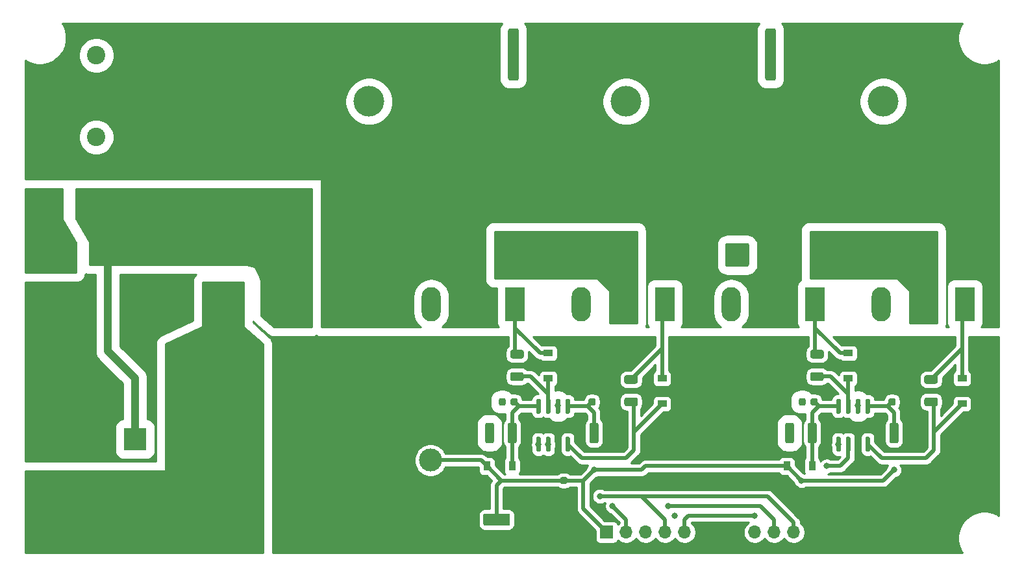
<source format=gbr>
%TF.GenerationSoftware,KiCad,Pcbnew,(5.1.9)-1*%
%TF.CreationDate,2021-03-19T16:46:59-07:00*%
%TF.ProjectId,VFD,5646442e-6b69-4636-9164-5f7063625858,1.0*%
%TF.SameCoordinates,PX50e7ea0PY815a420*%
%TF.FileFunction,Copper,L1,Top*%
%TF.FilePolarity,Positive*%
%FSLAX46Y46*%
G04 Gerber Fmt 4.6, Leading zero omitted, Abs format (unit mm)*
G04 Created by KiCad (PCBNEW (5.1.9)-1) date 2021-03-19 16:46:59*
%MOMM*%
%LPD*%
G01*
G04 APERTURE LIST*
%TA.AperFunction,ComponentPad*%
%ADD10C,4.000000*%
%TD*%
%TA.AperFunction,ComponentPad*%
%ADD11R,4.000000X4.000000*%
%TD*%
%TA.AperFunction,ComponentPad*%
%ADD12C,2.400000*%
%TD*%
%TA.AperFunction,SMDPad,CuDef*%
%ADD13R,0.900000X1.200000*%
%TD*%
%TA.AperFunction,SMDPad,CuDef*%
%ADD14R,1.200000X0.900000*%
%TD*%
%TA.AperFunction,ComponentPad*%
%ADD15R,2.500000X4.500000*%
%TD*%
%TA.AperFunction,ComponentPad*%
%ADD16O,2.500000X4.500000*%
%TD*%
%TA.AperFunction,ComponentPad*%
%ADD17R,3.000000X3.000000*%
%TD*%
%TA.AperFunction,ComponentPad*%
%ADD18C,3.000000*%
%TD*%
%TA.AperFunction,ComponentPad*%
%ADD19O,1.700000X1.700000*%
%TD*%
%TA.AperFunction,ComponentPad*%
%ADD20R,1.700000X1.700000*%
%TD*%
%TA.AperFunction,ComponentPad*%
%ADD21C,3.100000*%
%TD*%
%TA.AperFunction,ComponentPad*%
%ADD22R,2.000000X2.000000*%
%TD*%
%TA.AperFunction,ComponentPad*%
%ADD23C,2.000000*%
%TD*%
%TA.AperFunction,ViaPad*%
%ADD24C,0.800000*%
%TD*%
%TA.AperFunction,ViaPad*%
%ADD25C,1.200000*%
%TD*%
%TA.AperFunction,Conductor*%
%ADD26C,0.500000*%
%TD*%
%TA.AperFunction,Conductor*%
%ADD27C,1.000000*%
%TD*%
%TA.AperFunction,Conductor*%
%ADD28C,0.254000*%
%TD*%
%TA.AperFunction,Conductor*%
%ADD29C,0.100000*%
%TD*%
G04 APERTURE END LIST*
D10*
%TO.P,C10,2*%
%TO.N,GND*%
X45466000Y59530000D03*
D11*
%TO.P,C10,1*%
%TO.N,VCC*%
X45466000Y49530000D03*
%TD*%
D12*
%TO.P,C15,2*%
%TO.N,GND*%
X9906000Y65532000D03*
%TO.P,C15,1*%
%TO.N,VCC*%
X24906000Y65532000D03*
%TD*%
%TO.P,C8,2*%
%TO.N,GND*%
X9892000Y54864000D03*
%TO.P,C8,1*%
%TO.N,VCC*%
X24892000Y54864000D03*
%TD*%
%TO.P,J5,1*%
%TO.N,VOUT_B*%
%TA.AperFunction,ComponentPad*%
G36*
G01*
X91922000Y38196999D02*
X91922000Y40797001D01*
G75*
G02*
X92171999Y41047000I249999J0D01*
G01*
X94772001Y41047000D01*
G75*
G02*
X95022000Y40797001I0J-249999D01*
G01*
X95022000Y38196999D01*
G75*
G02*
X94772001Y37947000I-249999J0D01*
G01*
X92171999Y37947000D01*
G75*
G02*
X91922000Y38196999I0J249999D01*
G01*
G37*
%TD.AperFunction*%
%TD*%
%TO.P,J3,1*%
%TO.N,VOUT_A*%
%TA.AperFunction,ComponentPad*%
G36*
G01*
X63347000Y38196999D02*
X63347000Y40797001D01*
G75*
G02*
X63596999Y41047000I249999J0D01*
G01*
X66197001Y41047000D01*
G75*
G02*
X66447000Y40797001I0J-249999D01*
G01*
X66447000Y38196999D01*
G75*
G02*
X66197001Y37947000I-249999J0D01*
G01*
X63596999Y37947000D01*
G75*
G02*
X63347000Y38196999I0J249999D01*
G01*
G37*
%TD.AperFunction*%
%TD*%
%TO.P,R1,2*%
%TO.N,Net-(D2-Pad1)*%
%TA.AperFunction,SMDPad,CuDef*%
G36*
G01*
X64144997Y24184500D02*
X65395003Y24184500D01*
G75*
G02*
X65645000Y23934503I0J-249997D01*
G01*
X65645000Y23309497D01*
G75*
G02*
X65395003Y23059500I-249997J0D01*
G01*
X64144997Y23059500D01*
G75*
G02*
X63895000Y23309497I0J249997D01*
G01*
X63895000Y23934503D01*
G75*
G02*
X64144997Y24184500I249997J0D01*
G01*
G37*
%TD.AperFunction*%
%TO.P,R1,1*%
%TO.N,Net-(D2-Pad2)*%
%TA.AperFunction,SMDPad,CuDef*%
G36*
G01*
X64144997Y27109500D02*
X65395003Y27109500D01*
G75*
G02*
X65645000Y26859503I0J-249997D01*
G01*
X65645000Y26234497D01*
G75*
G02*
X65395003Y25984500I-249997J0D01*
G01*
X64144997Y25984500D01*
G75*
G02*
X63895000Y26234497I0J249997D01*
G01*
X63895000Y26859503D01*
G75*
G02*
X64144997Y27109500I249997J0D01*
G01*
G37*
%TD.AperFunction*%
%TD*%
D13*
%TO.P,D7,1*%
%TO.N,Net-(C12-Pad1)*%
X103251000Y11938000D03*
%TO.P,D7,2*%
%TO.N,+12V*%
X99951000Y11938000D03*
%TD*%
D14*
%TO.P,D5,1*%
%TO.N,Net-(D5-Pad1)*%
X107950000Y23368000D03*
%TO.P,D5,2*%
%TO.N,Net-(D5-Pad2)*%
X107950000Y26668000D03*
%TD*%
%TO.P,D6,1*%
%TO.N,Net-(D6-Pad1)*%
X122809000Y20066000D03*
%TO.P,D6,2*%
%TO.N,Net-(D6-Pad2)*%
X122809000Y23366000D03*
%TD*%
%TO.P,U2,1*%
%TO.N,DRV_C*%
%TA.AperFunction,SMDPad,CuDef*%
G36*
G01*
X106830000Y13822000D02*
X106530000Y13822000D01*
G75*
G02*
X106380000Y13972000I0J150000D01*
G01*
X106380000Y15622000D01*
G75*
G02*
X106530000Y15772000I150000J0D01*
G01*
X106830000Y15772000D01*
G75*
G02*
X106980000Y15622000I0J-150000D01*
G01*
X106980000Y13972000D01*
G75*
G02*
X106830000Y13822000I-150000J0D01*
G01*
G37*
%TD.AperFunction*%
%TO.P,U2,2*%
%TO.N,DRV_D*%
%TA.AperFunction,SMDPad,CuDef*%
G36*
G01*
X108100000Y13822000D02*
X107800000Y13822000D01*
G75*
G02*
X107650000Y13972000I0J150000D01*
G01*
X107650000Y15622000D01*
G75*
G02*
X107800000Y15772000I150000J0D01*
G01*
X108100000Y15772000D01*
G75*
G02*
X108250000Y15622000I0J-150000D01*
G01*
X108250000Y13972000D01*
G75*
G02*
X108100000Y13822000I-150000J0D01*
G01*
G37*
%TD.AperFunction*%
%TO.P,U2,3*%
%TO.N,GND*%
%TA.AperFunction,SMDPad,CuDef*%
G36*
G01*
X109370000Y13822000D02*
X109070000Y13822000D01*
G75*
G02*
X108920000Y13972000I0J150000D01*
G01*
X108920000Y15622000D01*
G75*
G02*
X109070000Y15772000I150000J0D01*
G01*
X109370000Y15772000D01*
G75*
G02*
X109520000Y15622000I0J-150000D01*
G01*
X109520000Y13972000D01*
G75*
G02*
X109370000Y13822000I-150000J0D01*
G01*
G37*
%TD.AperFunction*%
%TO.P,U2,4*%
%TO.N,Net-(D6-Pad1)*%
%TA.AperFunction,SMDPad,CuDef*%
G36*
G01*
X110640000Y13822000D02*
X110340000Y13822000D01*
G75*
G02*
X110190000Y13972000I0J150000D01*
G01*
X110190000Y15622000D01*
G75*
G02*
X110340000Y15772000I150000J0D01*
G01*
X110640000Y15772000D01*
G75*
G02*
X110790000Y15622000I0J-150000D01*
G01*
X110790000Y13972000D01*
G75*
G02*
X110640000Y13822000I-150000J0D01*
G01*
G37*
%TD.AperFunction*%
%TO.P,U2,5*%
%TO.N,+12V*%
%TA.AperFunction,SMDPad,CuDef*%
G36*
G01*
X110640000Y18772000D02*
X110340000Y18772000D01*
G75*
G02*
X110190000Y18922000I0J150000D01*
G01*
X110190000Y20572000D01*
G75*
G02*
X110340000Y20722000I150000J0D01*
G01*
X110640000Y20722000D01*
G75*
G02*
X110790000Y20572000I0J-150000D01*
G01*
X110790000Y18922000D01*
G75*
G02*
X110640000Y18772000I-150000J0D01*
G01*
G37*
%TD.AperFunction*%
%TO.P,U2,6*%
%TO.N,VOUT_B*%
%TA.AperFunction,SMDPad,CuDef*%
G36*
G01*
X109370000Y18772000D02*
X109070000Y18772000D01*
G75*
G02*
X108920000Y18922000I0J150000D01*
G01*
X108920000Y20572000D01*
G75*
G02*
X109070000Y20722000I150000J0D01*
G01*
X109370000Y20722000D01*
G75*
G02*
X109520000Y20572000I0J-150000D01*
G01*
X109520000Y18922000D01*
G75*
G02*
X109370000Y18772000I-150000J0D01*
G01*
G37*
%TD.AperFunction*%
%TO.P,U2,7*%
%TO.N,Net-(D5-Pad1)*%
%TA.AperFunction,SMDPad,CuDef*%
G36*
G01*
X108100000Y18772000D02*
X107800000Y18772000D01*
G75*
G02*
X107650000Y18922000I0J150000D01*
G01*
X107650000Y20572000D01*
G75*
G02*
X107800000Y20722000I150000J0D01*
G01*
X108100000Y20722000D01*
G75*
G02*
X108250000Y20572000I0J-150000D01*
G01*
X108250000Y18922000D01*
G75*
G02*
X108100000Y18772000I-150000J0D01*
G01*
G37*
%TD.AperFunction*%
%TO.P,U2,8*%
%TO.N,Net-(C12-Pad1)*%
%TA.AperFunction,SMDPad,CuDef*%
G36*
G01*
X106830000Y18772000D02*
X106530000Y18772000D01*
G75*
G02*
X106380000Y18922000I0J150000D01*
G01*
X106380000Y20572000D01*
G75*
G02*
X106530000Y20722000I150000J0D01*
G01*
X106830000Y20722000D01*
G75*
G02*
X106980000Y20572000I0J-150000D01*
G01*
X106980000Y18922000D01*
G75*
G02*
X106830000Y18772000I-150000J0D01*
G01*
G37*
%TD.AperFunction*%
%TD*%
D15*
%TO.P,Q3,1*%
%TO.N,Net-(D5-Pad2)*%
X103610000Y33020000D03*
D16*
%TO.P,Q3,2*%
%TO.N,VCC*%
X98160000Y33020000D03*
%TO.P,Q3,3*%
%TO.N,VOUT_B*%
X92710000Y33020000D03*
%TD*%
D15*
%TO.P,Q4,1*%
%TO.N,Net-(D6-Pad2)*%
X123168000Y33020000D03*
D16*
%TO.P,Q4,2*%
%TO.N,VOUT_B*%
X117718000Y33020000D03*
%TO.P,Q4,3*%
%TO.N,GND*%
X112268000Y33020000D03*
%TD*%
%TO.P,R3,1*%
%TO.N,Net-(D5-Pad2)*%
%TA.AperFunction,SMDPad,CuDef*%
G36*
G01*
X103260997Y27109500D02*
X104511003Y27109500D01*
G75*
G02*
X104761000Y26859503I0J-249997D01*
G01*
X104761000Y26234497D01*
G75*
G02*
X104511003Y25984500I-249997J0D01*
G01*
X103260997Y25984500D01*
G75*
G02*
X103011000Y26234497I0J249997D01*
G01*
X103011000Y26859503D01*
G75*
G02*
X103260997Y27109500I249997J0D01*
G01*
G37*
%TD.AperFunction*%
%TO.P,R3,2*%
%TO.N,Net-(D5-Pad1)*%
%TA.AperFunction,SMDPad,CuDef*%
G36*
G01*
X103260997Y24184500D02*
X104511003Y24184500D01*
G75*
G02*
X104761000Y23934503I0J-249997D01*
G01*
X104761000Y23309497D01*
G75*
G02*
X104511003Y23059500I-249997J0D01*
G01*
X103260997Y23059500D01*
G75*
G02*
X103011000Y23309497I0J249997D01*
G01*
X103011000Y23934503D01*
G75*
G02*
X103260997Y24184500I249997J0D01*
G01*
G37*
%TD.AperFunction*%
%TD*%
%TO.P,R4,1*%
%TO.N,Net-(D6-Pad2)*%
%TA.AperFunction,SMDPad,CuDef*%
G36*
G01*
X118119997Y23807500D02*
X119370003Y23807500D01*
G75*
G02*
X119620000Y23557503I0J-249997D01*
G01*
X119620000Y22932497D01*
G75*
G02*
X119370003Y22682500I-249997J0D01*
G01*
X118119997Y22682500D01*
G75*
G02*
X117870000Y22932497I0J249997D01*
G01*
X117870000Y23557503D01*
G75*
G02*
X118119997Y23807500I249997J0D01*
G01*
G37*
%TD.AperFunction*%
%TO.P,R4,2*%
%TO.N,Net-(D6-Pad1)*%
%TA.AperFunction,SMDPad,CuDef*%
G36*
G01*
X118119997Y20882500D02*
X119370003Y20882500D01*
G75*
G02*
X119620000Y20632503I0J-249997D01*
G01*
X119620000Y20007497D01*
G75*
G02*
X119370003Y19757500I-249997J0D01*
G01*
X118119997Y19757500D01*
G75*
G02*
X117870000Y20007497I0J249997D01*
G01*
X117870000Y20632503D01*
G75*
G02*
X118119997Y20882500I249997J0D01*
G01*
G37*
%TD.AperFunction*%
%TD*%
%TO.P,C16,1*%
%TO.N,+12V*%
%TA.AperFunction,SMDPad,CuDef*%
G36*
G01*
X113344000Y15155999D02*
X113344000Y17356001D01*
G75*
G02*
X113593999Y17606000I249999J0D01*
G01*
X114244001Y17606000D01*
G75*
G02*
X114494000Y17356001I0J-249999D01*
G01*
X114494000Y15155999D01*
G75*
G02*
X114244001Y14906000I-249999J0D01*
G01*
X113593999Y14906000D01*
G75*
G02*
X113344000Y15155999I0J249999D01*
G01*
G37*
%TD.AperFunction*%
%TO.P,C16,2*%
%TO.N,GND*%
%TA.AperFunction,SMDPad,CuDef*%
G36*
G01*
X116294000Y15155999D02*
X116294000Y17356001D01*
G75*
G02*
X116543999Y17606000I249999J0D01*
G01*
X117194001Y17606000D01*
G75*
G02*
X117444000Y17356001I0J-249999D01*
G01*
X117444000Y15155999D01*
G75*
G02*
X117194001Y14906000I-249999J0D01*
G01*
X116543999Y14906000D01*
G75*
G02*
X116294000Y15155999I0J249999D01*
G01*
G37*
%TD.AperFunction*%
%TD*%
%TO.P,C17,1*%
%TO.N,+12V*%
%TA.AperFunction,SMDPad,CuDef*%
G36*
G01*
X113215000Y20070000D02*
X113215000Y20570000D01*
G75*
G02*
X113440000Y20795000I225000J0D01*
G01*
X113890000Y20795000D01*
G75*
G02*
X114115000Y20570000I0J-225000D01*
G01*
X114115000Y20070000D01*
G75*
G02*
X113890000Y19845000I-225000J0D01*
G01*
X113440000Y19845000D01*
G75*
G02*
X113215000Y20070000I0J225000D01*
G01*
G37*
%TD.AperFunction*%
%TO.P,C17,2*%
%TO.N,GND*%
%TA.AperFunction,SMDPad,CuDef*%
G36*
G01*
X114765000Y20070000D02*
X114765000Y20570000D01*
G75*
G02*
X114990000Y20795000I225000J0D01*
G01*
X115440000Y20795000D01*
G75*
G02*
X115665000Y20570000I0J-225000D01*
G01*
X115665000Y20070000D01*
G75*
G02*
X115440000Y19845000I-225000J0D01*
G01*
X114990000Y19845000D01*
G75*
G02*
X114765000Y20070000I0J225000D01*
G01*
G37*
%TD.AperFunction*%
%TD*%
%TO.P,C14,1*%
%TO.N,Net-(C12-Pad1)*%
%TA.AperFunction,SMDPad,CuDef*%
G36*
G01*
X103826000Y17356001D02*
X103826000Y15155999D01*
G75*
G02*
X103576001Y14906000I-249999J0D01*
G01*
X102925999Y14906000D01*
G75*
G02*
X102676000Y15155999I0J249999D01*
G01*
X102676000Y17356001D01*
G75*
G02*
X102925999Y17606000I249999J0D01*
G01*
X103576001Y17606000D01*
G75*
G02*
X103826000Y17356001I0J-249999D01*
G01*
G37*
%TD.AperFunction*%
%TO.P,C14,2*%
%TO.N,VOUT_B*%
%TA.AperFunction,SMDPad,CuDef*%
G36*
G01*
X100876000Y17356001D02*
X100876000Y15155999D01*
G75*
G02*
X100626001Y14906000I-249999J0D01*
G01*
X99975999Y14906000D01*
G75*
G02*
X99726000Y15155999I0J249999D01*
G01*
X99726000Y17356001D01*
G75*
G02*
X99975999Y17606000I249999J0D01*
G01*
X100626001Y17606000D01*
G75*
G02*
X100876000Y17356001I0J-249999D01*
G01*
G37*
%TD.AperFunction*%
%TD*%
%TO.P,C12,1*%
%TO.N,Net-(C12-Pad1)*%
%TA.AperFunction,SMDPad,CuDef*%
G36*
G01*
X103955000Y20570000D02*
X103955000Y20070000D01*
G75*
G02*
X103730000Y19845000I-225000J0D01*
G01*
X103280000Y19845000D01*
G75*
G02*
X103055000Y20070000I0J225000D01*
G01*
X103055000Y20570000D01*
G75*
G02*
X103280000Y20795000I225000J0D01*
G01*
X103730000Y20795000D01*
G75*
G02*
X103955000Y20570000I0J-225000D01*
G01*
G37*
%TD.AperFunction*%
%TO.P,C12,2*%
%TO.N,VOUT_B*%
%TA.AperFunction,SMDPad,CuDef*%
G36*
G01*
X102405000Y20570000D02*
X102405000Y20070000D01*
G75*
G02*
X102180000Y19845000I-225000J0D01*
G01*
X101730000Y19845000D01*
G75*
G02*
X101505000Y20070000I0J225000D01*
G01*
X101505000Y20570000D01*
G75*
G02*
X101730000Y20795000I225000J0D01*
G01*
X102180000Y20795000D01*
G75*
G02*
X102405000Y20570000I0J-225000D01*
G01*
G37*
%TD.AperFunction*%
%TD*%
%TO.P,R2,2*%
%TO.N,Net-(D3-Pad1)*%
%TA.AperFunction,SMDPad,CuDef*%
G36*
G01*
X79003997Y20882500D02*
X80254003Y20882500D01*
G75*
G02*
X80504000Y20632503I0J-249997D01*
G01*
X80504000Y20007497D01*
G75*
G02*
X80254003Y19757500I-249997J0D01*
G01*
X79003997Y19757500D01*
G75*
G02*
X78754000Y20007497I0J249997D01*
G01*
X78754000Y20632503D01*
G75*
G02*
X79003997Y20882500I249997J0D01*
G01*
G37*
%TD.AperFunction*%
%TO.P,R2,1*%
%TO.N,Net-(D3-Pad2)*%
%TA.AperFunction,SMDPad,CuDef*%
G36*
G01*
X79003997Y23807500D02*
X80254003Y23807500D01*
G75*
G02*
X80504000Y23557503I0J-249997D01*
G01*
X80504000Y22932497D01*
G75*
G02*
X80254003Y22682500I-249997J0D01*
G01*
X79003997Y22682500D01*
G75*
G02*
X78754000Y22932497I0J249997D01*
G01*
X78754000Y23557503D01*
G75*
G02*
X79003997Y23807500I249997J0D01*
G01*
G37*
%TD.AperFunction*%
%TD*%
%TO.P,U1,8*%
%TO.N,Net-(C3-Pad1)*%
%TA.AperFunction,SMDPad,CuDef*%
G36*
G01*
X67714000Y18772000D02*
X67414000Y18772000D01*
G75*
G02*
X67264000Y18922000I0J150000D01*
G01*
X67264000Y20572000D01*
G75*
G02*
X67414000Y20722000I150000J0D01*
G01*
X67714000Y20722000D01*
G75*
G02*
X67864000Y20572000I0J-150000D01*
G01*
X67864000Y18922000D01*
G75*
G02*
X67714000Y18772000I-150000J0D01*
G01*
G37*
%TD.AperFunction*%
%TO.P,U1,7*%
%TO.N,Net-(D2-Pad1)*%
%TA.AperFunction,SMDPad,CuDef*%
G36*
G01*
X68984000Y18772000D02*
X68684000Y18772000D01*
G75*
G02*
X68534000Y18922000I0J150000D01*
G01*
X68534000Y20572000D01*
G75*
G02*
X68684000Y20722000I150000J0D01*
G01*
X68984000Y20722000D01*
G75*
G02*
X69134000Y20572000I0J-150000D01*
G01*
X69134000Y18922000D01*
G75*
G02*
X68984000Y18772000I-150000J0D01*
G01*
G37*
%TD.AperFunction*%
%TO.P,U1,6*%
%TO.N,VOUT_A*%
%TA.AperFunction,SMDPad,CuDef*%
G36*
G01*
X70254000Y18772000D02*
X69954000Y18772000D01*
G75*
G02*
X69804000Y18922000I0J150000D01*
G01*
X69804000Y20572000D01*
G75*
G02*
X69954000Y20722000I150000J0D01*
G01*
X70254000Y20722000D01*
G75*
G02*
X70404000Y20572000I0J-150000D01*
G01*
X70404000Y18922000D01*
G75*
G02*
X70254000Y18772000I-150000J0D01*
G01*
G37*
%TD.AperFunction*%
%TO.P,U1,5*%
%TO.N,+12V*%
%TA.AperFunction,SMDPad,CuDef*%
G36*
G01*
X71524000Y18772000D02*
X71224000Y18772000D01*
G75*
G02*
X71074000Y18922000I0J150000D01*
G01*
X71074000Y20572000D01*
G75*
G02*
X71224000Y20722000I150000J0D01*
G01*
X71524000Y20722000D01*
G75*
G02*
X71674000Y20572000I0J-150000D01*
G01*
X71674000Y18922000D01*
G75*
G02*
X71524000Y18772000I-150000J0D01*
G01*
G37*
%TD.AperFunction*%
%TO.P,U1,4*%
%TO.N,Net-(D3-Pad1)*%
%TA.AperFunction,SMDPad,CuDef*%
G36*
G01*
X71524000Y13822000D02*
X71224000Y13822000D01*
G75*
G02*
X71074000Y13972000I0J150000D01*
G01*
X71074000Y15622000D01*
G75*
G02*
X71224000Y15772000I150000J0D01*
G01*
X71524000Y15772000D01*
G75*
G02*
X71674000Y15622000I0J-150000D01*
G01*
X71674000Y13972000D01*
G75*
G02*
X71524000Y13822000I-150000J0D01*
G01*
G37*
%TD.AperFunction*%
%TO.P,U1,3*%
%TO.N,GND*%
%TA.AperFunction,SMDPad,CuDef*%
G36*
G01*
X70254000Y13822000D02*
X69954000Y13822000D01*
G75*
G02*
X69804000Y13972000I0J150000D01*
G01*
X69804000Y15622000D01*
G75*
G02*
X69954000Y15772000I150000J0D01*
G01*
X70254000Y15772000D01*
G75*
G02*
X70404000Y15622000I0J-150000D01*
G01*
X70404000Y13972000D01*
G75*
G02*
X70254000Y13822000I-150000J0D01*
G01*
G37*
%TD.AperFunction*%
%TO.P,U1,2*%
%TO.N,DRV_B*%
%TA.AperFunction,SMDPad,CuDef*%
G36*
G01*
X68984000Y13822000D02*
X68684000Y13822000D01*
G75*
G02*
X68534000Y13972000I0J150000D01*
G01*
X68534000Y15622000D01*
G75*
G02*
X68684000Y15772000I150000J0D01*
G01*
X68984000Y15772000D01*
G75*
G02*
X69134000Y15622000I0J-150000D01*
G01*
X69134000Y13972000D01*
G75*
G02*
X68984000Y13822000I-150000J0D01*
G01*
G37*
%TD.AperFunction*%
%TO.P,U1,1*%
%TO.N,DRV_A*%
%TA.AperFunction,SMDPad,CuDef*%
G36*
G01*
X67714000Y13822000D02*
X67414000Y13822000D01*
G75*
G02*
X67264000Y13972000I0J150000D01*
G01*
X67264000Y15622000D01*
G75*
G02*
X67414000Y15772000I150000J0D01*
G01*
X67714000Y15772000D01*
G75*
G02*
X67864000Y15622000I0J-150000D01*
G01*
X67864000Y13972000D01*
G75*
G02*
X67714000Y13822000I-150000J0D01*
G01*
G37*
%TD.AperFunction*%
%TD*%
%TO.P,Q2,3*%
%TO.N,GND*%
X73152000Y33020000D03*
%TO.P,Q2,2*%
%TO.N,VOUT_A*%
X78602000Y33020000D03*
D15*
%TO.P,Q2,1*%
%TO.N,Net-(D3-Pad2)*%
X84052000Y33020000D03*
%TD*%
D16*
%TO.P,Q1,3*%
%TO.N,VOUT_A*%
X53594000Y33020000D03*
%TO.P,Q1,2*%
%TO.N,VCC*%
X59044000Y33020000D03*
D15*
%TO.P,Q1,1*%
%TO.N,Net-(D2-Pad2)*%
X64494000Y33020000D03*
%TD*%
D17*
%TO.P,PS1,1*%
%TO.N,NEUT*%
X14986000Y15450000D03*
D18*
%TO.P,PS1,4*%
%TO.N,+12V*%
X53486000Y12700000D03*
%TO.P,PS1,2*%
%TO.N,Net-(D4-Pad2)*%
X14986000Y4700000D03*
%TO.P,PS1,3*%
%TO.N,GND*%
X53486000Y4700000D03*
%TD*%
D19*
%TO.P,J4,4*%
%TO.N,+12V*%
X95758000Y3302000D03*
%TO.P,J4,3*%
%TO.N,DRV_A*%
X98298000Y3302000D03*
%TO.P,J4,2*%
%TO.N,DRV_B*%
X100838000Y3302000D03*
D20*
%TO.P,J4,1*%
%TO.N,GND*%
X103378000Y3302000D03*
%TD*%
D21*
%TO.P,J2,2*%
%TO.N,LINE*%
X2890000Y46228000D03*
%TO.P,J2,1*%
%TO.N,NEUT*%
%TA.AperFunction,ComponentPad*%
G36*
G01*
X10440000Y47528001D02*
X10440000Y44927999D01*
G75*
G02*
X10190001Y44678000I-249999J0D01*
G01*
X7589999Y44678000D01*
G75*
G02*
X7340000Y44927999I0J249999D01*
G01*
X7340000Y47528001D01*
G75*
G02*
X7589999Y47778000I249999J0D01*
G01*
X10190001Y47778000D01*
G75*
G02*
X10440000Y47528001I0J-249999D01*
G01*
G37*
%TD.AperFunction*%
%TD*%
D19*
%TO.P,J1,6*%
%TO.N,GND*%
X89154000Y3302000D03*
%TO.P,J1,5*%
%TO.N,DRV_C*%
X86614000Y3302000D03*
%TO.P,J1,4*%
%TO.N,DRV_B*%
X84074000Y3302000D03*
%TO.P,J1,3*%
%TO.N,DRV_D*%
X81534000Y3302000D03*
%TO.P,J1,2*%
%TO.N,DRV_A*%
X78994000Y3302000D03*
D20*
%TO.P,J1,1*%
%TO.N,+12V*%
X76454000Y3302000D03*
%TD*%
D12*
%TO.P,F1,2*%
%TO.N,LINE*%
X4318000Y39540000D03*
%TO.P,F1,1*%
%TO.N,Net-(D4-Pad2)*%
X4318000Y2540000D03*
%TD*%
D22*
%TO.P,D4,1*%
%TO.N,GND*%
X18942000Y33020000D03*
D23*
%TO.P,D4,2*%
%TO.N,Net-(D4-Pad2)*%
X26442000Y33020000D03*
%TO.P,D4,3*%
%TO.N,NEUT*%
X33942000Y33020000D03*
%TO.P,D4,4*%
%TO.N,VCC*%
X43942000Y33020000D03*
%TD*%
D14*
%TO.P,D3,2*%
%TO.N,Net-(D3-Pad2)*%
X83693000Y23366000D03*
%TO.P,D3,1*%
%TO.N,Net-(D3-Pad1)*%
X83693000Y20066000D03*
%TD*%
%TO.P,D2,2*%
%TO.N,Net-(D2-Pad2)*%
X68834000Y26668000D03*
%TO.P,D2,1*%
%TO.N,Net-(D2-Pad1)*%
X68834000Y23368000D03*
%TD*%
D13*
%TO.P,D1,2*%
%TO.N,+12V*%
X60835000Y11938000D03*
%TO.P,D1,1*%
%TO.N,Net-(C3-Pad1)*%
X64135000Y11938000D03*
%TD*%
D10*
%TO.P,C13,2*%
%TO.N,GND*%
X112522000Y59530000D03*
D11*
%TO.P,C13,1*%
%TO.N,VCC*%
X112522000Y49530000D03*
%TD*%
D10*
%TO.P,C11,2*%
%TO.N,GND*%
X78994000Y59530000D03*
D11*
%TO.P,C11,1*%
%TO.N,VCC*%
X78994000Y49530000D03*
%TD*%
%TO.P,C9,2*%
%TO.N,GND*%
%TA.AperFunction,SMDPad,CuDef*%
G36*
G01*
X97126000Y62508999D02*
X97126000Y68809001D01*
G75*
G02*
X97375999Y69059000I249999J0D01*
G01*
X98276001Y69059000D01*
G75*
G02*
X98526000Y68809001I0J-249999D01*
G01*
X98526000Y62508999D01*
G75*
G02*
X98276001Y62259000I-249999J0D01*
G01*
X97375999Y62259000D01*
G75*
G02*
X97126000Y62508999I0J249999D01*
G01*
G37*
%TD.AperFunction*%
%TO.P,C9,1*%
%TO.N,VCC*%
%TA.AperFunction,SMDPad,CuDef*%
G36*
G01*
X93026000Y62508999D02*
X93026000Y68809001D01*
G75*
G02*
X93275999Y69059000I249999J0D01*
G01*
X94176001Y69059000D01*
G75*
G02*
X94426000Y68809001I0J-249999D01*
G01*
X94426000Y62508999D01*
G75*
G02*
X94176001Y62259000I-249999J0D01*
G01*
X93275999Y62259000D01*
G75*
G02*
X93026000Y62508999I0J249999D01*
G01*
G37*
%TD.AperFunction*%
%TD*%
%TO.P,C7,2*%
%TO.N,GND*%
%TA.AperFunction,SMDPad,CuDef*%
G36*
G01*
X70616000Y8959000D02*
X71116000Y8959000D01*
G75*
G02*
X71341000Y8734000I0J-225000D01*
G01*
X71341000Y8284000D01*
G75*
G02*
X71116000Y8059000I-225000J0D01*
G01*
X70616000Y8059000D01*
G75*
G02*
X70391000Y8284000I0J225000D01*
G01*
X70391000Y8734000D01*
G75*
G02*
X70616000Y8959000I225000J0D01*
G01*
G37*
%TD.AperFunction*%
%TO.P,C7,1*%
%TO.N,+12V*%
%TA.AperFunction,SMDPad,CuDef*%
G36*
G01*
X70616000Y10509000D02*
X71116000Y10509000D01*
G75*
G02*
X71341000Y10284000I0J-225000D01*
G01*
X71341000Y9834000D01*
G75*
G02*
X71116000Y9609000I-225000J0D01*
G01*
X70616000Y9609000D01*
G75*
G02*
X70391000Y9834000I0J225000D01*
G01*
X70391000Y10284000D01*
G75*
G02*
X70616000Y10509000I225000J0D01*
G01*
G37*
%TD.AperFunction*%
%TD*%
%TO.P,C6,2*%
%TO.N,GND*%
%TA.AperFunction,SMDPad,CuDef*%
G36*
G01*
X63598000Y62508999D02*
X63598000Y68809001D01*
G75*
G02*
X63847999Y69059000I249999J0D01*
G01*
X64748001Y69059000D01*
G75*
G02*
X64998000Y68809001I0J-249999D01*
G01*
X64998000Y62508999D01*
G75*
G02*
X64748001Y62259000I-249999J0D01*
G01*
X63847999Y62259000D01*
G75*
G02*
X63598000Y62508999I0J249999D01*
G01*
G37*
%TD.AperFunction*%
%TO.P,C6,1*%
%TO.N,VCC*%
%TA.AperFunction,SMDPad,CuDef*%
G36*
G01*
X59498000Y62508999D02*
X59498000Y68809001D01*
G75*
G02*
X59747999Y69059000I249999J0D01*
G01*
X60648001Y69059000D01*
G75*
G02*
X60898000Y68809001I0J-249999D01*
G01*
X60898000Y62508999D01*
G75*
G02*
X60648001Y62259000I-249999J0D01*
G01*
X59747999Y62259000D01*
G75*
G02*
X59498000Y62508999I0J249999D01*
G01*
G37*
%TD.AperFunction*%
%TD*%
%TO.P,C5,2*%
%TO.N,GND*%
%TA.AperFunction,SMDPad,CuDef*%
G36*
G01*
X65953000Y4403000D02*
X65953000Y5503000D01*
G75*
G02*
X66203000Y5753000I250000J0D01*
G01*
X69203000Y5753000D01*
G75*
G02*
X69453000Y5503000I0J-250000D01*
G01*
X69453000Y4403000D01*
G75*
G02*
X69203000Y4153000I-250000J0D01*
G01*
X66203000Y4153000D01*
G75*
G02*
X65953000Y4403000I0J250000D01*
G01*
G37*
%TD.AperFunction*%
%TO.P,C5,1*%
%TO.N,+12V*%
%TA.AperFunction,SMDPad,CuDef*%
G36*
G01*
X60353000Y4403000D02*
X60353000Y5503000D01*
G75*
G02*
X60603000Y5753000I250000J0D01*
G01*
X63603000Y5753000D01*
G75*
G02*
X63853000Y5503000I0J-250000D01*
G01*
X63853000Y4403000D01*
G75*
G02*
X63603000Y4153000I-250000J0D01*
G01*
X60603000Y4153000D01*
G75*
G02*
X60353000Y4403000I0J250000D01*
G01*
G37*
%TD.AperFunction*%
%TD*%
%TO.P,C4,2*%
%TO.N,VOUT_A*%
%TA.AperFunction,SMDPad,CuDef*%
G36*
G01*
X63289000Y20570000D02*
X63289000Y20070000D01*
G75*
G02*
X63064000Y19845000I-225000J0D01*
G01*
X62614000Y19845000D01*
G75*
G02*
X62389000Y20070000I0J225000D01*
G01*
X62389000Y20570000D01*
G75*
G02*
X62614000Y20795000I225000J0D01*
G01*
X63064000Y20795000D01*
G75*
G02*
X63289000Y20570000I0J-225000D01*
G01*
G37*
%TD.AperFunction*%
%TO.P,C4,1*%
%TO.N,Net-(C3-Pad1)*%
%TA.AperFunction,SMDPad,CuDef*%
G36*
G01*
X64839000Y20570000D02*
X64839000Y20070000D01*
G75*
G02*
X64614000Y19845000I-225000J0D01*
G01*
X64164000Y19845000D01*
G75*
G02*
X63939000Y20070000I0J225000D01*
G01*
X63939000Y20570000D01*
G75*
G02*
X64164000Y20795000I225000J0D01*
G01*
X64614000Y20795000D01*
G75*
G02*
X64839000Y20570000I0J-225000D01*
G01*
G37*
%TD.AperFunction*%
%TD*%
%TO.P,C3,2*%
%TO.N,VOUT_A*%
%TA.AperFunction,SMDPad,CuDef*%
G36*
G01*
X61760000Y17356001D02*
X61760000Y15155999D01*
G75*
G02*
X61510001Y14906000I-249999J0D01*
G01*
X60859999Y14906000D01*
G75*
G02*
X60610000Y15155999I0J249999D01*
G01*
X60610000Y17356001D01*
G75*
G02*
X60859999Y17606000I249999J0D01*
G01*
X61510001Y17606000D01*
G75*
G02*
X61760000Y17356001I0J-249999D01*
G01*
G37*
%TD.AperFunction*%
%TO.P,C3,1*%
%TO.N,Net-(C3-Pad1)*%
%TA.AperFunction,SMDPad,CuDef*%
G36*
G01*
X64710000Y17356001D02*
X64710000Y15155999D01*
G75*
G02*
X64460001Y14906000I-249999J0D01*
G01*
X63809999Y14906000D01*
G75*
G02*
X63560000Y15155999I0J249999D01*
G01*
X63560000Y17356001D01*
G75*
G02*
X63809999Y17606000I249999J0D01*
G01*
X64460001Y17606000D01*
G75*
G02*
X64710000Y17356001I0J-249999D01*
G01*
G37*
%TD.AperFunction*%
%TD*%
%TO.P,C2,2*%
%TO.N,GND*%
%TA.AperFunction,SMDPad,CuDef*%
G36*
G01*
X77178000Y15155999D02*
X77178000Y17356001D01*
G75*
G02*
X77427999Y17606000I249999J0D01*
G01*
X78078001Y17606000D01*
G75*
G02*
X78328000Y17356001I0J-249999D01*
G01*
X78328000Y15155999D01*
G75*
G02*
X78078001Y14906000I-249999J0D01*
G01*
X77427999Y14906000D01*
G75*
G02*
X77178000Y15155999I0J249999D01*
G01*
G37*
%TD.AperFunction*%
%TO.P,C2,1*%
%TO.N,+12V*%
%TA.AperFunction,SMDPad,CuDef*%
G36*
G01*
X74228000Y15155999D02*
X74228000Y17356001D01*
G75*
G02*
X74477999Y17606000I249999J0D01*
G01*
X75128001Y17606000D01*
G75*
G02*
X75378000Y17356001I0J-249999D01*
G01*
X75378000Y15155999D01*
G75*
G02*
X75128001Y14906000I-249999J0D01*
G01*
X74477999Y14906000D01*
G75*
G02*
X74228000Y15155999I0J249999D01*
G01*
G37*
%TD.AperFunction*%
%TD*%
%TO.P,C1,2*%
%TO.N,GND*%
%TA.AperFunction,SMDPad,CuDef*%
G36*
G01*
X75649000Y20070000D02*
X75649000Y20570000D01*
G75*
G02*
X75874000Y20795000I225000J0D01*
G01*
X76324000Y20795000D01*
G75*
G02*
X76549000Y20570000I0J-225000D01*
G01*
X76549000Y20070000D01*
G75*
G02*
X76324000Y19845000I-225000J0D01*
G01*
X75874000Y19845000D01*
G75*
G02*
X75649000Y20070000I0J225000D01*
G01*
G37*
%TD.AperFunction*%
%TO.P,C1,1*%
%TO.N,+12V*%
%TA.AperFunction,SMDPad,CuDef*%
G36*
G01*
X74099000Y20070000D02*
X74099000Y20570000D01*
G75*
G02*
X74324000Y20795000I225000J0D01*
G01*
X74774000Y20795000D01*
G75*
G02*
X74999000Y20570000I0J-225000D01*
G01*
X74999000Y20070000D01*
G75*
G02*
X74774000Y19845000I-225000J0D01*
G01*
X74324000Y19845000D01*
G75*
G02*
X74099000Y20070000I0J225000D01*
G01*
G37*
%TD.AperFunction*%
%TD*%
D24*
%TO.N,GND*%
X67564000Y5080000D03*
D25*
X97790000Y63500000D03*
X97790000Y65659000D03*
X97790000Y67818000D03*
X64262000Y63500000D03*
X64262000Y65659000D03*
X64262000Y67818000D03*
D24*
X2794000Y33020000D03*
X7874000Y33020000D03*
X7874000Y25400000D03*
X2794000Y25400000D03*
X2794000Y17780000D03*
X10414000Y17780000D03*
X15494000Y30480000D03*
X15494000Y35560000D03*
X37338000Y25400000D03*
X45720000Y25400000D03*
X54356000Y23622000D03*
X36830000Y20320000D03*
X35814000Y15240000D03*
X37592000Y10160000D03*
X35814000Y5080000D03*
X43434000Y5080000D03*
X45212000Y10160000D03*
X43434000Y15240000D03*
X44704000Y20320000D03*
X51054000Y20320000D03*
X48514000Y15240000D03*
X61214000Y26670000D03*
X56134000Y17780000D03*
X65024000Y7620000D03*
X70104000Y7620000D03*
X71374000Y3810000D03*
X65024000Y2540000D03*
X48514000Y3810000D03*
X58674000Y8890000D03*
X5334000Y29210000D03*
X5334000Y21590000D03*
X9144000Y21590000D03*
X72644000Y27940000D03*
X78740000Y27940000D03*
X75184000Y25400000D03*
X72644000Y22860000D03*
X86614000Y26670000D03*
X91694000Y26670000D03*
X94488000Y22860000D03*
X96520000Y15494000D03*
X89154000Y13970000D03*
X84328000Y15494000D03*
X88900000Y19558000D03*
X93726000Y18796000D03*
X112014000Y27940000D03*
X117856000Y27940000D03*
X114554000Y25400000D03*
X112014000Y22860000D03*
X125222000Y27940000D03*
X125984000Y19050000D03*
X125730000Y8890000D03*
X120142000Y3810000D03*
X113538000Y7620000D03*
X100584000Y7620000D03*
X94234000Y10160000D03*
X86614000Y10160000D03*
X82804000Y10160000D03*
X78994000Y10160000D03*
X70104000Y17272000D03*
X68834000Y17272000D03*
X66294000Y17272000D03*
X66548000Y11938000D03*
X72644000Y17272000D03*
X92456000Y10160000D03*
X96012000Y10160000D03*
X124714000Y14732000D03*
X125984000Y24130000D03*
X106680000Y5842000D03*
X99822000Y27686000D03*
X113538000Y3810000D03*
X120142000Y7620000D03*
X122174000Y11430000D03*
X109220000Y17272000D03*
X107950000Y17272000D03*
X111760000Y17272000D03*
X105410000Y17272000D03*
%TO.N,+12V*%
X74803000Y16256000D03*
X74803000Y11430000D03*
X113919000Y16256000D03*
X113919000Y11430000D03*
X101856000Y10033000D03*
%TO.N,VOUT_A*%
X70104000Y19812000D03*
X62865000Y20320000D03*
X61214000Y16256000D03*
D25*
X62357000Y42037000D03*
X62357000Y36957000D03*
X67437000Y42037000D03*
X67437000Y36957000D03*
X64897000Y42037000D03*
X64897000Y36957000D03*
X67437000Y39497000D03*
X62357000Y39497000D03*
D24*
%TO.N,VOUT_B*%
X101981000Y20320000D03*
X100330000Y16256000D03*
X109220000Y19812000D03*
D25*
X108585000Y38227000D03*
X107315000Y36957000D03*
X104775000Y42037000D03*
X103505000Y36957000D03*
X107315000Y42037000D03*
X103505000Y38227000D03*
X103505000Y40767000D03*
X108585000Y36957000D03*
X104775000Y36957000D03*
X103505000Y39497000D03*
X108585000Y40767000D03*
X108585000Y42037000D03*
X108585000Y39497000D03*
X103505000Y42037000D03*
X106045000Y36957000D03*
X106045000Y42037000D03*
X104775000Y40767000D03*
X106045000Y40767000D03*
X107315000Y40767000D03*
X107315000Y39497000D03*
X106045000Y39497000D03*
X104775000Y39497000D03*
X104775000Y38227000D03*
X106045000Y38227000D03*
X107315000Y38227000D03*
D24*
%TO.N,DRV_C*%
X106680000Y14732000D03*
X95758000Y5461000D03*
%TO.N,DRV_B*%
X68834000Y14732000D03*
X75565000Y8001000D03*
%TO.N,DRV_D*%
X105156000Y11938000D03*
X85344000Y5461000D03*
%TO.N,DRV_A*%
X67564000Y14732000D03*
X77216000Y6731000D03*
X84455000Y6731000D03*
%TD*%
D26*
%TO.N,+12V*%
X71374000Y19747000D02*
X73976000Y19747000D01*
X73976000Y19747000D02*
X74549000Y20320000D01*
X74803000Y18920000D02*
X73976000Y19747000D01*
X74803000Y16256000D02*
X74803000Y16256000D01*
X113919000Y18920000D02*
X113092000Y19747000D01*
X113919000Y16256000D02*
X113919000Y18920000D01*
X113092000Y19747000D02*
X113665000Y20320000D01*
X110490000Y19747000D02*
X113092000Y19747000D01*
X53486000Y12700000D02*
X60071000Y12700000D01*
X60071000Y12700000D02*
X60833000Y11938000D01*
X60833000Y11938000D02*
X60833000Y11938000D01*
X60835000Y11938000D02*
X62740000Y10033000D01*
X72644000Y10033000D02*
X72644000Y10033000D01*
X74803000Y16256000D02*
X74803000Y18920000D01*
X62103000Y9396000D02*
X62740000Y10033000D01*
X62103000Y4953000D02*
X62103000Y9396000D01*
X62740000Y10033000D02*
X73025000Y10033000D01*
X73406000Y10033000D02*
X73025000Y10033000D01*
X74803000Y11430000D02*
X73406000Y10033000D01*
X99951000Y11938000D02*
X81534000Y11938000D01*
X81026000Y11430000D02*
X74803000Y11430000D01*
X81534000Y11938000D02*
X81026000Y11430000D01*
X101856000Y10033000D02*
X101856000Y10033000D01*
X99951000Y11938000D02*
X101856000Y10033000D01*
X113919000Y11430000D02*
X112522000Y10033000D01*
X112522000Y10033000D02*
X112141000Y10033000D01*
X73406000Y10033000D02*
X73406000Y6350000D01*
X73406000Y6350000D02*
X76454000Y3302000D01*
X101856000Y10033000D02*
X112141000Y10033000D01*
%TO.N,Net-(C3-Pad1)*%
X67564000Y19747000D02*
X64962000Y19747000D01*
X64962000Y19747000D02*
X64389000Y20320000D01*
X64135000Y18920000D02*
X64962000Y19747000D01*
X64135000Y16256000D02*
X64135000Y18920000D01*
X64135000Y11938000D02*
X64135000Y16256000D01*
%TO.N,Net-(C12-Pad1)*%
X106680000Y19747000D02*
X104078000Y19747000D01*
X104078000Y19747000D02*
X103505000Y20320000D01*
X103251000Y18920000D02*
X104078000Y19747000D01*
X103251000Y16256000D02*
X103251000Y18920000D01*
X103251000Y11938000D02*
X103251000Y16256000D01*
%TO.N,Net-(D2-Pad2)*%
X64494000Y26819000D02*
X64770000Y26543000D01*
X64494000Y29950000D02*
X64494000Y26819000D01*
X64494000Y33020000D02*
X64494000Y29950000D01*
X67776000Y26668000D02*
X64494000Y29950000D01*
X68834000Y26668000D02*
X67776000Y26668000D01*
%TO.N,Net-(D2-Pad1)*%
X68834000Y19747000D02*
X68834000Y21336000D01*
X68834000Y21336000D02*
X66548000Y23622000D01*
X66548000Y23622000D02*
X64770000Y23622000D01*
X68834000Y23368000D02*
X68834000Y21336000D01*
%TO.N,Net-(D3-Pad2)*%
X83693000Y23366000D02*
X83693000Y27305000D01*
X83689000Y27305000D02*
X83693000Y27305000D01*
X79629000Y23245000D02*
X83689000Y27305000D01*
X83693000Y27305000D02*
X83693000Y32639000D01*
X83693000Y32639000D02*
X84074000Y33020000D01*
%TO.N,Net-(D3-Pad1)*%
X73217000Y12954000D02*
X78994000Y12954000D01*
X78994000Y12954000D02*
X80010000Y13970000D01*
X80010000Y19939000D02*
X79629000Y20320000D01*
X83693000Y20066000D02*
X80010000Y16383000D01*
X80010000Y16383000D02*
X80010000Y19939000D01*
X80010000Y13970000D02*
X80010000Y16383000D01*
X71374000Y14797000D02*
X73217000Y12954000D01*
D27*
%TO.N,NEUT*%
X14986000Y15450000D02*
X14986000Y23368000D01*
X14986000Y23368000D02*
X11430000Y26924000D01*
X11430000Y26924000D02*
X11430000Y39116000D01*
D26*
%TO.N,Net-(D5-Pad2)*%
X103610000Y33020000D02*
X103610000Y29950000D01*
X107950000Y26668000D02*
X106892000Y26668000D01*
X103610000Y29950000D02*
X103610000Y26819000D01*
X106892000Y26668000D02*
X103610000Y29950000D01*
X103610000Y26819000D02*
X103886000Y26543000D01*
%TO.N,Net-(D5-Pad1)*%
X107950000Y23368000D02*
X107950000Y21336000D01*
X107950000Y19747000D02*
X107950000Y21336000D01*
X105664000Y23622000D02*
X103886000Y23622000D01*
X107950000Y21336000D02*
X105664000Y23622000D01*
%TO.N,Net-(D6-Pad2)*%
X122809000Y32639000D02*
X123190000Y33020000D01*
X118745000Y23245000D02*
X122805000Y27305000D01*
X122805000Y27305000D02*
X122809000Y27305000D01*
X122809000Y23366000D02*
X122809000Y27305000D01*
X122809000Y27305000D02*
X122809000Y32639000D01*
%TO.N,Net-(D6-Pad1)*%
X122809000Y20066000D02*
X119126000Y16383000D01*
X110490000Y14797000D02*
X112333000Y12954000D01*
X118110000Y12954000D02*
X119126000Y13970000D01*
X119126000Y16383000D02*
X119126000Y19939000D01*
X119126000Y13970000D02*
X119126000Y16383000D01*
X119126000Y19939000D02*
X118745000Y20320000D01*
X112333000Y12954000D02*
X118110000Y12954000D01*
%TO.N,DRV_C*%
X86614000Y3302000D02*
X86614000Y4953000D01*
X86614000Y4953000D02*
X87122000Y5461000D01*
X87122000Y5461000D02*
X95758000Y5461000D01*
X95758000Y5461000D02*
X95758000Y5461000D01*
%TO.N,DRV_B*%
X75565000Y8001000D02*
X81026000Y8001000D01*
X84074000Y4953000D02*
X84074000Y3302000D01*
X81026000Y8001000D02*
X84074000Y4953000D01*
X81026000Y8001000D02*
X97409000Y8001000D01*
X97409000Y8001000D02*
X100838000Y4572000D01*
X100838000Y4572000D02*
X100838000Y3302000D01*
%TO.N,DRV_D*%
X107950000Y14797000D02*
X107950000Y12954000D01*
X107950000Y12954000D02*
X106934000Y11938000D01*
X106934000Y11938000D02*
X105156000Y11938000D01*
X105156000Y11938000D02*
X105156000Y11938000D01*
%TO.N,DRV_A*%
X77216000Y6731000D02*
X78994000Y4953000D01*
X78994000Y4953000D02*
X78994000Y3302000D01*
X84455000Y6731000D02*
X96520000Y6731000D01*
X96520000Y6731000D02*
X98298000Y4953000D01*
X98298000Y4953000D02*
X98298000Y3302000D01*
%TD*%
D28*
%TO.N,Net-(D4-Pad2)*%
X29083000Y30226000D02*
X29085440Y30201224D01*
X29092667Y30177399D01*
X29104403Y30155443D01*
X29125041Y30131602D01*
X31623000Y27883439D01*
X31623000Y660000D01*
X660000Y660000D01*
X660000Y11303000D01*
X18796000Y11303000D01*
X18820776Y11305440D01*
X18844601Y11312667D01*
X18866557Y11324403D01*
X18885803Y11340197D01*
X18901597Y11359443D01*
X18913333Y11381399D01*
X18920560Y11405224D01*
X18923000Y11430000D01*
X18923000Y27859630D01*
X23676367Y30111225D01*
X23697714Y30124037D01*
X23716151Y30140767D01*
X23730970Y30160773D01*
X23741601Y30183285D01*
X23747636Y30207439D01*
X23749000Y30226000D01*
X23749000Y35941000D01*
X29083000Y35941000D01*
X29083000Y30226000D01*
%TA.AperFunction,Conductor*%
D29*
G36*
X29083000Y30226000D02*
G01*
X29085440Y30201224D01*
X29092667Y30177399D01*
X29104403Y30155443D01*
X29125041Y30131602D01*
X31623000Y27883439D01*
X31623000Y660000D01*
X660000Y660000D01*
X660000Y11303000D01*
X18796000Y11303000D01*
X18820776Y11305440D01*
X18844601Y11312667D01*
X18866557Y11324403D01*
X18885803Y11340197D01*
X18901597Y11359443D01*
X18913333Y11381399D01*
X18920560Y11405224D01*
X18923000Y11430000D01*
X18923000Y27859630D01*
X23676367Y30111225D01*
X23697714Y30124037D01*
X23716151Y30140767D01*
X23730970Y30160773D01*
X23741601Y30183285D01*
X23747636Y30207439D01*
X23749000Y30226000D01*
X23749000Y35941000D01*
X29083000Y35941000D01*
X29083000Y30226000D01*
G37*
%TD.AperFunction*%
%TD*%
D28*
%TO.N,NEUT*%
X37973000Y30099000D02*
X33066981Y30099000D01*
X31369000Y31554413D01*
X31369000Y36068000D01*
X31366560Y36092776D01*
X31362483Y36108161D01*
X31108483Y36870161D01*
X31101592Y36886796D01*
X30593592Y37902796D01*
X30580329Y37923866D01*
X30563211Y37941943D01*
X30542894Y37956333D01*
X30510802Y37969208D01*
X29494802Y38223208D01*
X29464000Y38227000D01*
X9017000Y38227000D01*
X9017000Y41148000D01*
X9014560Y41172776D01*
X9007333Y41196601D01*
X8999700Y41211992D01*
X7239000Y44230335D01*
X7239000Y48133000D01*
X37973000Y48133000D01*
X37973000Y30099000D01*
%TA.AperFunction,Conductor*%
D29*
G36*
X37973000Y30099000D02*
G01*
X33066981Y30099000D01*
X31369000Y31554413D01*
X31369000Y36068000D01*
X31366560Y36092776D01*
X31362483Y36108161D01*
X31108483Y36870161D01*
X31101592Y36886796D01*
X30593592Y37902796D01*
X30580329Y37923866D01*
X30563211Y37941943D01*
X30542894Y37956333D01*
X30510802Y37969208D01*
X29494802Y38223208D01*
X29464000Y38227000D01*
X9017000Y38227000D01*
X9017000Y41148000D01*
X9014560Y41172776D01*
X9007333Y41196601D01*
X8999700Y41211992D01*
X7239000Y44230335D01*
X7239000Y48133000D01*
X37973000Y48133000D01*
X37973000Y30099000D01*
G37*
%TD.AperFunction*%
%TD*%
D28*
%TO.N,LINE*%
X5461000Y44196000D02*
X5463440Y44171224D01*
X5470667Y44147399D01*
X5478300Y44132008D01*
X7239000Y41113665D01*
X7239000Y37211000D01*
X660000Y37211000D01*
X660000Y48133000D01*
X5461000Y48133000D01*
X5461000Y44196000D01*
%TA.AperFunction,Conductor*%
D29*
G36*
X5461000Y44196000D02*
G01*
X5463440Y44171224D01*
X5470667Y44147399D01*
X5478300Y44132008D01*
X7239000Y41113665D01*
X7239000Y37211000D01*
X660000Y37211000D01*
X660000Y48133000D01*
X5461000Y48133000D01*
X5461000Y44196000D01*
G37*
%TD.AperFunction*%
%TD*%
D28*
%TO.N,VOUT_A*%
X80391000Y30607000D02*
X76835000Y30607000D01*
X76835000Y34798000D01*
X76832560Y34822776D01*
X76825333Y34846601D01*
X76813597Y34868557D01*
X76797803Y34887803D01*
X75273803Y36411803D01*
X75254557Y36427597D01*
X75232601Y36439333D01*
X75208776Y36446560D01*
X75184000Y36449000D01*
X61849000Y36449000D01*
X61849000Y42545000D01*
X80391000Y42545000D01*
X80391000Y30607000D01*
%TA.AperFunction,Conductor*%
D29*
G36*
X80391000Y30607000D02*
G01*
X76835000Y30607000D01*
X76835000Y34798000D01*
X76832560Y34822776D01*
X76825333Y34846601D01*
X76813597Y34868557D01*
X76797803Y34887803D01*
X75273803Y36411803D01*
X75254557Y36427597D01*
X75232601Y36439333D01*
X75208776Y36446560D01*
X75184000Y36449000D01*
X61849000Y36449000D01*
X61849000Y42545000D01*
X80391000Y42545000D01*
X80391000Y30607000D01*
G37*
%TD.AperFunction*%
%TD*%
D28*
%TO.N,VOUT_B*%
X119507000Y30607000D02*
X115951000Y30607000D01*
X115951000Y34798000D01*
X115948560Y34822776D01*
X115941333Y34846601D01*
X115929597Y34868557D01*
X115913803Y34887803D01*
X114389803Y36411803D01*
X114370557Y36427597D01*
X114348601Y36439333D01*
X114324776Y36446560D01*
X114300000Y36449000D01*
X102997000Y36449000D01*
X102997000Y42545000D01*
X119507000Y42545000D01*
X119507000Y30607000D01*
%TA.AperFunction,Conductor*%
D29*
G36*
X119507000Y30607000D02*
G01*
X115951000Y30607000D01*
X115951000Y34798000D01*
X115948560Y34822776D01*
X115941333Y34846601D01*
X115929597Y34868557D01*
X115913803Y34887803D01*
X114389803Y36411803D01*
X114370557Y36427597D01*
X114348601Y36439333D01*
X114324776Y36446560D01*
X114300000Y36449000D01*
X102997000Y36449000D01*
X102997000Y42545000D01*
X119507000Y42545000D01*
X119507000Y30607000D01*
G37*
%TD.AperFunction*%
%TD*%
D28*
%TO.N,VCC*%
X62698532Y69577050D02*
X62570780Y69338042D01*
X62492110Y69078704D01*
X62465547Y68809001D01*
X62465547Y62508999D01*
X62492110Y62239296D01*
X62570780Y61979958D01*
X62698532Y61740950D01*
X62870458Y61531458D01*
X63079950Y61359532D01*
X63318958Y61231780D01*
X63578296Y61153110D01*
X63847999Y61126547D01*
X64748001Y61126547D01*
X65017704Y61153110D01*
X65277042Y61231780D01*
X65516050Y61359532D01*
X65725542Y61531458D01*
X65897468Y61740950D01*
X66025220Y61979958D01*
X66103890Y62239296D01*
X66130453Y62508999D01*
X66130453Y68809001D01*
X66103890Y69078704D01*
X66025220Y69338042D01*
X65897468Y69577050D01*
X65798207Y69698000D01*
X96325793Y69698000D01*
X96226532Y69577050D01*
X96098780Y69338042D01*
X96020110Y69078704D01*
X95993547Y68809001D01*
X95993547Y62508999D01*
X96020110Y62239296D01*
X96098780Y61979958D01*
X96226532Y61740950D01*
X96398458Y61531458D01*
X96607950Y61359532D01*
X96846958Y61231780D01*
X97106296Y61153110D01*
X97375999Y61126547D01*
X98276001Y61126547D01*
X98545704Y61153110D01*
X98805042Y61231780D01*
X99044050Y61359532D01*
X99253542Y61531458D01*
X99425468Y61740950D01*
X99553220Y61979958D01*
X99631890Y62239296D01*
X99658453Y62508999D01*
X99658453Y68809001D01*
X99631890Y69078704D01*
X99553220Y69338042D01*
X99425468Y69577050D01*
X99326207Y69698000D01*
X122804423Y69698000D01*
X122648722Y69464977D01*
X122386619Y68832204D01*
X122253000Y68160455D01*
X122253000Y67475545D01*
X122386619Y66803796D01*
X122648722Y66171023D01*
X123029238Y65601542D01*
X123513542Y65117238D01*
X124083023Y64736722D01*
X124715796Y64474619D01*
X125387545Y64341000D01*
X126072455Y64341000D01*
X126744204Y64474619D01*
X127376977Y64736722D01*
X127610000Y64892423D01*
X127610001Y30099000D01*
X125325260Y30099000D01*
X125359600Y30140843D01*
X125464250Y30336629D01*
X125528693Y30549069D01*
X125550453Y30770000D01*
X125550453Y35270000D01*
X125528693Y35490931D01*
X125464250Y35703371D01*
X125359600Y35899157D01*
X125218765Y36070765D01*
X125047157Y36211600D01*
X124851371Y36316250D01*
X124638931Y36380693D01*
X124418000Y36402453D01*
X121918000Y36402453D01*
X121697069Y36380693D01*
X121484629Y36316250D01*
X121288843Y36211600D01*
X121117235Y36070765D01*
X120976400Y35899157D01*
X120871750Y35703371D01*
X120807307Y35490931D01*
X120785547Y35270000D01*
X120785547Y30770000D01*
X120807307Y30549069D01*
X120871750Y30336629D01*
X120976400Y30140843D01*
X121010740Y30099000D01*
X120690466Y30099000D01*
X120739345Y30260133D01*
X120761000Y30480000D01*
X120761000Y42672000D01*
X120739345Y42891867D01*
X120675212Y43103284D01*
X120571066Y43298128D01*
X120430909Y43468909D01*
X120260128Y43609066D01*
X120065284Y43713212D01*
X119853867Y43777345D01*
X119634000Y43799000D01*
X102870000Y43799000D01*
X102650133Y43777345D01*
X102438716Y43713212D01*
X102243872Y43609066D01*
X102073091Y43468909D01*
X101932934Y43298128D01*
X101828788Y43103284D01*
X101764655Y42891867D01*
X101743000Y42672000D01*
X101743000Y36322000D01*
X101752722Y36223294D01*
X101730843Y36211600D01*
X101559235Y36070765D01*
X101418400Y35899157D01*
X101313750Y35703371D01*
X101249307Y35490931D01*
X101227547Y35270000D01*
X101227547Y30770000D01*
X101249307Y30549069D01*
X101313750Y30336629D01*
X101418400Y30140843D01*
X101452740Y30099000D01*
X94116140Y30099000D01*
X94398925Y30331075D01*
X94695966Y30693020D01*
X94916687Y31105960D01*
X95052607Y31554027D01*
X95087000Y31903228D01*
X95087000Y34136772D01*
X95052607Y34485973D01*
X94916687Y34934040D01*
X94695966Y35346980D01*
X94398925Y35708925D01*
X94036980Y36005966D01*
X93624040Y36226687D01*
X93175973Y36362607D01*
X92710000Y36408501D01*
X92244028Y36362607D01*
X91795961Y36226687D01*
X91383021Y36005966D01*
X91021076Y35708925D01*
X90724035Y35346980D01*
X90503313Y34934040D01*
X90367393Y34485973D01*
X90333000Y34136772D01*
X90333000Y31903229D01*
X90367393Y31554028D01*
X90503313Y31105961D01*
X90724034Y30693021D01*
X91021075Y30331075D01*
X91303859Y30099000D01*
X86209260Y30099000D01*
X86243600Y30140843D01*
X86348250Y30336629D01*
X86412693Y30549069D01*
X86434453Y30770000D01*
X86434453Y35270000D01*
X86412693Y35490931D01*
X86348250Y35703371D01*
X86243600Y35899157D01*
X86102765Y36070765D01*
X85931157Y36211600D01*
X85735371Y36316250D01*
X85522931Y36380693D01*
X85302000Y36402453D01*
X82802000Y36402453D01*
X82581069Y36380693D01*
X82368629Y36316250D01*
X82172843Y36211600D01*
X82001235Y36070765D01*
X81860400Y35899157D01*
X81755750Y35703371D01*
X81691307Y35490931D01*
X81669547Y35270000D01*
X81669547Y30770000D01*
X81691307Y30549069D01*
X81755750Y30336629D01*
X81860400Y30140843D01*
X81894740Y30099000D01*
X81574466Y30099000D01*
X81623345Y30260133D01*
X81645000Y30480000D01*
X81645000Y40797001D01*
X90789547Y40797001D01*
X90789547Y38196999D01*
X90816110Y37927296D01*
X90894780Y37667958D01*
X91022532Y37428950D01*
X91194458Y37219458D01*
X91403950Y37047532D01*
X91642958Y36919780D01*
X91902296Y36841110D01*
X92171999Y36814547D01*
X94772001Y36814547D01*
X95041704Y36841110D01*
X95301042Y36919780D01*
X95540050Y37047532D01*
X95749542Y37219458D01*
X95921468Y37428950D01*
X96049220Y37667958D01*
X96127890Y37927296D01*
X96154453Y38196999D01*
X96154453Y40797001D01*
X96127890Y41066704D01*
X96049220Y41326042D01*
X95921468Y41565050D01*
X95749542Y41774542D01*
X95540050Y41946468D01*
X95301042Y42074220D01*
X95041704Y42152890D01*
X94772001Y42179453D01*
X92171999Y42179453D01*
X91902296Y42152890D01*
X91642958Y42074220D01*
X91403950Y41946468D01*
X91194458Y41774542D01*
X91022532Y41565050D01*
X90894780Y41326042D01*
X90816110Y41066704D01*
X90789547Y40797001D01*
X81645000Y40797001D01*
X81645000Y42672000D01*
X81623345Y42891867D01*
X81559212Y43103284D01*
X81455066Y43298128D01*
X81314909Y43468909D01*
X81144128Y43609066D01*
X80949284Y43713212D01*
X80737867Y43777345D01*
X80518000Y43799000D01*
X61722000Y43799000D01*
X61502133Y43777345D01*
X61290716Y43713212D01*
X61095872Y43609066D01*
X60925091Y43468909D01*
X60784934Y43298128D01*
X60680788Y43103284D01*
X60616655Y42891867D01*
X60595000Y42672000D01*
X60595000Y36322000D01*
X60616655Y36102133D01*
X60680788Y35890716D01*
X60784934Y35695872D01*
X60925091Y35525091D01*
X61095872Y35384934D01*
X61290716Y35280788D01*
X61502133Y35216655D01*
X61722000Y35195000D01*
X62111547Y35195000D01*
X62111547Y30770000D01*
X62133307Y30549069D01*
X62197750Y30336629D01*
X62302400Y30140843D01*
X62336740Y30099000D01*
X55000140Y30099000D01*
X55282925Y30331075D01*
X55579966Y30693020D01*
X55800687Y31105960D01*
X55936607Y31554027D01*
X55971000Y31903228D01*
X55971000Y34136772D01*
X55936607Y34485973D01*
X55800687Y34934040D01*
X55579966Y35346980D01*
X55282925Y35708925D01*
X54920980Y36005966D01*
X54508040Y36226687D01*
X54059973Y36362607D01*
X53594000Y36408501D01*
X53128028Y36362607D01*
X52679961Y36226687D01*
X52267021Y36005966D01*
X51905076Y35708925D01*
X51608035Y35346980D01*
X51387313Y34934040D01*
X51251393Y34485973D01*
X51217000Y34136772D01*
X51217000Y31903229D01*
X51251393Y31554028D01*
X51387313Y31105961D01*
X51608034Y30693021D01*
X51905075Y30331075D01*
X52187859Y30099000D01*
X39243000Y30099000D01*
X39243000Y49276000D01*
X39240560Y49300776D01*
X39233333Y49324601D01*
X39221597Y49346557D01*
X39205803Y49365803D01*
X39186557Y49381597D01*
X39164601Y49393333D01*
X39140776Y49400560D01*
X39116000Y49403000D01*
X660000Y49403000D01*
X660000Y55093189D01*
X7565000Y55093189D01*
X7565000Y54634811D01*
X7654426Y54185239D01*
X7829840Y53761752D01*
X8084501Y53380624D01*
X8408624Y53056501D01*
X8789752Y52801840D01*
X9213239Y52626426D01*
X9662811Y52537000D01*
X10121189Y52537000D01*
X10570761Y52626426D01*
X10994248Y52801840D01*
X11375376Y53056501D01*
X11699499Y53380624D01*
X11954160Y53761752D01*
X12129574Y54185239D01*
X12219000Y54634811D01*
X12219000Y55093189D01*
X12129574Y55542761D01*
X11954160Y55966248D01*
X11699499Y56347376D01*
X11375376Y56671499D01*
X10994248Y56926160D01*
X10570761Y57101574D01*
X10121189Y57191000D01*
X9662811Y57191000D01*
X9213239Y57101574D01*
X8789752Y56926160D01*
X8408624Y56671499D01*
X8084501Y56347376D01*
X7829840Y55966248D01*
X7654426Y55542761D01*
X7565000Y55093189D01*
X660000Y55093189D01*
X660000Y59837983D01*
X42339000Y59837983D01*
X42339000Y59222017D01*
X42459169Y58617888D01*
X42694889Y58048810D01*
X43037101Y57536654D01*
X43472654Y57101101D01*
X43984810Y56758889D01*
X44553888Y56523169D01*
X45158017Y56403000D01*
X45773983Y56403000D01*
X46378112Y56523169D01*
X46947190Y56758889D01*
X47459346Y57101101D01*
X47894899Y57536654D01*
X48237111Y58048810D01*
X48472831Y58617888D01*
X48593000Y59222017D01*
X48593000Y59837983D01*
X75867000Y59837983D01*
X75867000Y59222017D01*
X75987169Y58617888D01*
X76222889Y58048810D01*
X76565101Y57536654D01*
X77000654Y57101101D01*
X77512810Y56758889D01*
X78081888Y56523169D01*
X78686017Y56403000D01*
X79301983Y56403000D01*
X79906112Y56523169D01*
X80475190Y56758889D01*
X80987346Y57101101D01*
X81422899Y57536654D01*
X81765111Y58048810D01*
X82000831Y58617888D01*
X82121000Y59222017D01*
X82121000Y59837983D01*
X109395000Y59837983D01*
X109395000Y59222017D01*
X109515169Y58617888D01*
X109750889Y58048810D01*
X110093101Y57536654D01*
X110528654Y57101101D01*
X111040810Y56758889D01*
X111609888Y56523169D01*
X112214017Y56403000D01*
X112829983Y56403000D01*
X113434112Y56523169D01*
X114003190Y56758889D01*
X114515346Y57101101D01*
X114950899Y57536654D01*
X115293111Y58048810D01*
X115528831Y58617888D01*
X115649000Y59222017D01*
X115649000Y59837983D01*
X115528831Y60442112D01*
X115293111Y61011190D01*
X114950899Y61523346D01*
X114515346Y61958899D01*
X114003190Y62301111D01*
X113434112Y62536831D01*
X112829983Y62657000D01*
X112214017Y62657000D01*
X111609888Y62536831D01*
X111040810Y62301111D01*
X110528654Y61958899D01*
X110093101Y61523346D01*
X109750889Y61011190D01*
X109515169Y60442112D01*
X109395000Y59837983D01*
X82121000Y59837983D01*
X82000831Y60442112D01*
X81765111Y61011190D01*
X81422899Y61523346D01*
X80987346Y61958899D01*
X80475190Y62301111D01*
X79906112Y62536831D01*
X79301983Y62657000D01*
X78686017Y62657000D01*
X78081888Y62536831D01*
X77512810Y62301111D01*
X77000654Y61958899D01*
X76565101Y61523346D01*
X76222889Y61011190D01*
X75987169Y60442112D01*
X75867000Y59837983D01*
X48593000Y59837983D01*
X48472831Y60442112D01*
X48237111Y61011190D01*
X47894899Y61523346D01*
X47459346Y61958899D01*
X46947190Y62301111D01*
X46378112Y62536831D01*
X45773983Y62657000D01*
X45158017Y62657000D01*
X44553888Y62536831D01*
X43984810Y62301111D01*
X43472654Y61958899D01*
X43037101Y61523346D01*
X42694889Y61011190D01*
X42459169Y60442112D01*
X42339000Y59837983D01*
X660000Y59837983D01*
X660000Y64892423D01*
X893023Y64736722D01*
X1525796Y64474619D01*
X2197545Y64341000D01*
X2882455Y64341000D01*
X3554204Y64474619D01*
X4186977Y64736722D01*
X4756458Y65117238D01*
X5240762Y65601542D01*
X5347434Y65761189D01*
X7579000Y65761189D01*
X7579000Y65302811D01*
X7668426Y64853239D01*
X7843840Y64429752D01*
X8098501Y64048624D01*
X8422624Y63724501D01*
X8803752Y63469840D01*
X9227239Y63294426D01*
X9676811Y63205000D01*
X10135189Y63205000D01*
X10584761Y63294426D01*
X11008248Y63469840D01*
X11389376Y63724501D01*
X11713499Y64048624D01*
X11968160Y64429752D01*
X12143574Y64853239D01*
X12233000Y65302811D01*
X12233000Y65761189D01*
X12143574Y66210761D01*
X11968160Y66634248D01*
X11713499Y67015376D01*
X11389376Y67339499D01*
X11008248Y67594160D01*
X10584761Y67769574D01*
X10135189Y67859000D01*
X9676811Y67859000D01*
X9227239Y67769574D01*
X8803752Y67594160D01*
X8422624Y67339499D01*
X8098501Y67015376D01*
X7843840Y66634248D01*
X7668426Y66210761D01*
X7579000Y65761189D01*
X5347434Y65761189D01*
X5621278Y66171023D01*
X5883381Y66803796D01*
X6017000Y67475545D01*
X6017000Y68160455D01*
X5883381Y68832204D01*
X5621278Y69464977D01*
X5465577Y69698000D01*
X62797793Y69698000D01*
X62698532Y69577050D01*
%TA.AperFunction,Conductor*%
D29*
G36*
X62698532Y69577050D02*
G01*
X62570780Y69338042D01*
X62492110Y69078704D01*
X62465547Y68809001D01*
X62465547Y62508999D01*
X62492110Y62239296D01*
X62570780Y61979958D01*
X62698532Y61740950D01*
X62870458Y61531458D01*
X63079950Y61359532D01*
X63318958Y61231780D01*
X63578296Y61153110D01*
X63847999Y61126547D01*
X64748001Y61126547D01*
X65017704Y61153110D01*
X65277042Y61231780D01*
X65516050Y61359532D01*
X65725542Y61531458D01*
X65897468Y61740950D01*
X66025220Y61979958D01*
X66103890Y62239296D01*
X66130453Y62508999D01*
X66130453Y68809001D01*
X66103890Y69078704D01*
X66025220Y69338042D01*
X65897468Y69577050D01*
X65798207Y69698000D01*
X96325793Y69698000D01*
X96226532Y69577050D01*
X96098780Y69338042D01*
X96020110Y69078704D01*
X95993547Y68809001D01*
X95993547Y62508999D01*
X96020110Y62239296D01*
X96098780Y61979958D01*
X96226532Y61740950D01*
X96398458Y61531458D01*
X96607950Y61359532D01*
X96846958Y61231780D01*
X97106296Y61153110D01*
X97375999Y61126547D01*
X98276001Y61126547D01*
X98545704Y61153110D01*
X98805042Y61231780D01*
X99044050Y61359532D01*
X99253542Y61531458D01*
X99425468Y61740950D01*
X99553220Y61979958D01*
X99631890Y62239296D01*
X99658453Y62508999D01*
X99658453Y68809001D01*
X99631890Y69078704D01*
X99553220Y69338042D01*
X99425468Y69577050D01*
X99326207Y69698000D01*
X122804423Y69698000D01*
X122648722Y69464977D01*
X122386619Y68832204D01*
X122253000Y68160455D01*
X122253000Y67475545D01*
X122386619Y66803796D01*
X122648722Y66171023D01*
X123029238Y65601542D01*
X123513542Y65117238D01*
X124083023Y64736722D01*
X124715796Y64474619D01*
X125387545Y64341000D01*
X126072455Y64341000D01*
X126744204Y64474619D01*
X127376977Y64736722D01*
X127610000Y64892423D01*
X127610001Y30099000D01*
X125325260Y30099000D01*
X125359600Y30140843D01*
X125464250Y30336629D01*
X125528693Y30549069D01*
X125550453Y30770000D01*
X125550453Y35270000D01*
X125528693Y35490931D01*
X125464250Y35703371D01*
X125359600Y35899157D01*
X125218765Y36070765D01*
X125047157Y36211600D01*
X124851371Y36316250D01*
X124638931Y36380693D01*
X124418000Y36402453D01*
X121918000Y36402453D01*
X121697069Y36380693D01*
X121484629Y36316250D01*
X121288843Y36211600D01*
X121117235Y36070765D01*
X120976400Y35899157D01*
X120871750Y35703371D01*
X120807307Y35490931D01*
X120785547Y35270000D01*
X120785547Y30770000D01*
X120807307Y30549069D01*
X120871750Y30336629D01*
X120976400Y30140843D01*
X121010740Y30099000D01*
X120690466Y30099000D01*
X120739345Y30260133D01*
X120761000Y30480000D01*
X120761000Y42672000D01*
X120739345Y42891867D01*
X120675212Y43103284D01*
X120571066Y43298128D01*
X120430909Y43468909D01*
X120260128Y43609066D01*
X120065284Y43713212D01*
X119853867Y43777345D01*
X119634000Y43799000D01*
X102870000Y43799000D01*
X102650133Y43777345D01*
X102438716Y43713212D01*
X102243872Y43609066D01*
X102073091Y43468909D01*
X101932934Y43298128D01*
X101828788Y43103284D01*
X101764655Y42891867D01*
X101743000Y42672000D01*
X101743000Y36322000D01*
X101752722Y36223294D01*
X101730843Y36211600D01*
X101559235Y36070765D01*
X101418400Y35899157D01*
X101313750Y35703371D01*
X101249307Y35490931D01*
X101227547Y35270000D01*
X101227547Y30770000D01*
X101249307Y30549069D01*
X101313750Y30336629D01*
X101418400Y30140843D01*
X101452740Y30099000D01*
X94116140Y30099000D01*
X94398925Y30331075D01*
X94695966Y30693020D01*
X94916687Y31105960D01*
X95052607Y31554027D01*
X95087000Y31903228D01*
X95087000Y34136772D01*
X95052607Y34485973D01*
X94916687Y34934040D01*
X94695966Y35346980D01*
X94398925Y35708925D01*
X94036980Y36005966D01*
X93624040Y36226687D01*
X93175973Y36362607D01*
X92710000Y36408501D01*
X92244028Y36362607D01*
X91795961Y36226687D01*
X91383021Y36005966D01*
X91021076Y35708925D01*
X90724035Y35346980D01*
X90503313Y34934040D01*
X90367393Y34485973D01*
X90333000Y34136772D01*
X90333000Y31903229D01*
X90367393Y31554028D01*
X90503313Y31105961D01*
X90724034Y30693021D01*
X91021075Y30331075D01*
X91303859Y30099000D01*
X86209260Y30099000D01*
X86243600Y30140843D01*
X86348250Y30336629D01*
X86412693Y30549069D01*
X86434453Y30770000D01*
X86434453Y35270000D01*
X86412693Y35490931D01*
X86348250Y35703371D01*
X86243600Y35899157D01*
X86102765Y36070765D01*
X85931157Y36211600D01*
X85735371Y36316250D01*
X85522931Y36380693D01*
X85302000Y36402453D01*
X82802000Y36402453D01*
X82581069Y36380693D01*
X82368629Y36316250D01*
X82172843Y36211600D01*
X82001235Y36070765D01*
X81860400Y35899157D01*
X81755750Y35703371D01*
X81691307Y35490931D01*
X81669547Y35270000D01*
X81669547Y30770000D01*
X81691307Y30549069D01*
X81755750Y30336629D01*
X81860400Y30140843D01*
X81894740Y30099000D01*
X81574466Y30099000D01*
X81623345Y30260133D01*
X81645000Y30480000D01*
X81645000Y40797001D01*
X90789547Y40797001D01*
X90789547Y38196999D01*
X90816110Y37927296D01*
X90894780Y37667958D01*
X91022532Y37428950D01*
X91194458Y37219458D01*
X91403950Y37047532D01*
X91642958Y36919780D01*
X91902296Y36841110D01*
X92171999Y36814547D01*
X94772001Y36814547D01*
X95041704Y36841110D01*
X95301042Y36919780D01*
X95540050Y37047532D01*
X95749542Y37219458D01*
X95921468Y37428950D01*
X96049220Y37667958D01*
X96127890Y37927296D01*
X96154453Y38196999D01*
X96154453Y40797001D01*
X96127890Y41066704D01*
X96049220Y41326042D01*
X95921468Y41565050D01*
X95749542Y41774542D01*
X95540050Y41946468D01*
X95301042Y42074220D01*
X95041704Y42152890D01*
X94772001Y42179453D01*
X92171999Y42179453D01*
X91902296Y42152890D01*
X91642958Y42074220D01*
X91403950Y41946468D01*
X91194458Y41774542D01*
X91022532Y41565050D01*
X90894780Y41326042D01*
X90816110Y41066704D01*
X90789547Y40797001D01*
X81645000Y40797001D01*
X81645000Y42672000D01*
X81623345Y42891867D01*
X81559212Y43103284D01*
X81455066Y43298128D01*
X81314909Y43468909D01*
X81144128Y43609066D01*
X80949284Y43713212D01*
X80737867Y43777345D01*
X80518000Y43799000D01*
X61722000Y43799000D01*
X61502133Y43777345D01*
X61290716Y43713212D01*
X61095872Y43609066D01*
X60925091Y43468909D01*
X60784934Y43298128D01*
X60680788Y43103284D01*
X60616655Y42891867D01*
X60595000Y42672000D01*
X60595000Y36322000D01*
X60616655Y36102133D01*
X60680788Y35890716D01*
X60784934Y35695872D01*
X60925091Y35525091D01*
X61095872Y35384934D01*
X61290716Y35280788D01*
X61502133Y35216655D01*
X61722000Y35195000D01*
X62111547Y35195000D01*
X62111547Y30770000D01*
X62133307Y30549069D01*
X62197750Y30336629D01*
X62302400Y30140843D01*
X62336740Y30099000D01*
X55000140Y30099000D01*
X55282925Y30331075D01*
X55579966Y30693020D01*
X55800687Y31105960D01*
X55936607Y31554027D01*
X55971000Y31903228D01*
X55971000Y34136772D01*
X55936607Y34485973D01*
X55800687Y34934040D01*
X55579966Y35346980D01*
X55282925Y35708925D01*
X54920980Y36005966D01*
X54508040Y36226687D01*
X54059973Y36362607D01*
X53594000Y36408501D01*
X53128028Y36362607D01*
X52679961Y36226687D01*
X52267021Y36005966D01*
X51905076Y35708925D01*
X51608035Y35346980D01*
X51387313Y34934040D01*
X51251393Y34485973D01*
X51217000Y34136772D01*
X51217000Y31903229D01*
X51251393Y31554028D01*
X51387313Y31105961D01*
X51608034Y30693021D01*
X51905075Y30331075D01*
X52187859Y30099000D01*
X39243000Y30099000D01*
X39243000Y49276000D01*
X39240560Y49300776D01*
X39233333Y49324601D01*
X39221597Y49346557D01*
X39205803Y49365803D01*
X39186557Y49381597D01*
X39164601Y49393333D01*
X39140776Y49400560D01*
X39116000Y49403000D01*
X660000Y49403000D01*
X660000Y55093189D01*
X7565000Y55093189D01*
X7565000Y54634811D01*
X7654426Y54185239D01*
X7829840Y53761752D01*
X8084501Y53380624D01*
X8408624Y53056501D01*
X8789752Y52801840D01*
X9213239Y52626426D01*
X9662811Y52537000D01*
X10121189Y52537000D01*
X10570761Y52626426D01*
X10994248Y52801840D01*
X11375376Y53056501D01*
X11699499Y53380624D01*
X11954160Y53761752D01*
X12129574Y54185239D01*
X12219000Y54634811D01*
X12219000Y55093189D01*
X12129574Y55542761D01*
X11954160Y55966248D01*
X11699499Y56347376D01*
X11375376Y56671499D01*
X10994248Y56926160D01*
X10570761Y57101574D01*
X10121189Y57191000D01*
X9662811Y57191000D01*
X9213239Y57101574D01*
X8789752Y56926160D01*
X8408624Y56671499D01*
X8084501Y56347376D01*
X7829840Y55966248D01*
X7654426Y55542761D01*
X7565000Y55093189D01*
X660000Y55093189D01*
X660000Y59837983D01*
X42339000Y59837983D01*
X42339000Y59222017D01*
X42459169Y58617888D01*
X42694889Y58048810D01*
X43037101Y57536654D01*
X43472654Y57101101D01*
X43984810Y56758889D01*
X44553888Y56523169D01*
X45158017Y56403000D01*
X45773983Y56403000D01*
X46378112Y56523169D01*
X46947190Y56758889D01*
X47459346Y57101101D01*
X47894899Y57536654D01*
X48237111Y58048810D01*
X48472831Y58617888D01*
X48593000Y59222017D01*
X48593000Y59837983D01*
X75867000Y59837983D01*
X75867000Y59222017D01*
X75987169Y58617888D01*
X76222889Y58048810D01*
X76565101Y57536654D01*
X77000654Y57101101D01*
X77512810Y56758889D01*
X78081888Y56523169D01*
X78686017Y56403000D01*
X79301983Y56403000D01*
X79906112Y56523169D01*
X80475190Y56758889D01*
X80987346Y57101101D01*
X81422899Y57536654D01*
X81765111Y58048810D01*
X82000831Y58617888D01*
X82121000Y59222017D01*
X82121000Y59837983D01*
X109395000Y59837983D01*
X109395000Y59222017D01*
X109515169Y58617888D01*
X109750889Y58048810D01*
X110093101Y57536654D01*
X110528654Y57101101D01*
X111040810Y56758889D01*
X111609888Y56523169D01*
X112214017Y56403000D01*
X112829983Y56403000D01*
X113434112Y56523169D01*
X114003190Y56758889D01*
X114515346Y57101101D01*
X114950899Y57536654D01*
X115293111Y58048810D01*
X115528831Y58617888D01*
X115649000Y59222017D01*
X115649000Y59837983D01*
X115528831Y60442112D01*
X115293111Y61011190D01*
X114950899Y61523346D01*
X114515346Y61958899D01*
X114003190Y62301111D01*
X113434112Y62536831D01*
X112829983Y62657000D01*
X112214017Y62657000D01*
X111609888Y62536831D01*
X111040810Y62301111D01*
X110528654Y61958899D01*
X110093101Y61523346D01*
X109750889Y61011190D01*
X109515169Y60442112D01*
X109395000Y59837983D01*
X82121000Y59837983D01*
X82000831Y60442112D01*
X81765111Y61011190D01*
X81422899Y61523346D01*
X80987346Y61958899D01*
X80475190Y62301111D01*
X79906112Y62536831D01*
X79301983Y62657000D01*
X78686017Y62657000D01*
X78081888Y62536831D01*
X77512810Y62301111D01*
X77000654Y61958899D01*
X76565101Y61523346D01*
X76222889Y61011190D01*
X75987169Y60442112D01*
X75867000Y59837983D01*
X48593000Y59837983D01*
X48472831Y60442112D01*
X48237111Y61011190D01*
X47894899Y61523346D01*
X47459346Y61958899D01*
X46947190Y62301111D01*
X46378112Y62536831D01*
X45773983Y62657000D01*
X45158017Y62657000D01*
X44553888Y62536831D01*
X43984810Y62301111D01*
X43472654Y61958899D01*
X43037101Y61523346D01*
X42694889Y61011190D01*
X42459169Y60442112D01*
X42339000Y59837983D01*
X660000Y59837983D01*
X660000Y64892423D01*
X893023Y64736722D01*
X1525796Y64474619D01*
X2197545Y64341000D01*
X2882455Y64341000D01*
X3554204Y64474619D01*
X4186977Y64736722D01*
X4756458Y65117238D01*
X5240762Y65601542D01*
X5347434Y65761189D01*
X7579000Y65761189D01*
X7579000Y65302811D01*
X7668426Y64853239D01*
X7843840Y64429752D01*
X8098501Y64048624D01*
X8422624Y63724501D01*
X8803752Y63469840D01*
X9227239Y63294426D01*
X9676811Y63205000D01*
X10135189Y63205000D01*
X10584761Y63294426D01*
X11008248Y63469840D01*
X11389376Y63724501D01*
X11713499Y64048624D01*
X11968160Y64429752D01*
X12143574Y64853239D01*
X12233000Y65302811D01*
X12233000Y65761189D01*
X12143574Y66210761D01*
X11968160Y66634248D01*
X11713499Y67015376D01*
X11389376Y67339499D01*
X11008248Y67594160D01*
X10584761Y67769574D01*
X10135189Y67859000D01*
X9676811Y67859000D01*
X9227239Y67769574D01*
X8803752Y67594160D01*
X8422624Y67339499D01*
X8098501Y67015376D01*
X7843840Y66634248D01*
X7668426Y66210761D01*
X7579000Y65761189D01*
X5347434Y65761189D01*
X5621278Y66171023D01*
X5883381Y66803796D01*
X6017000Y67475545D01*
X6017000Y68160455D01*
X5883381Y68832204D01*
X5621278Y69464977D01*
X5465577Y69698000D01*
X62797793Y69698000D01*
X62698532Y69577050D01*
G37*
%TD.AperFunction*%
%TD*%
D28*
%TO.N,GND*%
X30355716Y30799847D02*
X30508558Y30640318D01*
X32286558Y29116318D01*
X32393872Y29034934D01*
X32588716Y28930788D01*
X32800133Y28866655D01*
X33020000Y28845000D01*
X38100000Y28845000D01*
X38319867Y28866655D01*
X38531284Y28930788D01*
X38608000Y28971793D01*
X38684716Y28930788D01*
X38896133Y28866655D01*
X39116000Y28845000D01*
X63609000Y28845000D01*
X63609001Y27562935D01*
X63517037Y27487463D01*
X63406595Y27352888D01*
X63324528Y27199352D01*
X63273992Y27032757D01*
X63256928Y26859503D01*
X63256928Y26234497D01*
X63273992Y26061243D01*
X63324528Y25894648D01*
X63406595Y25741112D01*
X63517037Y25606537D01*
X63651612Y25496095D01*
X63805148Y25414028D01*
X63971743Y25363492D01*
X64144997Y25346428D01*
X65395003Y25346428D01*
X65568257Y25363492D01*
X65734852Y25414028D01*
X65888388Y25496095D01*
X66022963Y25606537D01*
X66133405Y25741112D01*
X66215472Y25894648D01*
X66266008Y26061243D01*
X66283072Y26234497D01*
X66283072Y26859503D01*
X66277626Y26914795D01*
X67119470Y26072951D01*
X67147183Y26039183D01*
X67180951Y26011470D01*
X67180953Y26011468D01*
X67226827Y25973820D01*
X67281941Y25928589D01*
X67435687Y25846411D01*
X67551903Y25811157D01*
X67602509Y25795805D01*
X67617306Y25794348D01*
X67732523Y25783000D01*
X67732531Y25783000D01*
X67772786Y25779036D01*
X67782815Y25766815D01*
X67879506Y25687463D01*
X67989820Y25628498D01*
X68109518Y25592188D01*
X68234000Y25579928D01*
X69434000Y25579928D01*
X69558482Y25592188D01*
X69678180Y25628498D01*
X69788494Y25687463D01*
X69885185Y25766815D01*
X69964537Y25863506D01*
X70023502Y25973820D01*
X70059812Y26093518D01*
X70072072Y26218000D01*
X70072072Y27118000D01*
X70059812Y27242482D01*
X70023502Y27362180D01*
X69964537Y27472494D01*
X69885185Y27569185D01*
X69788494Y27648537D01*
X69678180Y27707502D01*
X69558482Y27743812D01*
X69434000Y27756072D01*
X68234000Y27756072D01*
X68109518Y27743812D01*
X67989820Y27707502D01*
X67988684Y27706895D01*
X66850579Y28845000D01*
X82808000Y28845000D01*
X82808000Y27675579D01*
X79577994Y24445572D01*
X79003997Y24445572D01*
X78830743Y24428508D01*
X78664148Y24377972D01*
X78510612Y24295905D01*
X78376037Y24185463D01*
X78265595Y24050888D01*
X78183528Y23897352D01*
X78132992Y23730757D01*
X78115928Y23557503D01*
X78115928Y22932497D01*
X78132992Y22759243D01*
X78183528Y22592648D01*
X78265595Y22439112D01*
X78376037Y22304537D01*
X78510612Y22194095D01*
X78664148Y22112028D01*
X78830743Y22061492D01*
X79003997Y22044428D01*
X80254003Y22044428D01*
X80427257Y22061492D01*
X80593852Y22112028D01*
X80747388Y22194095D01*
X80881963Y22304537D01*
X80992405Y22439112D01*
X81074472Y22592648D01*
X81125008Y22759243D01*
X81142072Y22932497D01*
X81142072Y23506494D01*
X82808000Y25172422D01*
X82808000Y24383683D01*
X82738506Y24346537D01*
X82641815Y24267185D01*
X82562463Y24170494D01*
X82503498Y24060180D01*
X82467188Y23940482D01*
X82454928Y23816000D01*
X82454928Y22916000D01*
X82467188Y22791518D01*
X82503498Y22671820D01*
X82562463Y22561506D01*
X82641815Y22464815D01*
X82738506Y22385463D01*
X82848820Y22326498D01*
X82968518Y22290188D01*
X83093000Y22277928D01*
X84293000Y22277928D01*
X84417482Y22290188D01*
X84537180Y22326498D01*
X84647494Y22385463D01*
X84744185Y22464815D01*
X84823537Y22561506D01*
X84882502Y22671820D01*
X84918812Y22791518D01*
X84931072Y22916000D01*
X84931072Y23816000D01*
X84918812Y23940482D01*
X84882502Y24060180D01*
X84823537Y24170494D01*
X84744185Y24267185D01*
X84647494Y24346537D01*
X84578000Y24383683D01*
X84578000Y27261524D01*
X84582282Y27305000D01*
X84578000Y27348477D01*
X84578000Y28845000D01*
X102725000Y28845000D01*
X102725001Y27562935D01*
X102633037Y27487463D01*
X102522595Y27352888D01*
X102440528Y27199352D01*
X102389992Y27032757D01*
X102372928Y26859503D01*
X102372928Y26234497D01*
X102389992Y26061243D01*
X102440528Y25894648D01*
X102522595Y25741112D01*
X102633037Y25606537D01*
X102767612Y25496095D01*
X102921148Y25414028D01*
X103087743Y25363492D01*
X103260997Y25346428D01*
X104511003Y25346428D01*
X104684257Y25363492D01*
X104850852Y25414028D01*
X105004388Y25496095D01*
X105138963Y25606537D01*
X105249405Y25741112D01*
X105331472Y25894648D01*
X105382008Y26061243D01*
X105399072Y26234497D01*
X105399072Y26859503D01*
X105393626Y26914795D01*
X106235470Y26072951D01*
X106263183Y26039183D01*
X106296951Y26011470D01*
X106296953Y26011468D01*
X106342827Y25973820D01*
X106397941Y25928589D01*
X106551687Y25846411D01*
X106667903Y25811157D01*
X106718509Y25795805D01*
X106733306Y25794348D01*
X106848523Y25783000D01*
X106848531Y25783000D01*
X106888786Y25779036D01*
X106898815Y25766815D01*
X106995506Y25687463D01*
X107105820Y25628498D01*
X107225518Y25592188D01*
X107350000Y25579928D01*
X108550000Y25579928D01*
X108674482Y25592188D01*
X108794180Y25628498D01*
X108904494Y25687463D01*
X109001185Y25766815D01*
X109080537Y25863506D01*
X109139502Y25973820D01*
X109175812Y26093518D01*
X109188072Y26218000D01*
X109188072Y27118000D01*
X109175812Y27242482D01*
X109139502Y27362180D01*
X109080537Y27472494D01*
X109001185Y27569185D01*
X108904494Y27648537D01*
X108794180Y27707502D01*
X108674482Y27743812D01*
X108550000Y27756072D01*
X107350000Y27756072D01*
X107225518Y27743812D01*
X107105820Y27707502D01*
X107104684Y27706895D01*
X105966579Y28845000D01*
X121924000Y28845000D01*
X121924000Y27675579D01*
X118693994Y24445572D01*
X118119997Y24445572D01*
X117946743Y24428508D01*
X117780148Y24377972D01*
X117626612Y24295905D01*
X117492037Y24185463D01*
X117381595Y24050888D01*
X117299528Y23897352D01*
X117248992Y23730757D01*
X117231928Y23557503D01*
X117231928Y22932497D01*
X117248992Y22759243D01*
X117299528Y22592648D01*
X117381595Y22439112D01*
X117492037Y22304537D01*
X117626612Y22194095D01*
X117780148Y22112028D01*
X117946743Y22061492D01*
X118119997Y22044428D01*
X119370003Y22044428D01*
X119543257Y22061492D01*
X119709852Y22112028D01*
X119863388Y22194095D01*
X119997963Y22304537D01*
X120108405Y22439112D01*
X120190472Y22592648D01*
X120241008Y22759243D01*
X120258072Y22932497D01*
X120258072Y23506494D01*
X121924000Y25172422D01*
X121924000Y24383683D01*
X121854506Y24346537D01*
X121757815Y24267185D01*
X121678463Y24170494D01*
X121619498Y24060180D01*
X121583188Y23940482D01*
X121570928Y23816000D01*
X121570928Y22916000D01*
X121583188Y22791518D01*
X121619498Y22671820D01*
X121678463Y22561506D01*
X121757815Y22464815D01*
X121854506Y22385463D01*
X121964820Y22326498D01*
X122084518Y22290188D01*
X122209000Y22277928D01*
X123409000Y22277928D01*
X123533482Y22290188D01*
X123653180Y22326498D01*
X123763494Y22385463D01*
X123860185Y22464815D01*
X123939537Y22561506D01*
X123998502Y22671820D01*
X124034812Y22791518D01*
X124047072Y22916000D01*
X124047072Y23816000D01*
X124034812Y23940482D01*
X123998502Y24060180D01*
X123939537Y24170494D01*
X123860185Y24267185D01*
X123763494Y24346537D01*
X123694000Y24383683D01*
X123694000Y27261524D01*
X123698282Y27305000D01*
X123694000Y27348477D01*
X123694000Y28845000D01*
X127610001Y28845000D01*
X127610001Y5465576D01*
X127376977Y5621278D01*
X126744204Y5883381D01*
X126072455Y6017000D01*
X125387545Y6017000D01*
X124715796Y5883381D01*
X124083023Y5621278D01*
X123513542Y5240762D01*
X123029238Y4756458D01*
X122648722Y4186977D01*
X122386619Y3554204D01*
X122253000Y2882455D01*
X122253000Y2197545D01*
X122386619Y1525796D01*
X122648722Y893023D01*
X122804423Y660000D01*
X32877000Y660000D01*
X32877000Y12910279D01*
X51351000Y12910279D01*
X51351000Y12489721D01*
X51433047Y12077244D01*
X51593988Y11688698D01*
X51827637Y11339017D01*
X52125017Y11041637D01*
X52474698Y10807988D01*
X52863244Y10647047D01*
X53275721Y10565000D01*
X53696279Y10565000D01*
X54108756Y10647047D01*
X54497302Y10807988D01*
X54846983Y11041637D01*
X55144363Y11339017D01*
X55378012Y11688698D01*
X55430328Y11815000D01*
X59704422Y11815000D01*
X59746928Y11772494D01*
X59746928Y11338000D01*
X59759188Y11213518D01*
X59795498Y11093820D01*
X59854463Y10983506D01*
X59933815Y10886815D01*
X60030506Y10807463D01*
X60140820Y10748498D01*
X60260518Y10712188D01*
X60385000Y10699928D01*
X60821494Y10699928D01*
X61486498Y10034923D01*
X61474184Y10024817D01*
X61446471Y9991049D01*
X61446468Y9991046D01*
X61363590Y9890059D01*
X61281412Y9736313D01*
X61230805Y9569490D01*
X61213719Y9396000D01*
X61218001Y9352521D01*
X61218000Y6391072D01*
X60603000Y6391072D01*
X60429746Y6374008D01*
X60263150Y6323472D01*
X60109614Y6241405D01*
X59975038Y6130962D01*
X59864595Y5996386D01*
X59782528Y5842850D01*
X59731992Y5676254D01*
X59714928Y5503000D01*
X59714928Y4403000D01*
X59731992Y4229746D01*
X59782528Y4063150D01*
X59864595Y3909614D01*
X59975038Y3775038D01*
X60109614Y3664595D01*
X60263150Y3582528D01*
X60429746Y3531992D01*
X60603000Y3514928D01*
X63603000Y3514928D01*
X63776254Y3531992D01*
X63942850Y3582528D01*
X64096386Y3664595D01*
X64230962Y3775038D01*
X64341405Y3909614D01*
X64423472Y4063150D01*
X64474008Y4229746D01*
X64491072Y4403000D01*
X64491072Y5503000D01*
X64474008Y5676254D01*
X64423472Y5842850D01*
X64341405Y5996386D01*
X64230962Y6130962D01*
X64096386Y6241405D01*
X63942850Y6323472D01*
X63776254Y6374008D01*
X63603000Y6391072D01*
X62988000Y6391072D01*
X62988000Y9029422D01*
X63106579Y9148000D01*
X70097976Y9148000D01*
X70136503Y9116382D01*
X70285717Y9036625D01*
X70447623Y8987512D01*
X70616000Y8970928D01*
X71116000Y8970928D01*
X71284377Y8987512D01*
X71446283Y9036625D01*
X71595497Y9116382D01*
X71634024Y9148000D01*
X72521000Y9148000D01*
X72521001Y6393479D01*
X72516719Y6350000D01*
X72533805Y6176510D01*
X72584412Y6009687D01*
X72666590Y5855941D01*
X72749468Y5754954D01*
X72749471Y5754951D01*
X72777184Y5721183D01*
X72810951Y5693471D01*
X74965928Y3538493D01*
X74965928Y2452000D01*
X74978188Y2327518D01*
X75014498Y2207820D01*
X75073463Y2097506D01*
X75152815Y2000815D01*
X75249506Y1921463D01*
X75359820Y1862498D01*
X75479518Y1826188D01*
X75604000Y1813928D01*
X77304000Y1813928D01*
X77428482Y1826188D01*
X77548180Y1862498D01*
X77658494Y1921463D01*
X77755185Y2000815D01*
X77834537Y2097506D01*
X77893502Y2207820D01*
X77915513Y2280380D01*
X78047368Y2148525D01*
X78290589Y1986010D01*
X78560842Y1874068D01*
X78847740Y1817000D01*
X79140260Y1817000D01*
X79427158Y1874068D01*
X79697411Y1986010D01*
X79940632Y2148525D01*
X80147475Y2355368D01*
X80264000Y2529760D01*
X80380525Y2355368D01*
X80587368Y2148525D01*
X80830589Y1986010D01*
X81100842Y1874068D01*
X81387740Y1817000D01*
X81680260Y1817000D01*
X81967158Y1874068D01*
X82237411Y1986010D01*
X82480632Y2148525D01*
X82687475Y2355368D01*
X82804000Y2529760D01*
X82920525Y2355368D01*
X83127368Y2148525D01*
X83370589Y1986010D01*
X83640842Y1874068D01*
X83927740Y1817000D01*
X84220260Y1817000D01*
X84507158Y1874068D01*
X84777411Y1986010D01*
X85020632Y2148525D01*
X85227475Y2355368D01*
X85344000Y2529760D01*
X85460525Y2355368D01*
X85667368Y2148525D01*
X85910589Y1986010D01*
X86180842Y1874068D01*
X86467740Y1817000D01*
X86760260Y1817000D01*
X87047158Y1874068D01*
X87317411Y1986010D01*
X87560632Y2148525D01*
X87767475Y2355368D01*
X87929990Y2598589D01*
X88041932Y2868842D01*
X88099000Y3155740D01*
X88099000Y3448260D01*
X88041932Y3735158D01*
X87929990Y4005411D01*
X87767475Y4248632D01*
X87560632Y4455475D01*
X87499000Y4496656D01*
X87499000Y4576000D01*
X94991746Y4576000D01*
X94811368Y4455475D01*
X94604525Y4248632D01*
X94442010Y4005411D01*
X94330068Y3735158D01*
X94273000Y3448260D01*
X94273000Y3155740D01*
X94330068Y2868842D01*
X94442010Y2598589D01*
X94604525Y2355368D01*
X94811368Y2148525D01*
X95054589Y1986010D01*
X95324842Y1874068D01*
X95611740Y1817000D01*
X95904260Y1817000D01*
X96191158Y1874068D01*
X96461411Y1986010D01*
X96704632Y2148525D01*
X96911475Y2355368D01*
X97028000Y2529760D01*
X97144525Y2355368D01*
X97351368Y2148525D01*
X97594589Y1986010D01*
X97864842Y1874068D01*
X98151740Y1817000D01*
X98444260Y1817000D01*
X98731158Y1874068D01*
X99001411Y1986010D01*
X99244632Y2148525D01*
X99451475Y2355368D01*
X99568000Y2529760D01*
X99684525Y2355368D01*
X99891368Y2148525D01*
X100134589Y1986010D01*
X100404842Y1874068D01*
X100691740Y1817000D01*
X100984260Y1817000D01*
X101271158Y1874068D01*
X101541411Y1986010D01*
X101784632Y2148525D01*
X101991475Y2355368D01*
X102153990Y2598589D01*
X102265932Y2868842D01*
X102323000Y3155740D01*
X102323000Y3448260D01*
X102265932Y3735158D01*
X102153990Y4005411D01*
X101991475Y4248632D01*
X101784632Y4455475D01*
X101723000Y4496656D01*
X101723000Y4528535D01*
X101727281Y4572001D01*
X101723000Y4615467D01*
X101723000Y4615477D01*
X101710195Y4745490D01*
X101659589Y4912313D01*
X101577411Y5066059D01*
X101553210Y5095548D01*
X101494532Y5167047D01*
X101494530Y5167049D01*
X101466817Y5200817D01*
X101433050Y5228529D01*
X98065534Y8596044D01*
X98037817Y8629817D01*
X97903059Y8740411D01*
X97749313Y8822589D01*
X97582490Y8873195D01*
X97452477Y8886000D01*
X97452469Y8886000D01*
X97409000Y8890281D01*
X97365531Y8886000D01*
X81069469Y8886000D01*
X81026000Y8890281D01*
X80982531Y8886000D01*
X76103454Y8886000D01*
X76055256Y8918205D01*
X75866898Y8996226D01*
X75666939Y9036000D01*
X75463061Y9036000D01*
X75263102Y8996226D01*
X75074744Y8918205D01*
X74905226Y8804937D01*
X74761063Y8660774D01*
X74647795Y8491256D01*
X74569774Y8302898D01*
X74530000Y8102939D01*
X74530000Y7899061D01*
X74569774Y7699102D01*
X74647795Y7510744D01*
X74761063Y7341226D01*
X74905226Y7197063D01*
X75074744Y7083795D01*
X75263102Y7005774D01*
X75463061Y6966000D01*
X75666939Y6966000D01*
X75866898Y7005774D01*
X76055256Y7083795D01*
X76103454Y7116000D01*
X76255196Y7116000D01*
X76220774Y7032898D01*
X76181000Y6832939D01*
X76181000Y6629061D01*
X76220774Y6429102D01*
X76298795Y6240744D01*
X76412063Y6071226D01*
X76556226Y5927063D01*
X76725744Y5813795D01*
X76914102Y5735774D01*
X76970957Y5724465D01*
X78109000Y4586421D01*
X78109000Y4496656D01*
X78047368Y4455475D01*
X77915513Y4323620D01*
X77893502Y4396180D01*
X77834537Y4506494D01*
X77755185Y4603185D01*
X77658494Y4682537D01*
X77548180Y4741502D01*
X77428482Y4777812D01*
X77304000Y4790072D01*
X76217507Y4790072D01*
X74291000Y6716578D01*
X74291000Y9666422D01*
X75048044Y10423465D01*
X75104898Y10434774D01*
X75293256Y10512795D01*
X75341454Y10545000D01*
X80982531Y10545000D01*
X81026000Y10540719D01*
X81069469Y10545000D01*
X81069477Y10545000D01*
X81199490Y10557805D01*
X81366313Y10608411D01*
X81520059Y10690589D01*
X81654817Y10801183D01*
X81682534Y10834956D01*
X81900578Y11053000D01*
X98933317Y11053000D01*
X98970463Y10983506D01*
X99049815Y10886815D01*
X99146506Y10807463D01*
X99256820Y10748498D01*
X99376518Y10712188D01*
X99501000Y10699928D01*
X99937494Y10699928D01*
X100849465Y9787956D01*
X100860774Y9731102D01*
X100938795Y9542744D01*
X101052063Y9373226D01*
X101196226Y9229063D01*
X101365744Y9115795D01*
X101554102Y9037774D01*
X101754061Y8998000D01*
X101957939Y8998000D01*
X102157898Y9037774D01*
X102346256Y9115795D01*
X102394454Y9148000D01*
X112478531Y9148000D01*
X112522000Y9143719D01*
X112565469Y9148000D01*
X112565477Y9148000D01*
X112695490Y9160805D01*
X112862313Y9211411D01*
X113016059Y9293589D01*
X113150817Y9404183D01*
X113178534Y9437956D01*
X114164044Y10423465D01*
X114220898Y10434774D01*
X114409256Y10512795D01*
X114578774Y10626063D01*
X114722937Y10770226D01*
X114836205Y10939744D01*
X114914226Y11128102D01*
X114954000Y11328061D01*
X114954000Y11531939D01*
X114914226Y11731898D01*
X114836205Y11920256D01*
X114736818Y12069000D01*
X118066531Y12069000D01*
X118110000Y12064719D01*
X118153469Y12069000D01*
X118153477Y12069000D01*
X118283490Y12081805D01*
X118450313Y12132411D01*
X118604059Y12214589D01*
X118738817Y12325183D01*
X118766534Y12358956D01*
X119721050Y13313471D01*
X119754817Y13341183D01*
X119865411Y13475941D01*
X119947589Y13629687D01*
X119998195Y13796510D01*
X120011000Y13926523D01*
X120011000Y13926531D01*
X120015281Y13970000D01*
X120011000Y14013469D01*
X120011000Y16016422D01*
X122972507Y18977928D01*
X123409000Y18977928D01*
X123533482Y18990188D01*
X123653180Y19026498D01*
X123763494Y19085463D01*
X123860185Y19164815D01*
X123939537Y19261506D01*
X123998502Y19371820D01*
X124034812Y19491518D01*
X124047072Y19616000D01*
X124047072Y20516000D01*
X124034812Y20640482D01*
X123998502Y20760180D01*
X123939537Y20870494D01*
X123860185Y20967185D01*
X123763494Y21046537D01*
X123653180Y21105502D01*
X123533482Y21141812D01*
X123409000Y21154072D01*
X122209000Y21154072D01*
X122084518Y21141812D01*
X121964820Y21105502D01*
X121854506Y21046537D01*
X121757815Y20967185D01*
X121678463Y20870494D01*
X121619498Y20760180D01*
X121583188Y20640482D01*
X121570928Y20516000D01*
X121570928Y20079507D01*
X120011000Y18519578D01*
X120011000Y19395423D01*
X120108405Y19514112D01*
X120190472Y19667648D01*
X120241008Y19834243D01*
X120258072Y20007497D01*
X120258072Y20632503D01*
X120241008Y20805757D01*
X120190472Y20972352D01*
X120108405Y21125888D01*
X119997963Y21260463D01*
X119863388Y21370905D01*
X119709852Y21452972D01*
X119543257Y21503508D01*
X119370003Y21520572D01*
X118119997Y21520572D01*
X117946743Y21503508D01*
X117780148Y21452972D01*
X117626612Y21370905D01*
X117492037Y21260463D01*
X117381595Y21125888D01*
X117299528Y20972352D01*
X117248992Y20805757D01*
X117231928Y20632503D01*
X117231928Y20007497D01*
X117248992Y19834243D01*
X117299528Y19667648D01*
X117381595Y19514112D01*
X117492037Y19379537D01*
X117626612Y19269095D01*
X117780148Y19187028D01*
X117946743Y19136492D01*
X118119997Y19119428D01*
X118241001Y19119428D01*
X118241000Y16426469D01*
X118236719Y16383000D01*
X118241000Y16339531D01*
X118241000Y16339524D01*
X118241001Y16339514D01*
X118241000Y14336579D01*
X117743422Y13839000D01*
X112699579Y13839000D01*
X111428072Y15110506D01*
X111428072Y15622000D01*
X111412929Y15775745D01*
X111368084Y15923582D01*
X111295258Y16059829D01*
X111197251Y16179251D01*
X111077829Y16277258D01*
X110941582Y16350084D01*
X110793745Y16394929D01*
X110640000Y16410072D01*
X110340000Y16410072D01*
X110186255Y16394929D01*
X110038418Y16350084D01*
X109902171Y16277258D01*
X109782749Y16179251D01*
X109684742Y16059829D01*
X109611916Y15923582D01*
X109567071Y15775745D01*
X109551928Y15622000D01*
X109551928Y13972000D01*
X109567071Y13818255D01*
X109611916Y13670418D01*
X109684742Y13534171D01*
X109782749Y13414749D01*
X109902171Y13316742D01*
X110038418Y13243916D01*
X110186255Y13199071D01*
X110340000Y13183928D01*
X110640000Y13183928D01*
X110793745Y13199071D01*
X110826434Y13208987D01*
X111676468Y12358953D01*
X111704183Y12325183D01*
X111737951Y12297470D01*
X111737953Y12297468D01*
X111838941Y12214589D01*
X111992686Y12132411D01*
X112083199Y12104954D01*
X112159510Y12081805D01*
X112289523Y12069000D01*
X112289531Y12069000D01*
X112333000Y12064719D01*
X112376469Y12069000D01*
X113101182Y12069000D01*
X113001795Y11920256D01*
X112923774Y11731898D01*
X112912465Y11675044D01*
X112155422Y10918000D01*
X105333350Y10918000D01*
X105457898Y10942774D01*
X105646256Y11020795D01*
X105694454Y11053000D01*
X106890531Y11053000D01*
X106934000Y11048719D01*
X106977469Y11053000D01*
X106977477Y11053000D01*
X107107490Y11065805D01*
X107274313Y11116411D01*
X107428059Y11198589D01*
X107562817Y11309183D01*
X107590534Y11342956D01*
X108545049Y12297470D01*
X108578817Y12325183D01*
X108689411Y12459941D01*
X108771589Y12613687D01*
X108822195Y12780510D01*
X108822360Y12782180D01*
X108823652Y12795306D01*
X108835000Y12910523D01*
X108835000Y12910531D01*
X108839281Y12954000D01*
X108835000Y12997469D01*
X108835000Y13693217D01*
X108872929Y13818255D01*
X108888072Y13972000D01*
X108888072Y15622000D01*
X108872929Y15775745D01*
X108828084Y15923582D01*
X108755258Y16059829D01*
X108657251Y16179251D01*
X108537829Y16277258D01*
X108401582Y16350084D01*
X108253745Y16394929D01*
X108100000Y16410072D01*
X107800000Y16410072D01*
X107646255Y16394929D01*
X107498418Y16350084D01*
X107362171Y16277258D01*
X107315000Y16238546D01*
X107267829Y16277258D01*
X107131582Y16350084D01*
X106983745Y16394929D01*
X106830000Y16410072D01*
X106530000Y16410072D01*
X106376255Y16394929D01*
X106228418Y16350084D01*
X106092171Y16277258D01*
X105972749Y16179251D01*
X105874742Y16059829D01*
X105801916Y15923582D01*
X105757071Y15775745D01*
X105741928Y15622000D01*
X105741928Y15171879D01*
X105684774Y15033898D01*
X105645000Y14833939D01*
X105645000Y14630061D01*
X105684774Y14430102D01*
X105741928Y14292121D01*
X105741928Y13972000D01*
X105757071Y13818255D01*
X105801916Y13670418D01*
X105874742Y13534171D01*
X105972749Y13414749D01*
X106092171Y13316742D01*
X106228418Y13243916D01*
X106376255Y13199071D01*
X106530000Y13183928D01*
X106830000Y13183928D01*
X106939095Y13194673D01*
X106567422Y12823000D01*
X105694454Y12823000D01*
X105646256Y12855205D01*
X105457898Y12933226D01*
X105257939Y12973000D01*
X105054061Y12973000D01*
X104854102Y12933226D01*
X104665744Y12855205D01*
X104496226Y12741937D01*
X104352063Y12597774D01*
X104335610Y12573150D01*
X104326812Y12662482D01*
X104290502Y12782180D01*
X104231537Y12892494D01*
X104152185Y12989185D01*
X104136000Y13002468D01*
X104136000Y14472263D01*
X104203962Y14528038D01*
X104314405Y14662613D01*
X104396472Y14816149D01*
X104447008Y14982745D01*
X104464072Y15155999D01*
X104464072Y17356001D01*
X104447008Y17529255D01*
X104396472Y17695851D01*
X104314405Y17849387D01*
X104203962Y17983962D01*
X104136000Y18039737D01*
X104136000Y18553422D01*
X104444579Y18862000D01*
X105747838Y18862000D01*
X105757071Y18768255D01*
X105801916Y18620418D01*
X105874742Y18484171D01*
X105972749Y18364749D01*
X106092171Y18266742D01*
X106228418Y18193916D01*
X106376255Y18149071D01*
X106530000Y18133928D01*
X106830000Y18133928D01*
X106983745Y18149071D01*
X107131582Y18193916D01*
X107267829Y18266742D01*
X107315000Y18305454D01*
X107362171Y18266742D01*
X107498418Y18193916D01*
X107646255Y18149071D01*
X107800000Y18133928D01*
X108065705Y18133928D01*
X108163169Y18015169D01*
X108357507Y17855679D01*
X108579226Y17737168D01*
X108819806Y17664189D01*
X109070000Y17639547D01*
X109370000Y17639547D01*
X109620194Y17664189D01*
X109860774Y17737168D01*
X110082493Y17855679D01*
X110276831Y18015169D01*
X110374295Y18133928D01*
X110640000Y18133928D01*
X110793745Y18149071D01*
X110941582Y18193916D01*
X111077829Y18266742D01*
X111197251Y18364749D01*
X111295258Y18484171D01*
X111368084Y18620418D01*
X111412929Y18768255D01*
X111422162Y18862000D01*
X112725422Y18862000D01*
X113034001Y18553420D01*
X113034001Y18039738D01*
X112966038Y17983962D01*
X112855595Y17849387D01*
X112773528Y17695851D01*
X112722992Y17529255D01*
X112705928Y17356001D01*
X112705928Y15155999D01*
X112722992Y14982745D01*
X112773528Y14816149D01*
X112855595Y14662613D01*
X112966038Y14528038D01*
X113100613Y14417595D01*
X113254149Y14335528D01*
X113420745Y14284992D01*
X113593999Y14267928D01*
X114244001Y14267928D01*
X114417255Y14284992D01*
X114583851Y14335528D01*
X114737387Y14417595D01*
X114871962Y14528038D01*
X114982405Y14662613D01*
X115064472Y14816149D01*
X115115008Y14982745D01*
X115132072Y15155999D01*
X115132072Y17356001D01*
X115115008Y17529255D01*
X115064472Y17695851D01*
X114982405Y17849387D01*
X114871962Y17983962D01*
X114804000Y18039737D01*
X114804000Y18876531D01*
X114808281Y18920000D01*
X114804000Y18963469D01*
X114804000Y18963477D01*
X114791195Y19093490D01*
X114773460Y19151954D01*
X114740589Y19260314D01*
X114658411Y19414059D01*
X114575532Y19515047D01*
X114575530Y19515049D01*
X114560612Y19533226D01*
X114607618Y19590503D01*
X114687375Y19739717D01*
X114736488Y19901623D01*
X114753072Y20070000D01*
X114753072Y20570000D01*
X114736488Y20738377D01*
X114687375Y20900283D01*
X114607618Y21049497D01*
X114500284Y21180284D01*
X114369497Y21287618D01*
X114220283Y21367375D01*
X114058377Y21416488D01*
X113890000Y21433072D01*
X113440000Y21433072D01*
X113271623Y21416488D01*
X113109717Y21367375D01*
X112960503Y21287618D01*
X112829716Y21180284D01*
X112722382Y21049497D01*
X112642625Y20900283D01*
X112593512Y20738377D01*
X112583035Y20632000D01*
X111422162Y20632000D01*
X111412929Y20725745D01*
X111368084Y20873582D01*
X111295258Y21009829D01*
X111197251Y21129251D01*
X111077829Y21227258D01*
X110941582Y21300084D01*
X110793745Y21344929D01*
X110640000Y21360072D01*
X110374295Y21360072D01*
X110276831Y21478831D01*
X110082493Y21638321D01*
X109860774Y21756832D01*
X109620194Y21829811D01*
X109370000Y21854453D01*
X109070000Y21854453D01*
X108835000Y21831307D01*
X108835000Y22350317D01*
X108904494Y22387463D01*
X109001185Y22466815D01*
X109080537Y22563506D01*
X109139502Y22673820D01*
X109175812Y22793518D01*
X109188072Y22918000D01*
X109188072Y23818000D01*
X109175812Y23942482D01*
X109139502Y24062180D01*
X109080537Y24172494D01*
X109001185Y24269185D01*
X108904494Y24348537D01*
X108794180Y24407502D01*
X108674482Y24443812D01*
X108550000Y24456072D01*
X107350000Y24456072D01*
X107225518Y24443812D01*
X107105820Y24407502D01*
X106995506Y24348537D01*
X106898815Y24269185D01*
X106819463Y24172494D01*
X106760498Y24062180D01*
X106724188Y23942482D01*
X106712614Y23824964D01*
X106320534Y24217044D01*
X106292817Y24250817D01*
X106158059Y24361411D01*
X106004313Y24443589D01*
X105837490Y24494195D01*
X105707477Y24507000D01*
X105707469Y24507000D01*
X105664000Y24511281D01*
X105620531Y24507000D01*
X105184480Y24507000D01*
X105138963Y24562463D01*
X105004388Y24672905D01*
X104850852Y24754972D01*
X104684257Y24805508D01*
X104511003Y24822572D01*
X103260997Y24822572D01*
X103087743Y24805508D01*
X102921148Y24754972D01*
X102767612Y24672905D01*
X102633037Y24562463D01*
X102522595Y24427888D01*
X102440528Y24274352D01*
X102389992Y24107757D01*
X102372928Y23934503D01*
X102372928Y23309497D01*
X102389992Y23136243D01*
X102440528Y22969648D01*
X102522595Y22816112D01*
X102633037Y22681537D01*
X102767612Y22571095D01*
X102921148Y22489028D01*
X103087743Y22438492D01*
X103260997Y22421428D01*
X104511003Y22421428D01*
X104684257Y22438492D01*
X104850852Y22489028D01*
X105004388Y22571095D01*
X105138963Y22681537D01*
X105184480Y22737000D01*
X105297422Y22737000D01*
X106674349Y21360072D01*
X106530000Y21360072D01*
X106376255Y21344929D01*
X106228418Y21300084D01*
X106092171Y21227258D01*
X105972749Y21129251D01*
X105874742Y21009829D01*
X105801916Y20873582D01*
X105757071Y20725745D01*
X105747838Y20632000D01*
X104586965Y20632000D01*
X104576488Y20738377D01*
X104527375Y20900283D01*
X104447618Y21049497D01*
X104340284Y21180284D01*
X104209497Y21287618D01*
X104060283Y21367375D01*
X103898377Y21416488D01*
X103730000Y21433072D01*
X103280000Y21433072D01*
X103223839Y21427540D01*
X103139864Y21529864D01*
X102934160Y21698681D01*
X102699475Y21824123D01*
X102444826Y21901370D01*
X102180000Y21927453D01*
X101730000Y21927453D01*
X101465174Y21901370D01*
X101210525Y21824123D01*
X100975840Y21698681D01*
X100770136Y21529864D01*
X100601319Y21324160D01*
X100475877Y21089475D01*
X100398630Y20834826D01*
X100372547Y20570000D01*
X100372547Y20070000D01*
X100398630Y19805174D01*
X100475877Y19550525D01*
X100601319Y19315840D01*
X100770136Y19110136D01*
X100975840Y18941319D01*
X101210525Y18815877D01*
X101465174Y18738630D01*
X101730000Y18712547D01*
X102180000Y18712547D01*
X102366001Y18730866D01*
X102366001Y18039738D01*
X102298038Y17983962D01*
X102187595Y17849387D01*
X102105528Y17695851D01*
X102054992Y17529255D01*
X102037928Y17356001D01*
X102037928Y15155999D01*
X102054992Y14982745D01*
X102105528Y14816149D01*
X102187595Y14662613D01*
X102298038Y14528038D01*
X102366001Y14472262D01*
X102366000Y13002468D01*
X102349815Y12989185D01*
X102270463Y12892494D01*
X102211498Y12782180D01*
X102175188Y12662482D01*
X102162928Y12538000D01*
X102162928Y11338000D01*
X102175188Y11213518D01*
X102211498Y11093820D01*
X102270463Y10983506D01*
X102272833Y10980618D01*
X102157898Y11028226D01*
X102101044Y11039535D01*
X101039072Y12101506D01*
X101039072Y12538000D01*
X101026812Y12662482D01*
X100990502Y12782180D01*
X100931537Y12892494D01*
X100852185Y12989185D01*
X100755494Y13068537D01*
X100645180Y13127502D01*
X100525482Y13163812D01*
X100401000Y13176072D01*
X99501000Y13176072D01*
X99376518Y13163812D01*
X99256820Y13127502D01*
X99146506Y13068537D01*
X99049815Y12989185D01*
X98970463Y12892494D01*
X98933317Y12823000D01*
X81577465Y12823000D01*
X81533999Y12827281D01*
X81490533Y12823000D01*
X81490523Y12823000D01*
X81360510Y12810195D01*
X81193687Y12759589D01*
X81039941Y12677411D01*
X80905183Y12566817D01*
X80877468Y12533046D01*
X80659422Y12315000D01*
X79610409Y12315000D01*
X79622817Y12325183D01*
X79650534Y12358956D01*
X80605050Y13313471D01*
X80638817Y13341183D01*
X80749411Y13475941D01*
X80831589Y13629687D01*
X80882195Y13796510D01*
X80895000Y13926523D01*
X80895000Y13926531D01*
X80899281Y13970000D01*
X80895000Y14013469D01*
X80895000Y16016422D01*
X82234579Y17356001D01*
X98593547Y17356001D01*
X98593547Y15155999D01*
X98620110Y14886296D01*
X98698780Y14626958D01*
X98826532Y14387950D01*
X98998458Y14178458D01*
X99207950Y14006532D01*
X99446958Y13878780D01*
X99706296Y13800110D01*
X99975999Y13773547D01*
X100626001Y13773547D01*
X100895704Y13800110D01*
X101155042Y13878780D01*
X101394050Y14006532D01*
X101603542Y14178458D01*
X101775468Y14387950D01*
X101903220Y14626958D01*
X101981890Y14886296D01*
X102008453Y15155999D01*
X102008453Y17356001D01*
X101981890Y17625704D01*
X101903220Y17885042D01*
X101775468Y18124050D01*
X101603542Y18333542D01*
X101394050Y18505468D01*
X101155042Y18633220D01*
X100895704Y18711890D01*
X100626001Y18738453D01*
X99975999Y18738453D01*
X99706296Y18711890D01*
X99446958Y18633220D01*
X99207950Y18505468D01*
X98998458Y18333542D01*
X98826532Y18124050D01*
X98698780Y17885042D01*
X98620110Y17625704D01*
X98593547Y17356001D01*
X82234579Y17356001D01*
X83856507Y18977928D01*
X84293000Y18977928D01*
X84417482Y18990188D01*
X84537180Y19026498D01*
X84647494Y19085463D01*
X84744185Y19164815D01*
X84823537Y19261506D01*
X84882502Y19371820D01*
X84918812Y19491518D01*
X84931072Y19616000D01*
X84931072Y20516000D01*
X84918812Y20640482D01*
X84882502Y20760180D01*
X84823537Y20870494D01*
X84744185Y20967185D01*
X84647494Y21046537D01*
X84537180Y21105502D01*
X84417482Y21141812D01*
X84293000Y21154072D01*
X83093000Y21154072D01*
X82968518Y21141812D01*
X82848820Y21105502D01*
X82738506Y21046537D01*
X82641815Y20967185D01*
X82562463Y20870494D01*
X82503498Y20760180D01*
X82467188Y20640482D01*
X82454928Y20516000D01*
X82454928Y20079507D01*
X80895000Y18519578D01*
X80895000Y19395423D01*
X80992405Y19514112D01*
X81074472Y19667648D01*
X81125008Y19834243D01*
X81142072Y20007497D01*
X81142072Y20632503D01*
X81125008Y20805757D01*
X81074472Y20972352D01*
X80992405Y21125888D01*
X80881963Y21260463D01*
X80747388Y21370905D01*
X80593852Y21452972D01*
X80427257Y21503508D01*
X80254003Y21520572D01*
X79003997Y21520572D01*
X78830743Y21503508D01*
X78664148Y21452972D01*
X78510612Y21370905D01*
X78376037Y21260463D01*
X78265595Y21125888D01*
X78183528Y20972352D01*
X78132992Y20805757D01*
X78115928Y20632503D01*
X78115928Y20007497D01*
X78132992Y19834243D01*
X78183528Y19667648D01*
X78265595Y19514112D01*
X78376037Y19379537D01*
X78510612Y19269095D01*
X78664148Y19187028D01*
X78830743Y19136492D01*
X79003997Y19119428D01*
X79125001Y19119428D01*
X79125000Y16426469D01*
X79120719Y16383000D01*
X79125000Y16339531D01*
X79125000Y16339524D01*
X79125001Y16339514D01*
X79125000Y14336579D01*
X78627422Y13839000D01*
X73583579Y13839000D01*
X72312072Y15110506D01*
X72312072Y15622000D01*
X72296929Y15775745D01*
X72252084Y15923582D01*
X72179258Y16059829D01*
X72081251Y16179251D01*
X71961829Y16277258D01*
X71825582Y16350084D01*
X71677745Y16394929D01*
X71524000Y16410072D01*
X71224000Y16410072D01*
X71070255Y16394929D01*
X70922418Y16350084D01*
X70786171Y16277258D01*
X70666749Y16179251D01*
X70568742Y16059829D01*
X70495916Y15923582D01*
X70451071Y15775745D01*
X70435928Y15622000D01*
X70435928Y13972000D01*
X70451071Y13818255D01*
X70495916Y13670418D01*
X70568742Y13534171D01*
X70666749Y13414749D01*
X70786171Y13316742D01*
X70922418Y13243916D01*
X71070255Y13199071D01*
X71224000Y13183928D01*
X71524000Y13183928D01*
X71677745Y13199071D01*
X71710434Y13208987D01*
X72560468Y12358953D01*
X72588183Y12325183D01*
X72621951Y12297470D01*
X72621953Y12297468D01*
X72722941Y12214589D01*
X72876686Y12132411D01*
X72967199Y12104954D01*
X73043510Y12081805D01*
X73173523Y12069000D01*
X73173531Y12069000D01*
X73217000Y12064719D01*
X73260469Y12069000D01*
X73985182Y12069000D01*
X73885795Y11920256D01*
X73807774Y11731898D01*
X73796465Y11675044D01*
X73039422Y10918000D01*
X71697386Y10918000D01*
X71595497Y11001618D01*
X71446283Y11081375D01*
X71284377Y11130488D01*
X71116000Y11147072D01*
X70616000Y11147072D01*
X70447623Y11130488D01*
X70285717Y11081375D01*
X70136503Y11001618D01*
X70034614Y10918000D01*
X65061778Y10918000D01*
X65115537Y10983506D01*
X65174502Y11093820D01*
X65210812Y11213518D01*
X65223072Y11338000D01*
X65223072Y12538000D01*
X65210812Y12662482D01*
X65174502Y12782180D01*
X65115537Y12892494D01*
X65036185Y12989185D01*
X65020000Y13002468D01*
X65020000Y14472263D01*
X65087962Y14528038D01*
X65198405Y14662613D01*
X65280472Y14816149D01*
X65285868Y14833939D01*
X66529000Y14833939D01*
X66529000Y14630061D01*
X66568774Y14430102D01*
X66625928Y14292121D01*
X66625928Y13972000D01*
X66641071Y13818255D01*
X66685916Y13670418D01*
X66758742Y13534171D01*
X66856749Y13414749D01*
X66976171Y13316742D01*
X67112418Y13243916D01*
X67260255Y13199071D01*
X67414000Y13183928D01*
X67714000Y13183928D01*
X67867745Y13199071D01*
X68015582Y13243916D01*
X68151829Y13316742D01*
X68199000Y13355454D01*
X68246171Y13316742D01*
X68382418Y13243916D01*
X68530255Y13199071D01*
X68684000Y13183928D01*
X68984000Y13183928D01*
X69137745Y13199071D01*
X69285582Y13243916D01*
X69421829Y13316742D01*
X69541251Y13414749D01*
X69639258Y13534171D01*
X69712084Y13670418D01*
X69756929Y13818255D01*
X69772072Y13972000D01*
X69772072Y14292121D01*
X69829226Y14430102D01*
X69869000Y14630061D01*
X69869000Y14833939D01*
X69829226Y15033898D01*
X69772072Y15171879D01*
X69772072Y15622000D01*
X69756929Y15775745D01*
X69712084Y15923582D01*
X69639258Y16059829D01*
X69541251Y16179251D01*
X69421829Y16277258D01*
X69285582Y16350084D01*
X69137745Y16394929D01*
X68984000Y16410072D01*
X68684000Y16410072D01*
X68530255Y16394929D01*
X68382418Y16350084D01*
X68246171Y16277258D01*
X68199000Y16238546D01*
X68151829Y16277258D01*
X68015582Y16350084D01*
X67867745Y16394929D01*
X67714000Y16410072D01*
X67414000Y16410072D01*
X67260255Y16394929D01*
X67112418Y16350084D01*
X66976171Y16277258D01*
X66856749Y16179251D01*
X66758742Y16059829D01*
X66685916Y15923582D01*
X66641071Y15775745D01*
X66625928Y15622000D01*
X66625928Y15171879D01*
X66568774Y15033898D01*
X66529000Y14833939D01*
X65285868Y14833939D01*
X65331008Y14982745D01*
X65348072Y15155999D01*
X65348072Y17356001D01*
X65331008Y17529255D01*
X65280472Y17695851D01*
X65198405Y17849387D01*
X65087962Y17983962D01*
X65020000Y18039737D01*
X65020000Y18553422D01*
X65328579Y18862000D01*
X66631838Y18862000D01*
X66641071Y18768255D01*
X66685916Y18620418D01*
X66758742Y18484171D01*
X66856749Y18364749D01*
X66976171Y18266742D01*
X67112418Y18193916D01*
X67260255Y18149071D01*
X67414000Y18133928D01*
X67714000Y18133928D01*
X67867745Y18149071D01*
X68015582Y18193916D01*
X68151829Y18266742D01*
X68199000Y18305454D01*
X68246171Y18266742D01*
X68382418Y18193916D01*
X68530255Y18149071D01*
X68684000Y18133928D01*
X68949705Y18133928D01*
X69047169Y18015169D01*
X69241507Y17855679D01*
X69463226Y17737168D01*
X69703806Y17664189D01*
X69954000Y17639547D01*
X70254000Y17639547D01*
X70504194Y17664189D01*
X70744774Y17737168D01*
X70966493Y17855679D01*
X71160831Y18015169D01*
X71258295Y18133928D01*
X71524000Y18133928D01*
X71677745Y18149071D01*
X71825582Y18193916D01*
X71961829Y18266742D01*
X72081251Y18364749D01*
X72179258Y18484171D01*
X72252084Y18620418D01*
X72296929Y18768255D01*
X72306162Y18862000D01*
X73609422Y18862000D01*
X73918001Y18553420D01*
X73918001Y18039738D01*
X73850038Y17983962D01*
X73739595Y17849387D01*
X73657528Y17695851D01*
X73606992Y17529255D01*
X73589928Y17356001D01*
X73589928Y15155999D01*
X73606992Y14982745D01*
X73657528Y14816149D01*
X73739595Y14662613D01*
X73850038Y14528038D01*
X73984613Y14417595D01*
X74138149Y14335528D01*
X74304745Y14284992D01*
X74477999Y14267928D01*
X75128001Y14267928D01*
X75301255Y14284992D01*
X75467851Y14335528D01*
X75621387Y14417595D01*
X75755962Y14528038D01*
X75866405Y14662613D01*
X75948472Y14816149D01*
X75999008Y14982745D01*
X76016072Y15155999D01*
X76016072Y17356001D01*
X75999008Y17529255D01*
X75948472Y17695851D01*
X75866405Y17849387D01*
X75755962Y17983962D01*
X75688000Y18039737D01*
X75688000Y18876531D01*
X75692281Y18920000D01*
X75688000Y18963469D01*
X75688000Y18963477D01*
X75675195Y19093490D01*
X75657460Y19151954D01*
X75624589Y19260314D01*
X75542411Y19414059D01*
X75459532Y19515047D01*
X75459530Y19515049D01*
X75444612Y19533226D01*
X75491618Y19590503D01*
X75571375Y19739717D01*
X75620488Y19901623D01*
X75637072Y20070000D01*
X75637072Y20570000D01*
X75620488Y20738377D01*
X75571375Y20900283D01*
X75491618Y21049497D01*
X75384284Y21180284D01*
X75253497Y21287618D01*
X75104283Y21367375D01*
X74942377Y21416488D01*
X74774000Y21433072D01*
X74324000Y21433072D01*
X74155623Y21416488D01*
X73993717Y21367375D01*
X73844503Y21287618D01*
X73713716Y21180284D01*
X73606382Y21049497D01*
X73526625Y20900283D01*
X73477512Y20738377D01*
X73467035Y20632000D01*
X72306162Y20632000D01*
X72296929Y20725745D01*
X72252084Y20873582D01*
X72179258Y21009829D01*
X72081251Y21129251D01*
X71961829Y21227258D01*
X71825582Y21300084D01*
X71677745Y21344929D01*
X71524000Y21360072D01*
X71258295Y21360072D01*
X71160831Y21478831D01*
X70966493Y21638321D01*
X70744774Y21756832D01*
X70504194Y21829811D01*
X70254000Y21854453D01*
X69954000Y21854453D01*
X69719000Y21831307D01*
X69719000Y22350317D01*
X69788494Y22387463D01*
X69885185Y22466815D01*
X69964537Y22563506D01*
X70023502Y22673820D01*
X70059812Y22793518D01*
X70072072Y22918000D01*
X70072072Y23818000D01*
X70059812Y23942482D01*
X70023502Y24062180D01*
X69964537Y24172494D01*
X69885185Y24269185D01*
X69788494Y24348537D01*
X69678180Y24407502D01*
X69558482Y24443812D01*
X69434000Y24456072D01*
X68234000Y24456072D01*
X68109518Y24443812D01*
X67989820Y24407502D01*
X67879506Y24348537D01*
X67782815Y24269185D01*
X67703463Y24172494D01*
X67644498Y24062180D01*
X67608188Y23942482D01*
X67596614Y23824964D01*
X67204534Y24217044D01*
X67176817Y24250817D01*
X67042059Y24361411D01*
X66888313Y24443589D01*
X66721490Y24494195D01*
X66591477Y24507000D01*
X66591469Y24507000D01*
X66548000Y24511281D01*
X66504531Y24507000D01*
X66068480Y24507000D01*
X66022963Y24562463D01*
X65888388Y24672905D01*
X65734852Y24754972D01*
X65568257Y24805508D01*
X65395003Y24822572D01*
X64144997Y24822572D01*
X63971743Y24805508D01*
X63805148Y24754972D01*
X63651612Y24672905D01*
X63517037Y24562463D01*
X63406595Y24427888D01*
X63324528Y24274352D01*
X63273992Y24107757D01*
X63256928Y23934503D01*
X63256928Y23309497D01*
X63273992Y23136243D01*
X63324528Y22969648D01*
X63406595Y22816112D01*
X63517037Y22681537D01*
X63651612Y22571095D01*
X63805148Y22489028D01*
X63971743Y22438492D01*
X64144997Y22421428D01*
X65395003Y22421428D01*
X65568257Y22438492D01*
X65734852Y22489028D01*
X65888388Y22571095D01*
X66022963Y22681537D01*
X66068480Y22737000D01*
X66181422Y22737000D01*
X67558349Y21360072D01*
X67414000Y21360072D01*
X67260255Y21344929D01*
X67112418Y21300084D01*
X66976171Y21227258D01*
X66856749Y21129251D01*
X66758742Y21009829D01*
X66685916Y20873582D01*
X66641071Y20725745D01*
X66631838Y20632000D01*
X65470965Y20632000D01*
X65460488Y20738377D01*
X65411375Y20900283D01*
X65331618Y21049497D01*
X65224284Y21180284D01*
X65093497Y21287618D01*
X64944283Y21367375D01*
X64782377Y21416488D01*
X64614000Y21433072D01*
X64164000Y21433072D01*
X64107839Y21427540D01*
X64023864Y21529864D01*
X63818160Y21698681D01*
X63583475Y21824123D01*
X63328826Y21901370D01*
X63064000Y21927453D01*
X62614000Y21927453D01*
X62349174Y21901370D01*
X62094525Y21824123D01*
X61859840Y21698681D01*
X61654136Y21529864D01*
X61485319Y21324160D01*
X61359877Y21089475D01*
X61282630Y20834826D01*
X61256547Y20570000D01*
X61256547Y20070000D01*
X61282630Y19805174D01*
X61359877Y19550525D01*
X61485319Y19315840D01*
X61654136Y19110136D01*
X61859840Y18941319D01*
X62094525Y18815877D01*
X62349174Y18738630D01*
X62614000Y18712547D01*
X63064000Y18712547D01*
X63250001Y18730866D01*
X63250001Y18039738D01*
X63182038Y17983962D01*
X63071595Y17849387D01*
X62989528Y17695851D01*
X62938992Y17529255D01*
X62921928Y17356001D01*
X62921928Y15155999D01*
X62938992Y14982745D01*
X62989528Y14816149D01*
X63071595Y14662613D01*
X63182038Y14528038D01*
X63250001Y14472262D01*
X63250000Y13002468D01*
X63233815Y12989185D01*
X63154463Y12892494D01*
X63095498Y12782180D01*
X63059188Y12662482D01*
X63046928Y12538000D01*
X63046928Y11338000D01*
X63059188Y11213518D01*
X63095498Y11093820D01*
X63154463Y10983506D01*
X63208222Y10918000D01*
X63106579Y10918000D01*
X61923072Y12101506D01*
X61923072Y12538000D01*
X61910812Y12662482D01*
X61874502Y12782180D01*
X61815537Y12892494D01*
X61736185Y12989185D01*
X61639494Y13068537D01*
X61529180Y13127502D01*
X61409482Y13163812D01*
X61285000Y13176072D01*
X60846506Y13176072D01*
X60727534Y13295044D01*
X60699817Y13328817D01*
X60565059Y13439411D01*
X60411313Y13521589D01*
X60244490Y13572195D01*
X60114477Y13585000D01*
X60114469Y13585000D01*
X60071000Y13589281D01*
X60027531Y13585000D01*
X55430328Y13585000D01*
X55378012Y13711302D01*
X55144363Y14060983D01*
X54846983Y14358363D01*
X54497302Y14592012D01*
X54108756Y14752953D01*
X53696279Y14835000D01*
X53275721Y14835000D01*
X52863244Y14752953D01*
X52474698Y14592012D01*
X52125017Y14358363D01*
X51827637Y14060983D01*
X51593988Y13711302D01*
X51433047Y13322756D01*
X51351000Y12910279D01*
X32877000Y12910279D01*
X32877000Y17356001D01*
X59477547Y17356001D01*
X59477547Y15155999D01*
X59504110Y14886296D01*
X59582780Y14626958D01*
X59710532Y14387950D01*
X59882458Y14178458D01*
X60091950Y14006532D01*
X60330958Y13878780D01*
X60590296Y13800110D01*
X60859999Y13773547D01*
X61510001Y13773547D01*
X61779704Y13800110D01*
X62039042Y13878780D01*
X62278050Y14006532D01*
X62487542Y14178458D01*
X62659468Y14387950D01*
X62787220Y14626958D01*
X62865890Y14886296D01*
X62892453Y15155999D01*
X62892453Y17356001D01*
X62865890Y17625704D01*
X62787220Y17885042D01*
X62659468Y18124050D01*
X62487542Y18333542D01*
X62278050Y18505468D01*
X62039042Y18633220D01*
X61779704Y18711890D01*
X61510001Y18738453D01*
X60859999Y18738453D01*
X60590296Y18711890D01*
X60330958Y18633220D01*
X60091950Y18505468D01*
X59882458Y18333542D01*
X59710532Y18124050D01*
X59582780Y17885042D01*
X59504110Y17625704D01*
X59477547Y17356001D01*
X32877000Y17356001D01*
X32877000Y27940000D01*
X32842261Y28217659D01*
X32767105Y28425413D01*
X32652863Y28614513D01*
X32503923Y28777693D01*
X30337000Y30727924D01*
X30337000Y30829198D01*
X30355716Y30799847D01*
%TA.AperFunction,Conductor*%
D29*
G36*
X30355716Y30799847D02*
G01*
X30508558Y30640318D01*
X32286558Y29116318D01*
X32393872Y29034934D01*
X32588716Y28930788D01*
X32800133Y28866655D01*
X33020000Y28845000D01*
X38100000Y28845000D01*
X38319867Y28866655D01*
X38531284Y28930788D01*
X38608000Y28971793D01*
X38684716Y28930788D01*
X38896133Y28866655D01*
X39116000Y28845000D01*
X63609000Y28845000D01*
X63609001Y27562935D01*
X63517037Y27487463D01*
X63406595Y27352888D01*
X63324528Y27199352D01*
X63273992Y27032757D01*
X63256928Y26859503D01*
X63256928Y26234497D01*
X63273992Y26061243D01*
X63324528Y25894648D01*
X63406595Y25741112D01*
X63517037Y25606537D01*
X63651612Y25496095D01*
X63805148Y25414028D01*
X63971743Y25363492D01*
X64144997Y25346428D01*
X65395003Y25346428D01*
X65568257Y25363492D01*
X65734852Y25414028D01*
X65888388Y25496095D01*
X66022963Y25606537D01*
X66133405Y25741112D01*
X66215472Y25894648D01*
X66266008Y26061243D01*
X66283072Y26234497D01*
X66283072Y26859503D01*
X66277626Y26914795D01*
X67119470Y26072951D01*
X67147183Y26039183D01*
X67180951Y26011470D01*
X67180953Y26011468D01*
X67226827Y25973820D01*
X67281941Y25928589D01*
X67435687Y25846411D01*
X67551903Y25811157D01*
X67602509Y25795805D01*
X67617306Y25794348D01*
X67732523Y25783000D01*
X67732531Y25783000D01*
X67772786Y25779036D01*
X67782815Y25766815D01*
X67879506Y25687463D01*
X67989820Y25628498D01*
X68109518Y25592188D01*
X68234000Y25579928D01*
X69434000Y25579928D01*
X69558482Y25592188D01*
X69678180Y25628498D01*
X69788494Y25687463D01*
X69885185Y25766815D01*
X69964537Y25863506D01*
X70023502Y25973820D01*
X70059812Y26093518D01*
X70072072Y26218000D01*
X70072072Y27118000D01*
X70059812Y27242482D01*
X70023502Y27362180D01*
X69964537Y27472494D01*
X69885185Y27569185D01*
X69788494Y27648537D01*
X69678180Y27707502D01*
X69558482Y27743812D01*
X69434000Y27756072D01*
X68234000Y27756072D01*
X68109518Y27743812D01*
X67989820Y27707502D01*
X67988684Y27706895D01*
X66850579Y28845000D01*
X82808000Y28845000D01*
X82808000Y27675579D01*
X79577994Y24445572D01*
X79003997Y24445572D01*
X78830743Y24428508D01*
X78664148Y24377972D01*
X78510612Y24295905D01*
X78376037Y24185463D01*
X78265595Y24050888D01*
X78183528Y23897352D01*
X78132992Y23730757D01*
X78115928Y23557503D01*
X78115928Y22932497D01*
X78132992Y22759243D01*
X78183528Y22592648D01*
X78265595Y22439112D01*
X78376037Y22304537D01*
X78510612Y22194095D01*
X78664148Y22112028D01*
X78830743Y22061492D01*
X79003997Y22044428D01*
X80254003Y22044428D01*
X80427257Y22061492D01*
X80593852Y22112028D01*
X80747388Y22194095D01*
X80881963Y22304537D01*
X80992405Y22439112D01*
X81074472Y22592648D01*
X81125008Y22759243D01*
X81142072Y22932497D01*
X81142072Y23506494D01*
X82808000Y25172422D01*
X82808000Y24383683D01*
X82738506Y24346537D01*
X82641815Y24267185D01*
X82562463Y24170494D01*
X82503498Y24060180D01*
X82467188Y23940482D01*
X82454928Y23816000D01*
X82454928Y22916000D01*
X82467188Y22791518D01*
X82503498Y22671820D01*
X82562463Y22561506D01*
X82641815Y22464815D01*
X82738506Y22385463D01*
X82848820Y22326498D01*
X82968518Y22290188D01*
X83093000Y22277928D01*
X84293000Y22277928D01*
X84417482Y22290188D01*
X84537180Y22326498D01*
X84647494Y22385463D01*
X84744185Y22464815D01*
X84823537Y22561506D01*
X84882502Y22671820D01*
X84918812Y22791518D01*
X84931072Y22916000D01*
X84931072Y23816000D01*
X84918812Y23940482D01*
X84882502Y24060180D01*
X84823537Y24170494D01*
X84744185Y24267185D01*
X84647494Y24346537D01*
X84578000Y24383683D01*
X84578000Y27261524D01*
X84582282Y27305000D01*
X84578000Y27348477D01*
X84578000Y28845000D01*
X102725000Y28845000D01*
X102725001Y27562935D01*
X102633037Y27487463D01*
X102522595Y27352888D01*
X102440528Y27199352D01*
X102389992Y27032757D01*
X102372928Y26859503D01*
X102372928Y26234497D01*
X102389992Y26061243D01*
X102440528Y25894648D01*
X102522595Y25741112D01*
X102633037Y25606537D01*
X102767612Y25496095D01*
X102921148Y25414028D01*
X103087743Y25363492D01*
X103260997Y25346428D01*
X104511003Y25346428D01*
X104684257Y25363492D01*
X104850852Y25414028D01*
X105004388Y25496095D01*
X105138963Y25606537D01*
X105249405Y25741112D01*
X105331472Y25894648D01*
X105382008Y26061243D01*
X105399072Y26234497D01*
X105399072Y26859503D01*
X105393626Y26914795D01*
X106235470Y26072951D01*
X106263183Y26039183D01*
X106296951Y26011470D01*
X106296953Y26011468D01*
X106342827Y25973820D01*
X106397941Y25928589D01*
X106551687Y25846411D01*
X106667903Y25811157D01*
X106718509Y25795805D01*
X106733306Y25794348D01*
X106848523Y25783000D01*
X106848531Y25783000D01*
X106888786Y25779036D01*
X106898815Y25766815D01*
X106995506Y25687463D01*
X107105820Y25628498D01*
X107225518Y25592188D01*
X107350000Y25579928D01*
X108550000Y25579928D01*
X108674482Y25592188D01*
X108794180Y25628498D01*
X108904494Y25687463D01*
X109001185Y25766815D01*
X109080537Y25863506D01*
X109139502Y25973820D01*
X109175812Y26093518D01*
X109188072Y26218000D01*
X109188072Y27118000D01*
X109175812Y27242482D01*
X109139502Y27362180D01*
X109080537Y27472494D01*
X109001185Y27569185D01*
X108904494Y27648537D01*
X108794180Y27707502D01*
X108674482Y27743812D01*
X108550000Y27756072D01*
X107350000Y27756072D01*
X107225518Y27743812D01*
X107105820Y27707502D01*
X107104684Y27706895D01*
X105966579Y28845000D01*
X121924000Y28845000D01*
X121924000Y27675579D01*
X118693994Y24445572D01*
X118119997Y24445572D01*
X117946743Y24428508D01*
X117780148Y24377972D01*
X117626612Y24295905D01*
X117492037Y24185463D01*
X117381595Y24050888D01*
X117299528Y23897352D01*
X117248992Y23730757D01*
X117231928Y23557503D01*
X117231928Y22932497D01*
X117248992Y22759243D01*
X117299528Y22592648D01*
X117381595Y22439112D01*
X117492037Y22304537D01*
X117626612Y22194095D01*
X117780148Y22112028D01*
X117946743Y22061492D01*
X118119997Y22044428D01*
X119370003Y22044428D01*
X119543257Y22061492D01*
X119709852Y22112028D01*
X119863388Y22194095D01*
X119997963Y22304537D01*
X120108405Y22439112D01*
X120190472Y22592648D01*
X120241008Y22759243D01*
X120258072Y22932497D01*
X120258072Y23506494D01*
X121924000Y25172422D01*
X121924000Y24383683D01*
X121854506Y24346537D01*
X121757815Y24267185D01*
X121678463Y24170494D01*
X121619498Y24060180D01*
X121583188Y23940482D01*
X121570928Y23816000D01*
X121570928Y22916000D01*
X121583188Y22791518D01*
X121619498Y22671820D01*
X121678463Y22561506D01*
X121757815Y22464815D01*
X121854506Y22385463D01*
X121964820Y22326498D01*
X122084518Y22290188D01*
X122209000Y22277928D01*
X123409000Y22277928D01*
X123533482Y22290188D01*
X123653180Y22326498D01*
X123763494Y22385463D01*
X123860185Y22464815D01*
X123939537Y22561506D01*
X123998502Y22671820D01*
X124034812Y22791518D01*
X124047072Y22916000D01*
X124047072Y23816000D01*
X124034812Y23940482D01*
X123998502Y24060180D01*
X123939537Y24170494D01*
X123860185Y24267185D01*
X123763494Y24346537D01*
X123694000Y24383683D01*
X123694000Y27261524D01*
X123698282Y27305000D01*
X123694000Y27348477D01*
X123694000Y28845000D01*
X127610001Y28845000D01*
X127610001Y5465576D01*
X127376977Y5621278D01*
X126744204Y5883381D01*
X126072455Y6017000D01*
X125387545Y6017000D01*
X124715796Y5883381D01*
X124083023Y5621278D01*
X123513542Y5240762D01*
X123029238Y4756458D01*
X122648722Y4186977D01*
X122386619Y3554204D01*
X122253000Y2882455D01*
X122253000Y2197545D01*
X122386619Y1525796D01*
X122648722Y893023D01*
X122804423Y660000D01*
X32877000Y660000D01*
X32877000Y12910279D01*
X51351000Y12910279D01*
X51351000Y12489721D01*
X51433047Y12077244D01*
X51593988Y11688698D01*
X51827637Y11339017D01*
X52125017Y11041637D01*
X52474698Y10807988D01*
X52863244Y10647047D01*
X53275721Y10565000D01*
X53696279Y10565000D01*
X54108756Y10647047D01*
X54497302Y10807988D01*
X54846983Y11041637D01*
X55144363Y11339017D01*
X55378012Y11688698D01*
X55430328Y11815000D01*
X59704422Y11815000D01*
X59746928Y11772494D01*
X59746928Y11338000D01*
X59759188Y11213518D01*
X59795498Y11093820D01*
X59854463Y10983506D01*
X59933815Y10886815D01*
X60030506Y10807463D01*
X60140820Y10748498D01*
X60260518Y10712188D01*
X60385000Y10699928D01*
X60821494Y10699928D01*
X61486498Y10034923D01*
X61474184Y10024817D01*
X61446471Y9991049D01*
X61446468Y9991046D01*
X61363590Y9890059D01*
X61281412Y9736313D01*
X61230805Y9569490D01*
X61213719Y9396000D01*
X61218001Y9352521D01*
X61218000Y6391072D01*
X60603000Y6391072D01*
X60429746Y6374008D01*
X60263150Y6323472D01*
X60109614Y6241405D01*
X59975038Y6130962D01*
X59864595Y5996386D01*
X59782528Y5842850D01*
X59731992Y5676254D01*
X59714928Y5503000D01*
X59714928Y4403000D01*
X59731992Y4229746D01*
X59782528Y4063150D01*
X59864595Y3909614D01*
X59975038Y3775038D01*
X60109614Y3664595D01*
X60263150Y3582528D01*
X60429746Y3531992D01*
X60603000Y3514928D01*
X63603000Y3514928D01*
X63776254Y3531992D01*
X63942850Y3582528D01*
X64096386Y3664595D01*
X64230962Y3775038D01*
X64341405Y3909614D01*
X64423472Y4063150D01*
X64474008Y4229746D01*
X64491072Y4403000D01*
X64491072Y5503000D01*
X64474008Y5676254D01*
X64423472Y5842850D01*
X64341405Y5996386D01*
X64230962Y6130962D01*
X64096386Y6241405D01*
X63942850Y6323472D01*
X63776254Y6374008D01*
X63603000Y6391072D01*
X62988000Y6391072D01*
X62988000Y9029422D01*
X63106579Y9148000D01*
X70097976Y9148000D01*
X70136503Y9116382D01*
X70285717Y9036625D01*
X70447623Y8987512D01*
X70616000Y8970928D01*
X71116000Y8970928D01*
X71284377Y8987512D01*
X71446283Y9036625D01*
X71595497Y9116382D01*
X71634024Y9148000D01*
X72521000Y9148000D01*
X72521001Y6393479D01*
X72516719Y6350000D01*
X72533805Y6176510D01*
X72584412Y6009687D01*
X72666590Y5855941D01*
X72749468Y5754954D01*
X72749471Y5754951D01*
X72777184Y5721183D01*
X72810951Y5693471D01*
X74965928Y3538493D01*
X74965928Y2452000D01*
X74978188Y2327518D01*
X75014498Y2207820D01*
X75073463Y2097506D01*
X75152815Y2000815D01*
X75249506Y1921463D01*
X75359820Y1862498D01*
X75479518Y1826188D01*
X75604000Y1813928D01*
X77304000Y1813928D01*
X77428482Y1826188D01*
X77548180Y1862498D01*
X77658494Y1921463D01*
X77755185Y2000815D01*
X77834537Y2097506D01*
X77893502Y2207820D01*
X77915513Y2280380D01*
X78047368Y2148525D01*
X78290589Y1986010D01*
X78560842Y1874068D01*
X78847740Y1817000D01*
X79140260Y1817000D01*
X79427158Y1874068D01*
X79697411Y1986010D01*
X79940632Y2148525D01*
X80147475Y2355368D01*
X80264000Y2529760D01*
X80380525Y2355368D01*
X80587368Y2148525D01*
X80830589Y1986010D01*
X81100842Y1874068D01*
X81387740Y1817000D01*
X81680260Y1817000D01*
X81967158Y1874068D01*
X82237411Y1986010D01*
X82480632Y2148525D01*
X82687475Y2355368D01*
X82804000Y2529760D01*
X82920525Y2355368D01*
X83127368Y2148525D01*
X83370589Y1986010D01*
X83640842Y1874068D01*
X83927740Y1817000D01*
X84220260Y1817000D01*
X84507158Y1874068D01*
X84777411Y1986010D01*
X85020632Y2148525D01*
X85227475Y2355368D01*
X85344000Y2529760D01*
X85460525Y2355368D01*
X85667368Y2148525D01*
X85910589Y1986010D01*
X86180842Y1874068D01*
X86467740Y1817000D01*
X86760260Y1817000D01*
X87047158Y1874068D01*
X87317411Y1986010D01*
X87560632Y2148525D01*
X87767475Y2355368D01*
X87929990Y2598589D01*
X88041932Y2868842D01*
X88099000Y3155740D01*
X88099000Y3448260D01*
X88041932Y3735158D01*
X87929990Y4005411D01*
X87767475Y4248632D01*
X87560632Y4455475D01*
X87499000Y4496656D01*
X87499000Y4576000D01*
X94991746Y4576000D01*
X94811368Y4455475D01*
X94604525Y4248632D01*
X94442010Y4005411D01*
X94330068Y3735158D01*
X94273000Y3448260D01*
X94273000Y3155740D01*
X94330068Y2868842D01*
X94442010Y2598589D01*
X94604525Y2355368D01*
X94811368Y2148525D01*
X95054589Y1986010D01*
X95324842Y1874068D01*
X95611740Y1817000D01*
X95904260Y1817000D01*
X96191158Y1874068D01*
X96461411Y1986010D01*
X96704632Y2148525D01*
X96911475Y2355368D01*
X97028000Y2529760D01*
X97144525Y2355368D01*
X97351368Y2148525D01*
X97594589Y1986010D01*
X97864842Y1874068D01*
X98151740Y1817000D01*
X98444260Y1817000D01*
X98731158Y1874068D01*
X99001411Y1986010D01*
X99244632Y2148525D01*
X99451475Y2355368D01*
X99568000Y2529760D01*
X99684525Y2355368D01*
X99891368Y2148525D01*
X100134589Y1986010D01*
X100404842Y1874068D01*
X100691740Y1817000D01*
X100984260Y1817000D01*
X101271158Y1874068D01*
X101541411Y1986010D01*
X101784632Y2148525D01*
X101991475Y2355368D01*
X102153990Y2598589D01*
X102265932Y2868842D01*
X102323000Y3155740D01*
X102323000Y3448260D01*
X102265932Y3735158D01*
X102153990Y4005411D01*
X101991475Y4248632D01*
X101784632Y4455475D01*
X101723000Y4496656D01*
X101723000Y4528535D01*
X101727281Y4572001D01*
X101723000Y4615467D01*
X101723000Y4615477D01*
X101710195Y4745490D01*
X101659589Y4912313D01*
X101577411Y5066059D01*
X101553210Y5095548D01*
X101494532Y5167047D01*
X101494530Y5167049D01*
X101466817Y5200817D01*
X101433050Y5228529D01*
X98065534Y8596044D01*
X98037817Y8629817D01*
X97903059Y8740411D01*
X97749313Y8822589D01*
X97582490Y8873195D01*
X97452477Y8886000D01*
X97452469Y8886000D01*
X97409000Y8890281D01*
X97365531Y8886000D01*
X81069469Y8886000D01*
X81026000Y8890281D01*
X80982531Y8886000D01*
X76103454Y8886000D01*
X76055256Y8918205D01*
X75866898Y8996226D01*
X75666939Y9036000D01*
X75463061Y9036000D01*
X75263102Y8996226D01*
X75074744Y8918205D01*
X74905226Y8804937D01*
X74761063Y8660774D01*
X74647795Y8491256D01*
X74569774Y8302898D01*
X74530000Y8102939D01*
X74530000Y7899061D01*
X74569774Y7699102D01*
X74647795Y7510744D01*
X74761063Y7341226D01*
X74905226Y7197063D01*
X75074744Y7083795D01*
X75263102Y7005774D01*
X75463061Y6966000D01*
X75666939Y6966000D01*
X75866898Y7005774D01*
X76055256Y7083795D01*
X76103454Y7116000D01*
X76255196Y7116000D01*
X76220774Y7032898D01*
X76181000Y6832939D01*
X76181000Y6629061D01*
X76220774Y6429102D01*
X76298795Y6240744D01*
X76412063Y6071226D01*
X76556226Y5927063D01*
X76725744Y5813795D01*
X76914102Y5735774D01*
X76970957Y5724465D01*
X78109000Y4586421D01*
X78109000Y4496656D01*
X78047368Y4455475D01*
X77915513Y4323620D01*
X77893502Y4396180D01*
X77834537Y4506494D01*
X77755185Y4603185D01*
X77658494Y4682537D01*
X77548180Y4741502D01*
X77428482Y4777812D01*
X77304000Y4790072D01*
X76217507Y4790072D01*
X74291000Y6716578D01*
X74291000Y9666422D01*
X75048044Y10423465D01*
X75104898Y10434774D01*
X75293256Y10512795D01*
X75341454Y10545000D01*
X80982531Y10545000D01*
X81026000Y10540719D01*
X81069469Y10545000D01*
X81069477Y10545000D01*
X81199490Y10557805D01*
X81366313Y10608411D01*
X81520059Y10690589D01*
X81654817Y10801183D01*
X81682534Y10834956D01*
X81900578Y11053000D01*
X98933317Y11053000D01*
X98970463Y10983506D01*
X99049815Y10886815D01*
X99146506Y10807463D01*
X99256820Y10748498D01*
X99376518Y10712188D01*
X99501000Y10699928D01*
X99937494Y10699928D01*
X100849465Y9787956D01*
X100860774Y9731102D01*
X100938795Y9542744D01*
X101052063Y9373226D01*
X101196226Y9229063D01*
X101365744Y9115795D01*
X101554102Y9037774D01*
X101754061Y8998000D01*
X101957939Y8998000D01*
X102157898Y9037774D01*
X102346256Y9115795D01*
X102394454Y9148000D01*
X112478531Y9148000D01*
X112522000Y9143719D01*
X112565469Y9148000D01*
X112565477Y9148000D01*
X112695490Y9160805D01*
X112862313Y9211411D01*
X113016059Y9293589D01*
X113150817Y9404183D01*
X113178534Y9437956D01*
X114164044Y10423465D01*
X114220898Y10434774D01*
X114409256Y10512795D01*
X114578774Y10626063D01*
X114722937Y10770226D01*
X114836205Y10939744D01*
X114914226Y11128102D01*
X114954000Y11328061D01*
X114954000Y11531939D01*
X114914226Y11731898D01*
X114836205Y11920256D01*
X114736818Y12069000D01*
X118066531Y12069000D01*
X118110000Y12064719D01*
X118153469Y12069000D01*
X118153477Y12069000D01*
X118283490Y12081805D01*
X118450313Y12132411D01*
X118604059Y12214589D01*
X118738817Y12325183D01*
X118766534Y12358956D01*
X119721050Y13313471D01*
X119754817Y13341183D01*
X119865411Y13475941D01*
X119947589Y13629687D01*
X119998195Y13796510D01*
X120011000Y13926523D01*
X120011000Y13926531D01*
X120015281Y13970000D01*
X120011000Y14013469D01*
X120011000Y16016422D01*
X122972507Y18977928D01*
X123409000Y18977928D01*
X123533482Y18990188D01*
X123653180Y19026498D01*
X123763494Y19085463D01*
X123860185Y19164815D01*
X123939537Y19261506D01*
X123998502Y19371820D01*
X124034812Y19491518D01*
X124047072Y19616000D01*
X124047072Y20516000D01*
X124034812Y20640482D01*
X123998502Y20760180D01*
X123939537Y20870494D01*
X123860185Y20967185D01*
X123763494Y21046537D01*
X123653180Y21105502D01*
X123533482Y21141812D01*
X123409000Y21154072D01*
X122209000Y21154072D01*
X122084518Y21141812D01*
X121964820Y21105502D01*
X121854506Y21046537D01*
X121757815Y20967185D01*
X121678463Y20870494D01*
X121619498Y20760180D01*
X121583188Y20640482D01*
X121570928Y20516000D01*
X121570928Y20079507D01*
X120011000Y18519578D01*
X120011000Y19395423D01*
X120108405Y19514112D01*
X120190472Y19667648D01*
X120241008Y19834243D01*
X120258072Y20007497D01*
X120258072Y20632503D01*
X120241008Y20805757D01*
X120190472Y20972352D01*
X120108405Y21125888D01*
X119997963Y21260463D01*
X119863388Y21370905D01*
X119709852Y21452972D01*
X119543257Y21503508D01*
X119370003Y21520572D01*
X118119997Y21520572D01*
X117946743Y21503508D01*
X117780148Y21452972D01*
X117626612Y21370905D01*
X117492037Y21260463D01*
X117381595Y21125888D01*
X117299528Y20972352D01*
X117248992Y20805757D01*
X117231928Y20632503D01*
X117231928Y20007497D01*
X117248992Y19834243D01*
X117299528Y19667648D01*
X117381595Y19514112D01*
X117492037Y19379537D01*
X117626612Y19269095D01*
X117780148Y19187028D01*
X117946743Y19136492D01*
X118119997Y19119428D01*
X118241001Y19119428D01*
X118241000Y16426469D01*
X118236719Y16383000D01*
X118241000Y16339531D01*
X118241000Y16339524D01*
X118241001Y16339514D01*
X118241000Y14336579D01*
X117743422Y13839000D01*
X112699579Y13839000D01*
X111428072Y15110506D01*
X111428072Y15622000D01*
X111412929Y15775745D01*
X111368084Y15923582D01*
X111295258Y16059829D01*
X111197251Y16179251D01*
X111077829Y16277258D01*
X110941582Y16350084D01*
X110793745Y16394929D01*
X110640000Y16410072D01*
X110340000Y16410072D01*
X110186255Y16394929D01*
X110038418Y16350084D01*
X109902171Y16277258D01*
X109782749Y16179251D01*
X109684742Y16059829D01*
X109611916Y15923582D01*
X109567071Y15775745D01*
X109551928Y15622000D01*
X109551928Y13972000D01*
X109567071Y13818255D01*
X109611916Y13670418D01*
X109684742Y13534171D01*
X109782749Y13414749D01*
X109902171Y13316742D01*
X110038418Y13243916D01*
X110186255Y13199071D01*
X110340000Y13183928D01*
X110640000Y13183928D01*
X110793745Y13199071D01*
X110826434Y13208987D01*
X111676468Y12358953D01*
X111704183Y12325183D01*
X111737951Y12297470D01*
X111737953Y12297468D01*
X111838941Y12214589D01*
X111992686Y12132411D01*
X112083199Y12104954D01*
X112159510Y12081805D01*
X112289523Y12069000D01*
X112289531Y12069000D01*
X112333000Y12064719D01*
X112376469Y12069000D01*
X113101182Y12069000D01*
X113001795Y11920256D01*
X112923774Y11731898D01*
X112912465Y11675044D01*
X112155422Y10918000D01*
X105333350Y10918000D01*
X105457898Y10942774D01*
X105646256Y11020795D01*
X105694454Y11053000D01*
X106890531Y11053000D01*
X106934000Y11048719D01*
X106977469Y11053000D01*
X106977477Y11053000D01*
X107107490Y11065805D01*
X107274313Y11116411D01*
X107428059Y11198589D01*
X107562817Y11309183D01*
X107590534Y11342956D01*
X108545049Y12297470D01*
X108578817Y12325183D01*
X108689411Y12459941D01*
X108771589Y12613687D01*
X108822195Y12780510D01*
X108822360Y12782180D01*
X108823652Y12795306D01*
X108835000Y12910523D01*
X108835000Y12910531D01*
X108839281Y12954000D01*
X108835000Y12997469D01*
X108835000Y13693217D01*
X108872929Y13818255D01*
X108888072Y13972000D01*
X108888072Y15622000D01*
X108872929Y15775745D01*
X108828084Y15923582D01*
X108755258Y16059829D01*
X108657251Y16179251D01*
X108537829Y16277258D01*
X108401582Y16350084D01*
X108253745Y16394929D01*
X108100000Y16410072D01*
X107800000Y16410072D01*
X107646255Y16394929D01*
X107498418Y16350084D01*
X107362171Y16277258D01*
X107315000Y16238546D01*
X107267829Y16277258D01*
X107131582Y16350084D01*
X106983745Y16394929D01*
X106830000Y16410072D01*
X106530000Y16410072D01*
X106376255Y16394929D01*
X106228418Y16350084D01*
X106092171Y16277258D01*
X105972749Y16179251D01*
X105874742Y16059829D01*
X105801916Y15923582D01*
X105757071Y15775745D01*
X105741928Y15622000D01*
X105741928Y15171879D01*
X105684774Y15033898D01*
X105645000Y14833939D01*
X105645000Y14630061D01*
X105684774Y14430102D01*
X105741928Y14292121D01*
X105741928Y13972000D01*
X105757071Y13818255D01*
X105801916Y13670418D01*
X105874742Y13534171D01*
X105972749Y13414749D01*
X106092171Y13316742D01*
X106228418Y13243916D01*
X106376255Y13199071D01*
X106530000Y13183928D01*
X106830000Y13183928D01*
X106939095Y13194673D01*
X106567422Y12823000D01*
X105694454Y12823000D01*
X105646256Y12855205D01*
X105457898Y12933226D01*
X105257939Y12973000D01*
X105054061Y12973000D01*
X104854102Y12933226D01*
X104665744Y12855205D01*
X104496226Y12741937D01*
X104352063Y12597774D01*
X104335610Y12573150D01*
X104326812Y12662482D01*
X104290502Y12782180D01*
X104231537Y12892494D01*
X104152185Y12989185D01*
X104136000Y13002468D01*
X104136000Y14472263D01*
X104203962Y14528038D01*
X104314405Y14662613D01*
X104396472Y14816149D01*
X104447008Y14982745D01*
X104464072Y15155999D01*
X104464072Y17356001D01*
X104447008Y17529255D01*
X104396472Y17695851D01*
X104314405Y17849387D01*
X104203962Y17983962D01*
X104136000Y18039737D01*
X104136000Y18553422D01*
X104444579Y18862000D01*
X105747838Y18862000D01*
X105757071Y18768255D01*
X105801916Y18620418D01*
X105874742Y18484171D01*
X105972749Y18364749D01*
X106092171Y18266742D01*
X106228418Y18193916D01*
X106376255Y18149071D01*
X106530000Y18133928D01*
X106830000Y18133928D01*
X106983745Y18149071D01*
X107131582Y18193916D01*
X107267829Y18266742D01*
X107315000Y18305454D01*
X107362171Y18266742D01*
X107498418Y18193916D01*
X107646255Y18149071D01*
X107800000Y18133928D01*
X108065705Y18133928D01*
X108163169Y18015169D01*
X108357507Y17855679D01*
X108579226Y17737168D01*
X108819806Y17664189D01*
X109070000Y17639547D01*
X109370000Y17639547D01*
X109620194Y17664189D01*
X109860774Y17737168D01*
X110082493Y17855679D01*
X110276831Y18015169D01*
X110374295Y18133928D01*
X110640000Y18133928D01*
X110793745Y18149071D01*
X110941582Y18193916D01*
X111077829Y18266742D01*
X111197251Y18364749D01*
X111295258Y18484171D01*
X111368084Y18620418D01*
X111412929Y18768255D01*
X111422162Y18862000D01*
X112725422Y18862000D01*
X113034001Y18553420D01*
X113034001Y18039738D01*
X112966038Y17983962D01*
X112855595Y17849387D01*
X112773528Y17695851D01*
X112722992Y17529255D01*
X112705928Y17356001D01*
X112705928Y15155999D01*
X112722992Y14982745D01*
X112773528Y14816149D01*
X112855595Y14662613D01*
X112966038Y14528038D01*
X113100613Y14417595D01*
X113254149Y14335528D01*
X113420745Y14284992D01*
X113593999Y14267928D01*
X114244001Y14267928D01*
X114417255Y14284992D01*
X114583851Y14335528D01*
X114737387Y14417595D01*
X114871962Y14528038D01*
X114982405Y14662613D01*
X115064472Y14816149D01*
X115115008Y14982745D01*
X115132072Y15155999D01*
X115132072Y17356001D01*
X115115008Y17529255D01*
X115064472Y17695851D01*
X114982405Y17849387D01*
X114871962Y17983962D01*
X114804000Y18039737D01*
X114804000Y18876531D01*
X114808281Y18920000D01*
X114804000Y18963469D01*
X114804000Y18963477D01*
X114791195Y19093490D01*
X114773460Y19151954D01*
X114740589Y19260314D01*
X114658411Y19414059D01*
X114575532Y19515047D01*
X114575530Y19515049D01*
X114560612Y19533226D01*
X114607618Y19590503D01*
X114687375Y19739717D01*
X114736488Y19901623D01*
X114753072Y20070000D01*
X114753072Y20570000D01*
X114736488Y20738377D01*
X114687375Y20900283D01*
X114607618Y21049497D01*
X114500284Y21180284D01*
X114369497Y21287618D01*
X114220283Y21367375D01*
X114058377Y21416488D01*
X113890000Y21433072D01*
X113440000Y21433072D01*
X113271623Y21416488D01*
X113109717Y21367375D01*
X112960503Y21287618D01*
X112829716Y21180284D01*
X112722382Y21049497D01*
X112642625Y20900283D01*
X112593512Y20738377D01*
X112583035Y20632000D01*
X111422162Y20632000D01*
X111412929Y20725745D01*
X111368084Y20873582D01*
X111295258Y21009829D01*
X111197251Y21129251D01*
X111077829Y21227258D01*
X110941582Y21300084D01*
X110793745Y21344929D01*
X110640000Y21360072D01*
X110374295Y21360072D01*
X110276831Y21478831D01*
X110082493Y21638321D01*
X109860774Y21756832D01*
X109620194Y21829811D01*
X109370000Y21854453D01*
X109070000Y21854453D01*
X108835000Y21831307D01*
X108835000Y22350317D01*
X108904494Y22387463D01*
X109001185Y22466815D01*
X109080537Y22563506D01*
X109139502Y22673820D01*
X109175812Y22793518D01*
X109188072Y22918000D01*
X109188072Y23818000D01*
X109175812Y23942482D01*
X109139502Y24062180D01*
X109080537Y24172494D01*
X109001185Y24269185D01*
X108904494Y24348537D01*
X108794180Y24407502D01*
X108674482Y24443812D01*
X108550000Y24456072D01*
X107350000Y24456072D01*
X107225518Y24443812D01*
X107105820Y24407502D01*
X106995506Y24348537D01*
X106898815Y24269185D01*
X106819463Y24172494D01*
X106760498Y24062180D01*
X106724188Y23942482D01*
X106712614Y23824964D01*
X106320534Y24217044D01*
X106292817Y24250817D01*
X106158059Y24361411D01*
X106004313Y24443589D01*
X105837490Y24494195D01*
X105707477Y24507000D01*
X105707469Y24507000D01*
X105664000Y24511281D01*
X105620531Y24507000D01*
X105184480Y24507000D01*
X105138963Y24562463D01*
X105004388Y24672905D01*
X104850852Y24754972D01*
X104684257Y24805508D01*
X104511003Y24822572D01*
X103260997Y24822572D01*
X103087743Y24805508D01*
X102921148Y24754972D01*
X102767612Y24672905D01*
X102633037Y24562463D01*
X102522595Y24427888D01*
X102440528Y24274352D01*
X102389992Y24107757D01*
X102372928Y23934503D01*
X102372928Y23309497D01*
X102389992Y23136243D01*
X102440528Y22969648D01*
X102522595Y22816112D01*
X102633037Y22681537D01*
X102767612Y22571095D01*
X102921148Y22489028D01*
X103087743Y22438492D01*
X103260997Y22421428D01*
X104511003Y22421428D01*
X104684257Y22438492D01*
X104850852Y22489028D01*
X105004388Y22571095D01*
X105138963Y22681537D01*
X105184480Y22737000D01*
X105297422Y22737000D01*
X106674349Y21360072D01*
X106530000Y21360072D01*
X106376255Y21344929D01*
X106228418Y21300084D01*
X106092171Y21227258D01*
X105972749Y21129251D01*
X105874742Y21009829D01*
X105801916Y20873582D01*
X105757071Y20725745D01*
X105747838Y20632000D01*
X104586965Y20632000D01*
X104576488Y20738377D01*
X104527375Y20900283D01*
X104447618Y21049497D01*
X104340284Y21180284D01*
X104209497Y21287618D01*
X104060283Y21367375D01*
X103898377Y21416488D01*
X103730000Y21433072D01*
X103280000Y21433072D01*
X103223839Y21427540D01*
X103139864Y21529864D01*
X102934160Y21698681D01*
X102699475Y21824123D01*
X102444826Y21901370D01*
X102180000Y21927453D01*
X101730000Y21927453D01*
X101465174Y21901370D01*
X101210525Y21824123D01*
X100975840Y21698681D01*
X100770136Y21529864D01*
X100601319Y21324160D01*
X100475877Y21089475D01*
X100398630Y20834826D01*
X100372547Y20570000D01*
X100372547Y20070000D01*
X100398630Y19805174D01*
X100475877Y19550525D01*
X100601319Y19315840D01*
X100770136Y19110136D01*
X100975840Y18941319D01*
X101210525Y18815877D01*
X101465174Y18738630D01*
X101730000Y18712547D01*
X102180000Y18712547D01*
X102366001Y18730866D01*
X102366001Y18039738D01*
X102298038Y17983962D01*
X102187595Y17849387D01*
X102105528Y17695851D01*
X102054992Y17529255D01*
X102037928Y17356001D01*
X102037928Y15155999D01*
X102054992Y14982745D01*
X102105528Y14816149D01*
X102187595Y14662613D01*
X102298038Y14528038D01*
X102366001Y14472262D01*
X102366000Y13002468D01*
X102349815Y12989185D01*
X102270463Y12892494D01*
X102211498Y12782180D01*
X102175188Y12662482D01*
X102162928Y12538000D01*
X102162928Y11338000D01*
X102175188Y11213518D01*
X102211498Y11093820D01*
X102270463Y10983506D01*
X102272833Y10980618D01*
X102157898Y11028226D01*
X102101044Y11039535D01*
X101039072Y12101506D01*
X101039072Y12538000D01*
X101026812Y12662482D01*
X100990502Y12782180D01*
X100931537Y12892494D01*
X100852185Y12989185D01*
X100755494Y13068537D01*
X100645180Y13127502D01*
X100525482Y13163812D01*
X100401000Y13176072D01*
X99501000Y13176072D01*
X99376518Y13163812D01*
X99256820Y13127502D01*
X99146506Y13068537D01*
X99049815Y12989185D01*
X98970463Y12892494D01*
X98933317Y12823000D01*
X81577465Y12823000D01*
X81533999Y12827281D01*
X81490533Y12823000D01*
X81490523Y12823000D01*
X81360510Y12810195D01*
X81193687Y12759589D01*
X81039941Y12677411D01*
X80905183Y12566817D01*
X80877468Y12533046D01*
X80659422Y12315000D01*
X79610409Y12315000D01*
X79622817Y12325183D01*
X79650534Y12358956D01*
X80605050Y13313471D01*
X80638817Y13341183D01*
X80749411Y13475941D01*
X80831589Y13629687D01*
X80882195Y13796510D01*
X80895000Y13926523D01*
X80895000Y13926531D01*
X80899281Y13970000D01*
X80895000Y14013469D01*
X80895000Y16016422D01*
X82234579Y17356001D01*
X98593547Y17356001D01*
X98593547Y15155999D01*
X98620110Y14886296D01*
X98698780Y14626958D01*
X98826532Y14387950D01*
X98998458Y14178458D01*
X99207950Y14006532D01*
X99446958Y13878780D01*
X99706296Y13800110D01*
X99975999Y13773547D01*
X100626001Y13773547D01*
X100895704Y13800110D01*
X101155042Y13878780D01*
X101394050Y14006532D01*
X101603542Y14178458D01*
X101775468Y14387950D01*
X101903220Y14626958D01*
X101981890Y14886296D01*
X102008453Y15155999D01*
X102008453Y17356001D01*
X101981890Y17625704D01*
X101903220Y17885042D01*
X101775468Y18124050D01*
X101603542Y18333542D01*
X101394050Y18505468D01*
X101155042Y18633220D01*
X100895704Y18711890D01*
X100626001Y18738453D01*
X99975999Y18738453D01*
X99706296Y18711890D01*
X99446958Y18633220D01*
X99207950Y18505468D01*
X98998458Y18333542D01*
X98826532Y18124050D01*
X98698780Y17885042D01*
X98620110Y17625704D01*
X98593547Y17356001D01*
X82234579Y17356001D01*
X83856507Y18977928D01*
X84293000Y18977928D01*
X84417482Y18990188D01*
X84537180Y19026498D01*
X84647494Y19085463D01*
X84744185Y19164815D01*
X84823537Y19261506D01*
X84882502Y19371820D01*
X84918812Y19491518D01*
X84931072Y19616000D01*
X84931072Y20516000D01*
X84918812Y20640482D01*
X84882502Y20760180D01*
X84823537Y20870494D01*
X84744185Y20967185D01*
X84647494Y21046537D01*
X84537180Y21105502D01*
X84417482Y21141812D01*
X84293000Y21154072D01*
X83093000Y21154072D01*
X82968518Y21141812D01*
X82848820Y21105502D01*
X82738506Y21046537D01*
X82641815Y20967185D01*
X82562463Y20870494D01*
X82503498Y20760180D01*
X82467188Y20640482D01*
X82454928Y20516000D01*
X82454928Y20079507D01*
X80895000Y18519578D01*
X80895000Y19395423D01*
X80992405Y19514112D01*
X81074472Y19667648D01*
X81125008Y19834243D01*
X81142072Y20007497D01*
X81142072Y20632503D01*
X81125008Y20805757D01*
X81074472Y20972352D01*
X80992405Y21125888D01*
X80881963Y21260463D01*
X80747388Y21370905D01*
X80593852Y21452972D01*
X80427257Y21503508D01*
X80254003Y21520572D01*
X79003997Y21520572D01*
X78830743Y21503508D01*
X78664148Y21452972D01*
X78510612Y21370905D01*
X78376037Y21260463D01*
X78265595Y21125888D01*
X78183528Y20972352D01*
X78132992Y20805757D01*
X78115928Y20632503D01*
X78115928Y20007497D01*
X78132992Y19834243D01*
X78183528Y19667648D01*
X78265595Y19514112D01*
X78376037Y19379537D01*
X78510612Y19269095D01*
X78664148Y19187028D01*
X78830743Y19136492D01*
X79003997Y19119428D01*
X79125001Y19119428D01*
X79125000Y16426469D01*
X79120719Y16383000D01*
X79125000Y16339531D01*
X79125000Y16339524D01*
X79125001Y16339514D01*
X79125000Y14336579D01*
X78627422Y13839000D01*
X73583579Y13839000D01*
X72312072Y15110506D01*
X72312072Y15622000D01*
X72296929Y15775745D01*
X72252084Y15923582D01*
X72179258Y16059829D01*
X72081251Y16179251D01*
X71961829Y16277258D01*
X71825582Y16350084D01*
X71677745Y16394929D01*
X71524000Y16410072D01*
X71224000Y16410072D01*
X71070255Y16394929D01*
X70922418Y16350084D01*
X70786171Y16277258D01*
X70666749Y16179251D01*
X70568742Y16059829D01*
X70495916Y15923582D01*
X70451071Y15775745D01*
X70435928Y15622000D01*
X70435928Y13972000D01*
X70451071Y13818255D01*
X70495916Y13670418D01*
X70568742Y13534171D01*
X70666749Y13414749D01*
X70786171Y13316742D01*
X70922418Y13243916D01*
X71070255Y13199071D01*
X71224000Y13183928D01*
X71524000Y13183928D01*
X71677745Y13199071D01*
X71710434Y13208987D01*
X72560468Y12358953D01*
X72588183Y12325183D01*
X72621951Y12297470D01*
X72621953Y12297468D01*
X72722941Y12214589D01*
X72876686Y12132411D01*
X72967199Y12104954D01*
X73043510Y12081805D01*
X73173523Y12069000D01*
X73173531Y12069000D01*
X73217000Y12064719D01*
X73260469Y12069000D01*
X73985182Y12069000D01*
X73885795Y11920256D01*
X73807774Y11731898D01*
X73796465Y11675044D01*
X73039422Y10918000D01*
X71697386Y10918000D01*
X71595497Y11001618D01*
X71446283Y11081375D01*
X71284377Y11130488D01*
X71116000Y11147072D01*
X70616000Y11147072D01*
X70447623Y11130488D01*
X70285717Y11081375D01*
X70136503Y11001618D01*
X70034614Y10918000D01*
X65061778Y10918000D01*
X65115537Y10983506D01*
X65174502Y11093820D01*
X65210812Y11213518D01*
X65223072Y11338000D01*
X65223072Y12538000D01*
X65210812Y12662482D01*
X65174502Y12782180D01*
X65115537Y12892494D01*
X65036185Y12989185D01*
X65020000Y13002468D01*
X65020000Y14472263D01*
X65087962Y14528038D01*
X65198405Y14662613D01*
X65280472Y14816149D01*
X65285868Y14833939D01*
X66529000Y14833939D01*
X66529000Y14630061D01*
X66568774Y14430102D01*
X66625928Y14292121D01*
X66625928Y13972000D01*
X66641071Y13818255D01*
X66685916Y13670418D01*
X66758742Y13534171D01*
X66856749Y13414749D01*
X66976171Y13316742D01*
X67112418Y13243916D01*
X67260255Y13199071D01*
X67414000Y13183928D01*
X67714000Y13183928D01*
X67867745Y13199071D01*
X68015582Y13243916D01*
X68151829Y13316742D01*
X68199000Y13355454D01*
X68246171Y13316742D01*
X68382418Y13243916D01*
X68530255Y13199071D01*
X68684000Y13183928D01*
X68984000Y13183928D01*
X69137745Y13199071D01*
X69285582Y13243916D01*
X69421829Y13316742D01*
X69541251Y13414749D01*
X69639258Y13534171D01*
X69712084Y13670418D01*
X69756929Y13818255D01*
X69772072Y13972000D01*
X69772072Y14292121D01*
X69829226Y14430102D01*
X69869000Y14630061D01*
X69869000Y14833939D01*
X69829226Y15033898D01*
X69772072Y15171879D01*
X69772072Y15622000D01*
X69756929Y15775745D01*
X69712084Y15923582D01*
X69639258Y16059829D01*
X69541251Y16179251D01*
X69421829Y16277258D01*
X69285582Y16350084D01*
X69137745Y16394929D01*
X68984000Y16410072D01*
X68684000Y16410072D01*
X68530255Y16394929D01*
X68382418Y16350084D01*
X68246171Y16277258D01*
X68199000Y16238546D01*
X68151829Y16277258D01*
X68015582Y16350084D01*
X67867745Y16394929D01*
X67714000Y16410072D01*
X67414000Y16410072D01*
X67260255Y16394929D01*
X67112418Y16350084D01*
X66976171Y16277258D01*
X66856749Y16179251D01*
X66758742Y16059829D01*
X66685916Y15923582D01*
X66641071Y15775745D01*
X66625928Y15622000D01*
X66625928Y15171879D01*
X66568774Y15033898D01*
X66529000Y14833939D01*
X65285868Y14833939D01*
X65331008Y14982745D01*
X65348072Y15155999D01*
X65348072Y17356001D01*
X65331008Y17529255D01*
X65280472Y17695851D01*
X65198405Y17849387D01*
X65087962Y17983962D01*
X65020000Y18039737D01*
X65020000Y18553422D01*
X65328579Y18862000D01*
X66631838Y18862000D01*
X66641071Y18768255D01*
X66685916Y18620418D01*
X66758742Y18484171D01*
X66856749Y18364749D01*
X66976171Y18266742D01*
X67112418Y18193916D01*
X67260255Y18149071D01*
X67414000Y18133928D01*
X67714000Y18133928D01*
X67867745Y18149071D01*
X68015582Y18193916D01*
X68151829Y18266742D01*
X68199000Y18305454D01*
X68246171Y18266742D01*
X68382418Y18193916D01*
X68530255Y18149071D01*
X68684000Y18133928D01*
X68949705Y18133928D01*
X69047169Y18015169D01*
X69241507Y17855679D01*
X69463226Y17737168D01*
X69703806Y17664189D01*
X69954000Y17639547D01*
X70254000Y17639547D01*
X70504194Y17664189D01*
X70744774Y17737168D01*
X70966493Y17855679D01*
X71160831Y18015169D01*
X71258295Y18133928D01*
X71524000Y18133928D01*
X71677745Y18149071D01*
X71825582Y18193916D01*
X71961829Y18266742D01*
X72081251Y18364749D01*
X72179258Y18484171D01*
X72252084Y18620418D01*
X72296929Y18768255D01*
X72306162Y18862000D01*
X73609422Y18862000D01*
X73918001Y18553420D01*
X73918001Y18039738D01*
X73850038Y17983962D01*
X73739595Y17849387D01*
X73657528Y17695851D01*
X73606992Y17529255D01*
X73589928Y17356001D01*
X73589928Y15155999D01*
X73606992Y14982745D01*
X73657528Y14816149D01*
X73739595Y14662613D01*
X73850038Y14528038D01*
X73984613Y14417595D01*
X74138149Y14335528D01*
X74304745Y14284992D01*
X74477999Y14267928D01*
X75128001Y14267928D01*
X75301255Y14284992D01*
X75467851Y14335528D01*
X75621387Y14417595D01*
X75755962Y14528038D01*
X75866405Y14662613D01*
X75948472Y14816149D01*
X75999008Y14982745D01*
X76016072Y15155999D01*
X76016072Y17356001D01*
X75999008Y17529255D01*
X75948472Y17695851D01*
X75866405Y17849387D01*
X75755962Y17983962D01*
X75688000Y18039737D01*
X75688000Y18876531D01*
X75692281Y18920000D01*
X75688000Y18963469D01*
X75688000Y18963477D01*
X75675195Y19093490D01*
X75657460Y19151954D01*
X75624589Y19260314D01*
X75542411Y19414059D01*
X75459532Y19515047D01*
X75459530Y19515049D01*
X75444612Y19533226D01*
X75491618Y19590503D01*
X75571375Y19739717D01*
X75620488Y19901623D01*
X75637072Y20070000D01*
X75637072Y20570000D01*
X75620488Y20738377D01*
X75571375Y20900283D01*
X75491618Y21049497D01*
X75384284Y21180284D01*
X75253497Y21287618D01*
X75104283Y21367375D01*
X74942377Y21416488D01*
X74774000Y21433072D01*
X74324000Y21433072D01*
X74155623Y21416488D01*
X73993717Y21367375D01*
X73844503Y21287618D01*
X73713716Y21180284D01*
X73606382Y21049497D01*
X73526625Y20900283D01*
X73477512Y20738377D01*
X73467035Y20632000D01*
X72306162Y20632000D01*
X72296929Y20725745D01*
X72252084Y20873582D01*
X72179258Y21009829D01*
X72081251Y21129251D01*
X71961829Y21227258D01*
X71825582Y21300084D01*
X71677745Y21344929D01*
X71524000Y21360072D01*
X71258295Y21360072D01*
X71160831Y21478831D01*
X70966493Y21638321D01*
X70744774Y21756832D01*
X70504194Y21829811D01*
X70254000Y21854453D01*
X69954000Y21854453D01*
X69719000Y21831307D01*
X69719000Y22350317D01*
X69788494Y22387463D01*
X69885185Y22466815D01*
X69964537Y22563506D01*
X70023502Y22673820D01*
X70059812Y22793518D01*
X70072072Y22918000D01*
X70072072Y23818000D01*
X70059812Y23942482D01*
X70023502Y24062180D01*
X69964537Y24172494D01*
X69885185Y24269185D01*
X69788494Y24348537D01*
X69678180Y24407502D01*
X69558482Y24443812D01*
X69434000Y24456072D01*
X68234000Y24456072D01*
X68109518Y24443812D01*
X67989820Y24407502D01*
X67879506Y24348537D01*
X67782815Y24269185D01*
X67703463Y24172494D01*
X67644498Y24062180D01*
X67608188Y23942482D01*
X67596614Y23824964D01*
X67204534Y24217044D01*
X67176817Y24250817D01*
X67042059Y24361411D01*
X66888313Y24443589D01*
X66721490Y24494195D01*
X66591477Y24507000D01*
X66591469Y24507000D01*
X66548000Y24511281D01*
X66504531Y24507000D01*
X66068480Y24507000D01*
X66022963Y24562463D01*
X65888388Y24672905D01*
X65734852Y24754972D01*
X65568257Y24805508D01*
X65395003Y24822572D01*
X64144997Y24822572D01*
X63971743Y24805508D01*
X63805148Y24754972D01*
X63651612Y24672905D01*
X63517037Y24562463D01*
X63406595Y24427888D01*
X63324528Y24274352D01*
X63273992Y24107757D01*
X63256928Y23934503D01*
X63256928Y23309497D01*
X63273992Y23136243D01*
X63324528Y22969648D01*
X63406595Y22816112D01*
X63517037Y22681537D01*
X63651612Y22571095D01*
X63805148Y22489028D01*
X63971743Y22438492D01*
X64144997Y22421428D01*
X65395003Y22421428D01*
X65568257Y22438492D01*
X65734852Y22489028D01*
X65888388Y22571095D01*
X66022963Y22681537D01*
X66068480Y22737000D01*
X66181422Y22737000D01*
X67558349Y21360072D01*
X67414000Y21360072D01*
X67260255Y21344929D01*
X67112418Y21300084D01*
X66976171Y21227258D01*
X66856749Y21129251D01*
X66758742Y21009829D01*
X66685916Y20873582D01*
X66641071Y20725745D01*
X66631838Y20632000D01*
X65470965Y20632000D01*
X65460488Y20738377D01*
X65411375Y20900283D01*
X65331618Y21049497D01*
X65224284Y21180284D01*
X65093497Y21287618D01*
X64944283Y21367375D01*
X64782377Y21416488D01*
X64614000Y21433072D01*
X64164000Y21433072D01*
X64107839Y21427540D01*
X64023864Y21529864D01*
X63818160Y21698681D01*
X63583475Y21824123D01*
X63328826Y21901370D01*
X63064000Y21927453D01*
X62614000Y21927453D01*
X62349174Y21901370D01*
X62094525Y21824123D01*
X61859840Y21698681D01*
X61654136Y21529864D01*
X61485319Y21324160D01*
X61359877Y21089475D01*
X61282630Y20834826D01*
X61256547Y20570000D01*
X61256547Y20070000D01*
X61282630Y19805174D01*
X61359877Y19550525D01*
X61485319Y19315840D01*
X61654136Y19110136D01*
X61859840Y18941319D01*
X62094525Y18815877D01*
X62349174Y18738630D01*
X62614000Y18712547D01*
X63064000Y18712547D01*
X63250001Y18730866D01*
X63250001Y18039738D01*
X63182038Y17983962D01*
X63071595Y17849387D01*
X62989528Y17695851D01*
X62938992Y17529255D01*
X62921928Y17356001D01*
X62921928Y15155999D01*
X62938992Y14982745D01*
X62989528Y14816149D01*
X63071595Y14662613D01*
X63182038Y14528038D01*
X63250001Y14472262D01*
X63250000Y13002468D01*
X63233815Y12989185D01*
X63154463Y12892494D01*
X63095498Y12782180D01*
X63059188Y12662482D01*
X63046928Y12538000D01*
X63046928Y11338000D01*
X63059188Y11213518D01*
X63095498Y11093820D01*
X63154463Y10983506D01*
X63208222Y10918000D01*
X63106579Y10918000D01*
X61923072Y12101506D01*
X61923072Y12538000D01*
X61910812Y12662482D01*
X61874502Y12782180D01*
X61815537Y12892494D01*
X61736185Y12989185D01*
X61639494Y13068537D01*
X61529180Y13127502D01*
X61409482Y13163812D01*
X61285000Y13176072D01*
X60846506Y13176072D01*
X60727534Y13295044D01*
X60699817Y13328817D01*
X60565059Y13439411D01*
X60411313Y13521589D01*
X60244490Y13572195D01*
X60114477Y13585000D01*
X60114469Y13585000D01*
X60071000Y13589281D01*
X60027531Y13585000D01*
X55430328Y13585000D01*
X55378012Y13711302D01*
X55144363Y14060983D01*
X54846983Y14358363D01*
X54497302Y14592012D01*
X54108756Y14752953D01*
X53696279Y14835000D01*
X53275721Y14835000D01*
X52863244Y14752953D01*
X52474698Y14592012D01*
X52125017Y14358363D01*
X51827637Y14060983D01*
X51593988Y13711302D01*
X51433047Y13322756D01*
X51351000Y12910279D01*
X32877000Y12910279D01*
X32877000Y17356001D01*
X59477547Y17356001D01*
X59477547Y15155999D01*
X59504110Y14886296D01*
X59582780Y14626958D01*
X59710532Y14387950D01*
X59882458Y14178458D01*
X60091950Y14006532D01*
X60330958Y13878780D01*
X60590296Y13800110D01*
X60859999Y13773547D01*
X61510001Y13773547D01*
X61779704Y13800110D01*
X62039042Y13878780D01*
X62278050Y14006532D01*
X62487542Y14178458D01*
X62659468Y14387950D01*
X62787220Y14626958D01*
X62865890Y14886296D01*
X62892453Y15155999D01*
X62892453Y17356001D01*
X62865890Y17625704D01*
X62787220Y17885042D01*
X62659468Y18124050D01*
X62487542Y18333542D01*
X62278050Y18505468D01*
X62039042Y18633220D01*
X61779704Y18711890D01*
X61510001Y18738453D01*
X60859999Y18738453D01*
X60590296Y18711890D01*
X60330958Y18633220D01*
X60091950Y18505468D01*
X59882458Y18333542D01*
X59710532Y18124050D01*
X59582780Y17885042D01*
X59504110Y17625704D01*
X59477547Y17356001D01*
X32877000Y17356001D01*
X32877000Y27940000D01*
X32842261Y28217659D01*
X32767105Y28425413D01*
X32652863Y28614513D01*
X32503923Y28777693D01*
X30337000Y30727924D01*
X30337000Y30829198D01*
X30355716Y30799847D01*
G37*
%TD.AperFunction*%
D28*
X8670133Y36994655D02*
X8890000Y36973000D01*
X9803001Y36973000D01*
X9803000Y27003915D01*
X9795129Y26924000D01*
X9803000Y26844086D01*
X9803000Y26844076D01*
X9826542Y26605053D01*
X9919575Y26298363D01*
X10070654Y26015715D01*
X10273971Y25767971D01*
X10336055Y25717020D01*
X13359001Y22694074D01*
X13359000Y18069945D01*
X13265069Y18060693D01*
X13052629Y17996250D01*
X12856843Y17891600D01*
X12685235Y17750765D01*
X12544400Y17579157D01*
X12439750Y17383371D01*
X12375307Y17170931D01*
X12353547Y16950000D01*
X12353547Y13950000D01*
X12375307Y13729069D01*
X12439750Y13516629D01*
X12544400Y13320843D01*
X12685235Y13149235D01*
X12856843Y13008400D01*
X13052629Y12903750D01*
X13265069Y12839307D01*
X13486000Y12817547D01*
X16486000Y12817547D01*
X16706931Y12839307D01*
X16919371Y12903750D01*
X17115157Y13008400D01*
X17286765Y13149235D01*
X17427600Y13320843D01*
X17532250Y13516629D01*
X17596693Y13729069D01*
X17618453Y13950000D01*
X17618453Y16950000D01*
X17596693Y17170931D01*
X17532250Y17383371D01*
X17427600Y17579157D01*
X17286765Y17750765D01*
X17115157Y17891600D01*
X16919371Y17996250D01*
X16706931Y18060693D01*
X16613000Y18069944D01*
X16613000Y23288086D01*
X16620871Y23368001D01*
X16613000Y23447915D01*
X16613000Y23447925D01*
X16589458Y23686948D01*
X16496425Y23993638D01*
X16465824Y24050888D01*
X16345346Y24276287D01*
X16237660Y24407502D01*
X16142029Y24524029D01*
X16079945Y24574980D01*
X13057000Y27597925D01*
X13057000Y36973000D01*
X22956800Y36973000D01*
X22825091Y36864909D01*
X22684934Y36694128D01*
X22580788Y36499284D01*
X22516655Y36287867D01*
X22495000Y36068000D01*
X22495000Y30939201D01*
X18313547Y28958513D01*
X18169872Y28877066D01*
X17999091Y28736909D01*
X17858934Y28566128D01*
X17754788Y28371284D01*
X17690655Y28159867D01*
X17669000Y27940000D01*
X17669000Y12557000D01*
X660000Y12557000D01*
X660000Y35957000D01*
X7366000Y35957000D01*
X7585867Y35978655D01*
X7797284Y36042788D01*
X7992128Y36146934D01*
X8162909Y36287091D01*
X8303066Y36457872D01*
X8407212Y36652716D01*
X8471345Y36864133D01*
X8489594Y37049421D01*
X8670133Y36994655D01*
%TA.AperFunction,Conductor*%
D29*
G36*
X8670133Y36994655D02*
G01*
X8890000Y36973000D01*
X9803001Y36973000D01*
X9803000Y27003915D01*
X9795129Y26924000D01*
X9803000Y26844086D01*
X9803000Y26844076D01*
X9826542Y26605053D01*
X9919575Y26298363D01*
X10070654Y26015715D01*
X10273971Y25767971D01*
X10336055Y25717020D01*
X13359001Y22694074D01*
X13359000Y18069945D01*
X13265069Y18060693D01*
X13052629Y17996250D01*
X12856843Y17891600D01*
X12685235Y17750765D01*
X12544400Y17579157D01*
X12439750Y17383371D01*
X12375307Y17170931D01*
X12353547Y16950000D01*
X12353547Y13950000D01*
X12375307Y13729069D01*
X12439750Y13516629D01*
X12544400Y13320843D01*
X12685235Y13149235D01*
X12856843Y13008400D01*
X13052629Y12903750D01*
X13265069Y12839307D01*
X13486000Y12817547D01*
X16486000Y12817547D01*
X16706931Y12839307D01*
X16919371Y12903750D01*
X17115157Y13008400D01*
X17286765Y13149235D01*
X17427600Y13320843D01*
X17532250Y13516629D01*
X17596693Y13729069D01*
X17618453Y13950000D01*
X17618453Y16950000D01*
X17596693Y17170931D01*
X17532250Y17383371D01*
X17427600Y17579157D01*
X17286765Y17750765D01*
X17115157Y17891600D01*
X16919371Y17996250D01*
X16706931Y18060693D01*
X16613000Y18069944D01*
X16613000Y23288086D01*
X16620871Y23368001D01*
X16613000Y23447915D01*
X16613000Y23447925D01*
X16589458Y23686948D01*
X16496425Y23993638D01*
X16465824Y24050888D01*
X16345346Y24276287D01*
X16237660Y24407502D01*
X16142029Y24524029D01*
X16079945Y24574980D01*
X13057000Y27597925D01*
X13057000Y36973000D01*
X22956800Y36973000D01*
X22825091Y36864909D01*
X22684934Y36694128D01*
X22580788Y36499284D01*
X22516655Y36287867D01*
X22495000Y36068000D01*
X22495000Y30939201D01*
X18313547Y28958513D01*
X18169872Y28877066D01*
X17999091Y28736909D01*
X17858934Y28566128D01*
X17754788Y28371284D01*
X17690655Y28159867D01*
X17669000Y27940000D01*
X17669000Y12557000D01*
X660000Y12557000D01*
X660000Y35957000D01*
X7366000Y35957000D01*
X7585867Y35978655D01*
X7797284Y36042788D01*
X7992128Y36146934D01*
X8162909Y36287091D01*
X8303066Y36457872D01*
X8407212Y36652716D01*
X8471345Y36864133D01*
X8489594Y37049421D01*
X8670133Y36994655D01*
G37*
%TD.AperFunction*%
%TD*%
M02*

</source>
